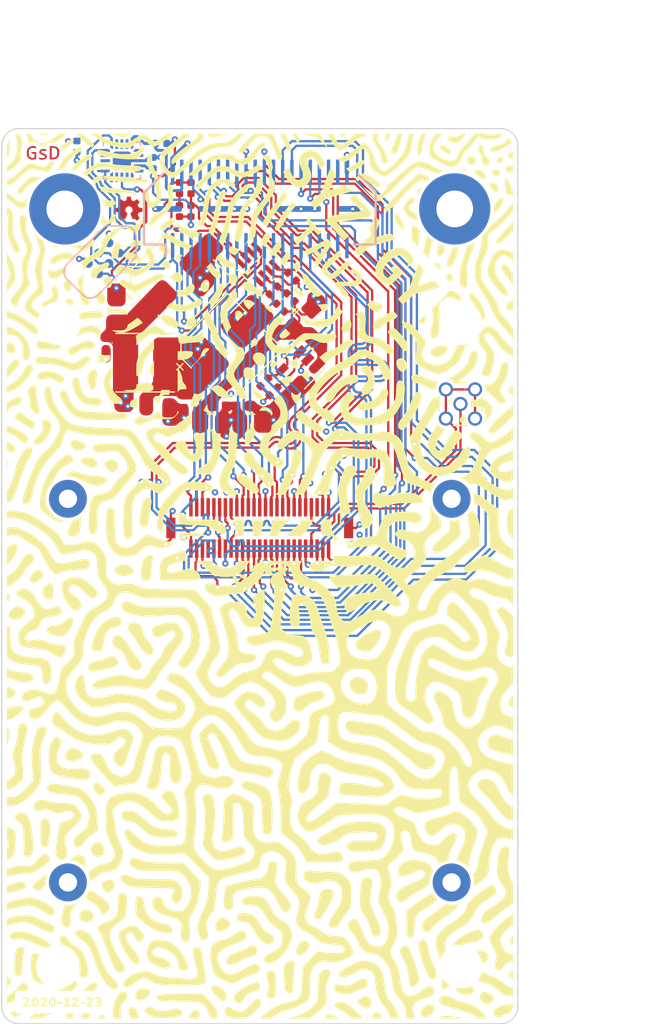
<source format=kicad_pcb>
(kicad_pcb (version 20221018) (generator pcbnew)
  (title_block (title "Tau2 Breakout") (date "2020-12-23") (rev "r1.0") (comment 1 "SYZYGY Pod"))
  (layers (0 "F.Cu" signal) (1 "In1.Cu" power) (2 "In2.Cu" signal) (31 "B.Cu" signal) (34 "B.Paste" user) (35 "F.Paste" user) (36 "B.SilkS" user "B.Silkscreen") (37 "F.SilkS" user "F.Silkscreen") (38 "B.Mask" user) (39 "F.Mask" user) (44 "Edge.Cuts" user))
  (net 0 "")
  (net 1 "GND")
  (net 2 "+3V3")
  (net 3 "/Peripheral MCU/MISO")
  (net 4 "/Peripheral MCU/~{RESET}")
  (net 5 "/SCL")
  (net 6 "/SDA")
  (net 7 "/RGA")
  (net 8 "Net-(C1-Pad2)")
  (net 9 "Net-(C1-Pad1)")
  (net 10 "Net-(C2-Pad1)")
  (net 11 "/MAIN_POWER")
  (net 12 "/RS232_RX")
  (net 13 "/LVDS_SYNC_P")
  (net 14 "/RS232_TX")
  (net 15 "+5V")
  (net 16 "/LVDS_SYNC_N")
  (net 17 "/XP_D17")
  (net 18 "/LVDS_DATA1_P")
  (net 19 "/XP_D16")
  (net 20 "/LVDS_DATA1_N")
  (net 21 "/XP_D15")
  (net 22 "/LVDS_DATA2_P")
  (net 23 "/XP_D13")
  (net 24 "/LVDS_DATA2_N")
  (net 25 "/XP_D11")
  (net 26 "/XP_D14")
  (net 27 "/XP_D9")
  (net 28 "/XP_D12")
  (net 29 "/XP_D7")
  (net 30 "/XP_D10")
  (net 31 "/XP_D5")
  (net 32 "/XP_D8")
  (net 33 "/XP_D3")
  (net 34 "/XP_D6")
  (net 35 "/XP_D1")
  (net 36 "/XP_D4")
  (net 37 "/TAU_PWR_OC")
  (net 38 "/XP_D2")
  (net 39 "/TAU_PWR_EN")
  (net 40 "/XP_D0")
  (net 41 "/LVDS_CLK_P")
  (net 42 "/XP_CLK1")
  (net 43 "/LVDS_CLK_N")
  (net 44 "/XP_CLK2")
  (net 45 "/3V3_OUT")
  (net 46 "/VIDEO_N")
  (net 47 "Net-(U2-Pad2)")
  (net 48 "Net-(U2-Pad3)")
  (net 49 "Net-(U2-Pad4)")
  (net 50 "Net-(U2-Pad11)")
  (net 51 "Net-(U2-Pad12)")
  (net 52 "Net-(U2-Pad14)")
  (net 53 "Net-(U2-Pad15)")
  (net 54 "Net-(J1-Pad37)")
  (net 55 "Net-(J1-Pad38)")
  (net 56 "/VCCIO")
  (net 57 "/VIDEO_P")
  (net 58 "Net-(J2-Pad8)")
  (net 59 "Net-(J2-Pad7)")
  (net 60 "/TAU_5V")
  (net 61 "Net-(R6-Pad1)")
  (net 62 "Net-(R7-Pad1)")
  (net 63 "no_connect_65")
  (net 64 "no_connect_66")
  (net 65 "no_connect_67")
  (net 66 "no_connect_68")
  (net 67 "no_connect_63")
  (net 68 "no_connect_64")
  (footprint "Capacitor_SMD:C_0402_1005Metric" (layer "F.Cu") (at 132.8 94.1 -45)
    (fp_text reference "C8" hide)
    (fp_text value "0.1uF" hide)
  )
  (footprint "Capacitor_SMD:CP_Elec_6.3x5.3" (layer "F.Cu") (at 122.8 94.3 45)
    (fp_text reference "C7" hide)
    (fp_text value "120uF" hide)
  )
  (footprint "Capacitor_SMD:C_0805_2012Metric" (layer "F.Cu") (at 125.7 106.8)
    (fp_text reference "C12" hide)
    (fp_text value "10uF" hide)
  )
  (footprint "Connector_Coaxial:MMCX_Molex_73415-1471_Vertical" (layer "F.Cu") (at 147.5 105.2)
    (fp_text reference "J4" hide)
    (fp_text value "Conn_Coaxial" hide)
  )
  (footprint "Resistor_SMD:R_0402_1005Metric" (layer "F.Cu") (at 132.7 95.9 -45)
    (fp_text reference "R5" hide)
    (fp_text value "10R" hide)
  )
  (footprint "Resistor_SMD:R_0402_1005Metric" (layer "F.Cu") (at 130.4 103.3 -135)
    (fp_text reference "R1" hide)
    (fp_text value "10k" hide)
  )
  (footprint "MountingHole:MountingHole_3.2mm_M3_DIN965" (layer "F.Cu") (at 147.5 98.2 90)
    (fp_text reference "H2" hide)
    (fp_text value "MountingHole" hide)
  )
  (footprint "MountingHole:MountingHole_3.2mm_M3_DIN965" (layer "F.Cu") (at 112.4 154.2 90)
    (fp_text reference "H3" hide)
    (fp_text value "MountingHole" hide)
  )
  (footprint "Capacitor_SMD:C_0805_2012Metric" (layer "F.Cu") (at 117.5 97.1 90)
    (fp_text reference "C6" hide)
    (fp_text value "10uF" hide)
  )
  (footprint "MountingHole:MountingHole_3.2mm_M3_DIN965" (layer "F.Cu") (at 112.5 98.2 90)
    (fp_text reference "H1" hide)
    (fp_text value "MountingHole" hide)
  )
  (footprint "MountingHole:MountingHole_2.1mm" (layer "F.Cu") (at 146.728 146.887)
    (fp_text reference "REF**" hide)
    (fp_text value "MountingHole_2.1mm" hide)
  )
  (footprint "Package_TO_SOT_SMD:SOT-23-8" (layer "F.Cu") (at 129.8 93 135)
    (fp_text reference "U3" hide)
    (fp_text value "INA219AxDCN" hide)
  )
  (footprint "Capacitor_SMD:C_0402_1005Metric" (layer "F.Cu") (at 123.4 105 -90)
    (fp_text reference "C2" hide)
    (fp_text value "0.1uF" hide)
  )
  (footprint "LOGO" (layer "F.Cu") (at 130 120.2)
    (fp_text reference "G***")
    (fp_text value "LOGO" hide)
  )
  (footprint "Resistor_SMD:R_0402_1005Metric" (layer "F.Cu") (at 124 86.385 -90)
    (fp_text reference "R9" hide)
    (fp_text value "0R" hide)
  )
  (footprint "Resistor_SMD:R_0402_1005Metric" (layer "F.Cu") (at 123 88.385 -90)
    (fp_text reference "R6" hide)
    (fp_text value "DNP" hide)
  )
  (footprint "gkl_logos:gsd_logo_small" (layer "F.Cu") (at 111.1 83.4)
    (fp_text reference "G***" hide)
    (fp_text value "LOGO" hide)
  )
  (footprint "Inductor_SMD:L_Taiyo-Yuden_NR-50xx" (layer "F.Cu") (at 120 101.6 180)
    (fp_text reference "L1" hide)
    (fp_text value "22uH" hide)
  )
  (footprint "Resistor_SMD:R_0402_1005Metric" (layer "F.Cu") (at 131.2 104.1 -135)
    (fp_text reference "R2" hide)
    (fp_text value "10k" hide)
  )
  (footprint "Resistor_SMD:R_0402_1005Metric" (layer "F.Cu") (at 124 88.385 -90)
    (fp_text reference "R7" hide)
    (fp_text value "DNP" hide)
  )
  (footprint "Capacitor_SMD:C_0402_1005Metric" (layer "F.Cu") (at 131.2 95.3 45)
    (fp_text reference "C1" hide)
    (fp_text value "0.1uF" hide)
  )
  (footprint "Connector_PinHeader_1.00mm:PinHeader_1x01_P1.00mm_Vertical" (layer "F.Cu") (at 146.56 142.81)
    (fp_text reference "" hide)
    (fp_text value "" hide)
  )
  (footprint "Capacitor_SMD:C_0402_1005Metric" (layer "F.Cu") (at 116.6 99.9 -90)
    (fp_text reference "C5" hide)
    (fp_text value "0.1uF" hide)
  )
  (footprint "Resistor_SMD:R_0805_2012Metric" (layer "F.Cu") (at 133.7 97.7 45)
    (fp_text reference "R4" hide)
    (fp_text value "100m" hide)
  )
  (footprint "Capacitor_SMD:C_0402_1005Metric" (layer "F.Cu") (at 128.5 105.3 180)
    (fp_text reference "C13" hide)
    (fp_text value "0.1uF" hide)
  )
  (footprint "Capacitor_SMD:C_0805_2012Metric" (layer "F.Cu") (at 129.3 106.8 180)
    (fp_text reference "C14" hide)
    (fp_text value "10uF" hide)
  )
  (footprint "MountingHole:MountingHole_3.2mm_M3_DIN965" (layer "F.Cu") (at 147.5 154.2 90)
    (fp_text reference "H4" hide)
    (fp_text value "MountingHole" hide)
  )
  (footprint "Resistor_SMD:R_0402_1005Metric" (layer "F.Cu") (at 131.8 96.8 -45)
    (fp_text reference "R3" hide)
    (fp_text value "10R" hide)
  )
  (footprint "MountingHole:MountingHole_2.1mm" (layer "F.Cu") (at 113.272 113.459)
    (fp_text reference "REF**" hide)
    (fp_text value "MountingHole_2.1mm" hide)
  )
  (footprint "MountingHole:MountingHole_2.1mm" (layer "F.Cu") (at 113.272 146.887)
    (fp_text reference "REF**" hide)
    (fp_text value "MountingHole_2.1mm" hide)
  )
  (footprint "gsd-footprints:DF12(5.0)-50DP" (layer "F.Cu") (at 130 116 180)
    (fp_text reference "J2" hide)
    (fp_text value "Conn_02x25_Odd_Even" hide)
  )
  (footprint "Package_TO_SOT_SMD:SOT-23-5" (layer "F.Cu") (at 133.4 102.1 -135)
    (fp_text reference "U1" hide)
    (fp_text value "TPS2061" hide)
  )
  (footprint "Resistor_SMD:R_0402_1005Metric" (layer "F.Cu") (at 123 86.385 -90)
    (fp_text reference "R8" hide)
    (fp_text value "0R" hide)
  )
  (footprint "MountingHole:MountingHole_2.1mm" (layer "F.Cu") (at 146.728 113.459)
    (fp_text reference "REF**" hide)
    (fp_text value "MountingHole_2.1mm" hide)
  )
  (footprint "Capacitor_SMD:CP_Elec_6.3x5.3" (layer "F.Cu") (at 127.2 100.4 45)
    (fp_text reference "C4" hide)
    (fp_text value "120uF" hide)
  )
  (footprint "Capacitor_SMD:C_0805_2012Metric" (layer "F.Cu") (at 121.1 105.4)
    (fp_text reference "C3" hide)
    (fp_text value "10uF" hide)
  )
  (footprint "Capacitor_SMD:C_0402_1005Metric" (layer "F.Cu") (at 126.5 105.3)
    (fp_text reference "C11" hide)
    (fp_text value "0.1uF" hide)
  )
  (footprint "gkl_logos:oshw_small" (layer "F.Cu") (at 118.6 88.2)
    (fp_text reference "G***" hide)
    (fp_text value "LOGO" hide)
  )
  (footprint "gsd-footprints:SYZYGY-STD-POD" (layer "B.Cu") (at 130 88.2 180)
    (fp_text reference "J1" hide)
    (fp_text value "SYZYGY-STD" hide)
  )
  (footprint "Package_DFN_QFN:QFN-20-1EP_3x3mm_P0.45mm_EP1.6x1.6mm" (layer "B.Cu") (at 117.979 84 -90)
    (fp_text reference "U2" hide)
    (fp_text value "ATtiny44A-MMH" hide)
  )
  (footprint "Resistor_SMD:R_0402_1005Metric" (layer "B.Cu") (at 121.4 82.5 180)
    (fp_text reference "R15" hide)
    (fp_text value "10K" hide)
  )
  (footprint "Capacitor_SMD:C_0402_1005Metric" (layer "B.Cu") (at 120.7 84.2 90)
    (fp_text reference "C9" hide)
    (fp_text value "0.1uF" hide)
  )
  (footprint "Capacitor_SMD:C_0402_1005Metric" (layer "B.Cu") (at 114.05 82.765 90)
    (fp_text reference "C10" hide)
    (fp_text value "1uF" hide)
  )
  (footprint "pkl_tag_connect:TC2030-NL_SMALL" (layer "B.Cu") (at 116.4 92.5 -135)
    (fp_text reference "J3" hide)
    (fp_text value "TagConnect" hide)
  )
  (gr_line (start 151 159.2) (end 109 159.2) (stroke (width 0.1)) (layer "Edge.Cuts"))
  (gr_line (start 109 81.2) (end 151 81.2) (stroke (width 0.1)) (layer "Edge.Cuts"))
  (gr_line (start 107.5 157.7) (end 107.5 82.7) (stroke (width 0.1)) (layer "Edge.Cuts"))
  (gr_arc (start 107.5 82.7) (mid 107.93934 81.63934) (end 109 81.2) (stroke (width 0.1)) (layer "Edge.Cuts"))
  (gr_arc (start 109 159.2) (mid 107.93934 158.76066) (end 107.5 157.7) (stroke (width 0.1)) (layer "Edge.Cuts"))
  (gr_line (start 152.5 82.7) (end 152.5 157.7) (stroke (width 0.1)) (layer "Edge.Cuts"))
  (gr_arc (start 151 81.2) (mid 152.06066 81.63934) (end 152.5 82.7) (stroke (width 0.1)) (layer "Edge.Cuts"))
  (gr_arc (start 152.5 157.7) (mid 152.06066 158.76066) (end 151 159.2) (stroke (width 0.1)) (layer "Edge.Cuts"))
  (segment (start 126.6375 106.8) (end 126.6375 106.1625) (width 0.2) (layer "F.Cu") (net 1))
  (segment (start 134.2 112.1) (end 134 112.3) (width 0.2) (layer "F.Cu") (net 1))
  (segment (start 135.5 117.9) (end 135.5 119) (width 0.2) (layer "F.Cu") (net 1))
  (segment (start 124.8 94.2) (end 124.779899 93.879899) (width 0.2) (layer "F.Cu") (net 1))
  (segment (start 125.4 93.6) (end 125.4 94.7) (width 0.2) (layer "F.Cu") (net 1))
  (segment (start 137.75 116) (end 138.4 116) (width 0.2) (layer "F.Cu") (net 1))
  (segment (start 117.5 96.1625) (end 117.5 95.1) (width 0.2) (layer "F.Cu") (net 1))
  (segment (start 128 97.7) (end 128.920101 98.420101) (width 0.2) (layer "F.Cu") (net 1))
  (segment (start 125 114.2) (end 125 112.9) (width 0.2) (layer "F.Cu") (net 1))
  (segment (start 128.920101 98.420101) (end 129.179899 98.420101) (width 0.2) (layer "F.Cu") (net 1))
  (segment (start 134.177817 101.322183) (end 133.6 101.9) (width 0.2) (layer "F.Cu") (net 1))
  (segment (start 133.4 94.7) (end 133.4 95.3) (width 0.2) (layer "F.Cu") (net 1))
  (segment (start 133.6 101.9) (end 133.6 102.3) (width 0.2) (layer "F.Cu") (net 1))
  (segment (start 136 118.6) (end 136 117.8) (width 0.2) (layer "F.Cu") (net 1))
  (segment (start 128 114.2) (end 128 112.8) (width 0.2) (layer "F.Cu") (net 1))
  (segment (start 123.4 105.485) (end 123.4 106.4) (width 0.2) (layer "F.Cu") (net 1))
  (segment (start 122 105.4375) (end 122 106.7) (width 0.2) (layer "F.Cu") (net 1))
  (segment (start 134 117.8) (end 134 119) (width 0.2) (layer "F.Cu") (net 1))
  (segment (start 127.7 106.8) (end 127.5 106.6) (width 0.2) (layer "F.Cu") (net 1))
  (segment (start 122.0375 105.4) (end 122 105.4375) (width 0.2) (layer "F.Cu") (net 1))
  (segment (start 125 112.9) (end 125.4 112.5) (width 0.2) (layer "F.Cu") (net 1))
  (segment (start 136.4 119) (end 136 118.6) (width 0.2) (layer "F.Cu") (net 1))
  (segment (start 122.25 116.95) (end 121.8 117.4) (width 0.2) (layer "F.Cu") (net 1))
  (segment (start 121.7 87.8) (end 121.7 88.2) (width 0.2) (layer "F.Cu") (net 1))
  (segment (start 130.5 114.2) (end 130.5 112.8) (width 0.2) (layer "F.Cu") (net 1))
  (segment (start 130.811163 93.544472) (end 131.366691 94.1) (width 0.2) (layer "F.Cu") (net 1))
  (segment (start 133 117.8) (end 133 119.1) (width 0.2) (layer "F.Cu") (net 1))
  (segment (start 124.779899 93.879899) (end 124.779899 92.320101) (width 0.2) (layer "F.Cu") (net 1))
  (segment (start 128.3625 106.1625) (end 128.015 105.815) (width 0.2) (layer "F.Cu") (net 1))
  (segment (start 129.179899 96.579899) (end 129.179899 98.420101) (width 0.2) (layer "F.Cu") (net 1))
  (segment (start 128.015 105.3) (end 126.985 105.3) (width 0.2) (layer "F.Cu") (net 1))
  (segment (start 128.3625 106.8) (end 128.3625 106.1625) (width 0.2) (layer "F.Cu") (net 1))
  (segment (start 135.5 119) (end 135.7 119.2) (width 0.2) (layer "F.Cu") (net 1))
  (segment (start 125.5 93.040202) (end 124.779899 92.320101) (width 0.2) (layer "F.Cu") (net 1))
  (segment (start 131.8 94.1) (end 132.5 94.8) (width 0.2) (layer "F.Cu") (net 1))
  (segment (start 134 119) (end 134.2 119.2) (width 0.2) (layer "F.Cu") (net 1))
  (segment (start 122.25 114.675) (end 122.4 114.525) (width 0.2) (layer "F.Cu") (net 1))
  (segment (start 116.6 100.385) (end 116.6 101.3) (width 0.2) (layer "F.Cu") (net 1))
  (segment (start 126.6375 106.1625) (end 126.985 105.815) (width 0.2) (layer "F.Cu") (net 1))
  (segment (start 134.4 112.1) (end 134.2 112.1) (width 0.2) (layer "F.Cu") (net 1))
  (segment (start 124.8 94.2) (end 124.8 95.2) (width 0.2) (layer "F.Cu") (net 1))
  (segment (start 125 119.2) (end 125.1 119.3) (width 0.2) (layer "F.Cu") (net 1))
  (segment (start 131.366691 94.1) (end 131.8 94.1) (width 0.2) (layer "F.Cu") (net 1))
  (segment (start 129 96.5) (end 129.179899 96.579899) (width 0.2) (layer "F.Cu") (net 1))
  (segment (start 122.2 86.1) (end 122.2 87.3) (width 0.2) (layer "F.Cu") (net 1))
  (segment (start 123 85.9) (end 122.4 85.9) (width 0.2) (layer "F.Cu") (net 1))
  (segment (start 122.25 116) (end 122.25 116.95) (width 0.2) (layer "F.Cu") (net 1))
  (segment (start 135 117.8) (end 135 119.1) (width 0.2) (layer "F.Cu") (net 1))
  (segment (start 128.7 97.3) (end 129.179899 97.479899) (width 0.2) (layer "F.Cu") (net 1))
  (segment (start 132.5 94.8) (end 132.785894 94.8) (width 0.2) (layer "F.Cu") (net 1))
  (segment (start 125.4 93.6) (end 125.5 93.040202) (width 0.2) (layer "F.Cu") (net 1))
  (segment (start 138.4 116) (end 138.7 115.7) (width 0.2) (layer "F.Cu") (net 1))
  (segment (start 128.015 105.815) (end 128.015 105.3) (width 0.2) (layer "F.Cu") (net 1))
  (segment (start 132.785894 94.8) (end 133.142947 94.442947) (width 0.2) (layer "F.Cu") (net 1))
  (segment (start 126.985 105.815) (end 126.985 105.3) (width 0.2) (layer "F.Cu") (net 1))
  (segment (start 125 117.8) (end 125 119.2) (width 0.2) (layer "F.Cu") (net 1))
  (segment (start 133 114.2) (end 133 112.8) (width 0.2) (layer "F.Cu") (net 1))
  (segment (start 129.179899 97.479899) (end 129.179899 98.420101) (width 0.2) (layer "F.Cu") (net 1))
  (segment (start 122.4 85.9) (end 122.2 86.1) (width 0.2) (layer "F.Cu") (net 1))
  (segment (start 128 117.8) (end 128 119.1) (width 0.2) (layer "F.Cu") (net 1))
  (segment (start 130.5 117.7) (end 130.5 119) (width 0.2) (layer "F.Cu") (net 1))
  (segment (start 124 85.9) (end 123 85.9) (width 0.2) (layer "F.Cu") (net 1))
  (segment (start 122.25 116) (end 122.25 114.675) (width 0.2) (layer "F.Cu") (net 1))
  (segment (start 133.142947 94.442947) (end 133.4 94.7) (width 0.2) (layer "F.Cu") (net 1))
  (segment (start 134 112.3) (end 134 114.2) (width 0.2) (layer "F.Cu") (net 1))
  (segment (start 128.3625 106.8) (end 127.7 106.8) (width 0.2) (layer "F.Cu") (net 1))
  (segment (start 122.2 87.3) (end 121.7 87.8) (width 0.2) (layer "F.Cu") (net 1))
  (via (at 130.5 119) (size 0.55) (drill 0.25) (layers "F.Cu" "B.Cu") (net 1))
  (via (at 133.6 88.2) (size 0.55) (drill 0.25) (layers "F.Cu" "B.Cu") (net 1))
  (via (at 129 96.5) (size 0.55) (drill 0.25) (layers "F.Cu" "B.Cu") (net 1))
  (via (at 128 97.7) (size 0.55) (drill 0.25) (layers "F.Cu" "B.Cu") (net 1))
  (via (at 116.6 101.3) (size 0.55) (drill 0.25) (layers "F.Cu" "B.Cu") (net 1))
  (via (at 134.2 119.2) (size 0.55) (drill 0.25) (layers "F.Cu" "B.Cu") (net 1))
  (via (at 119.7 112) (size 0.55) (drill 0.25) (layers "F.Cu" "B.Cu") (net 1))
  (via (at 121.9 112) (size 0.55) (drill 0.25) (layers "F.Cu" "B.Cu") (net 1))
  (via (at 133.6 102.3) (size 0.55) (drill 0.25) (layers "F.Cu" "B.Cu") (net 1))
  (via (at 136.4 119) (size 0.55) (drill 0.25) (layers "F.Cu" "B.Cu") (net 1))
  (via (at 123.4 106.4) (size 0.55) (drill 0.25) (layers "F.Cu" "B.Cu") (net 1))
  (via (at 122.8 118.6) (size 0.55) (drill 0.25) (layers "F.Cu" "B.Cu") (net 1))
  (via (at 127.1 112.9) (size 0.55) (drill 0.25) (layers "F.Cu" "B.Cu") (net 1))
  (via (at 138.9 88.2) (size 0.55) (drill 0.25) (layers "F.Cu" "B.Cu") (net 1))
  (via (at 120.9 88.2) (size 0.55) (drill 0.25) (layers "F.Cu" "B.Cu") (net 1))
  (via (at 127.5 104.3) (size 0.55) (drill 0.25) (layers "F.Cu" "B.Cu") (net 1))
  (via (at 128.7 97.3) (size 0.55) (drill 0.25) (layers "F.Cu" "B.Cu") (net 1))
  (via (at 135 119.1) (size 0.55) (drill 0.25) (layers "F.Cu" "B.Cu") (net 1))
  (via (at 127.8 88.2) (size 0.55) (drill 0.25) (layers "F.Cu" "B.Cu") (net 1))
  (via (at 113.3 82.315) (size 0.55) (drill 0.25) (layers "F.Cu" "B.Cu") (net 1))
  (via (at 135.7 111.3) (size 0.55) (drill 0.25) (layers "F.Cu" "B.Cu") (net 1))
  (via (at 127.5 107.4) (size 0.55) (drill 0.25) (layers "F.Cu" "B.Cu") (net 1))
  (via (at 125.4 93.6) (size 0.55) (drill 0.25) (layers "F.Cu" "B.Cu") (net 1))
  (via (at 117.5 95.1) (size 0.55) (drill 0.25) (layers "F.Cu" "B.Cu") (net 1))
  (via (at 126.5 88.2) (size 0.55) (drill 0.25) (layers "F.Cu" "B.Cu") (net 1))
  (via (at 137.3 109.7) (size 0.55) (drill 0.25) (layers "F.Cu" "B.Cu") (net 1))
  (via (at 128 112.8) (size 0.55) (drill 0.25) (layers "F.Cu" "B.Cu") (net 1))
  (via (at 125.4 94.7) (size 0.55) (drill 0.25) (layers "F.Cu" "B.Cu") (net 1))
  (via (at 138.7 115.7) (size 0.55) (drill 0.25) (layers "F.Cu" "B.Cu") (net 1))
  (via (at 135.7 119.2) (size 0.55) (drill 0.25) (layers "F.Cu" "B.Cu") (net 1))
  (via (at 128 119.1) (size 0.55) (drill 0.25) (layers "F.Cu" "B.Cu") (net 1))
  (via (at 121.8 117.4) (size 0.55) (drill 0.25) (layers "F.Cu" "B.Cu") (net 1))
  (via (at 133 119.1) (size 0.55) (drill 0.25) (layers "F.Cu" "B.Cu") (net 1))
  (via (at 123.4 116.8) (size 0.55) (drill 0.25) (layers "F.Cu" "B.Cu") (net 1))
  (via (at 130.5 112.8) (size 0.55) (drill 0.25) (layers "F.Cu" "B.Cu") (net 1))
  (via (at 134.4 112.1) (size 0.55) (drill 0.25) (layers "F.Cu" "B.Cu") (net 1))
  (via (at 133 112.8) (size 0.55) (drill 0.25) (layers "F.Cu" "B.Cu") (net 1))
  (via (at 134.8 88.2) (size 0.55) (drill 0.25) (layers "F.Cu" "B.Cu") (net 1))
  (via (at 124.8 94.2) (size 0.55) (drill 0.25) (layers "F.Cu" "B.Cu") (net 1))
  (via (at 122 106.7) (size 0.55) (drill 0.25) (layers "F.Cu" "B.Cu") (net 1))
  (via (at 135.8 107.6) (size 0.55) (drill 0.25) (layers "F.Cu" "B.Cu") (net 1))
  (via (at 121.35 83.7) (size 0.55) (drill 0.25) (layers "F.Cu" "B.Cu") (net 1))
  (via (at 125.4 112.5) (size 0.55) (drill 0.25) (layers "F.Cu" "B.Cu") (net 1))
  (via (at 127.1 108) (size 0.55) (drill 0.25) (layers "F.Cu" "B.Cu") (net 1))
  (via (at 133.4 95.3) (size 0.55) (drill 0.25) (layers "F.Cu" "B.Cu") (net 1))
  (via (at 114.25 92.55) (size 0.55) (drill 0.25) (layers "F.Cu" "B.Cu") (net 1))
  (via (at 138.7 116.6) (size 0.55) (drill 0.25) (layers "F.Cu" "B.Cu") (net 1))
  (via (at 121.7 88.2) (size 0.55) (drill 0.25) (layers "F.Cu" "B.Cu") (net 1))
  (via (at 137.1 107.9) (size 0.55) (drill 0.25) (layers "F.Cu" "B.Cu") (net 1))
  (via (at 138.1 88.2) (size 0.55) (drill 0.25) (layers "F.Cu" "B.Cu") (net 1))
  (via (at 127.5 106.6) (size 0.55) (drill 0.25) (layers "F.Cu" "B.Cu") (net 1))
  (via (at 138 117.4) (size 0.55) (drill 0.25) (layers "F.Cu" "B.Cu") (net 1))
  (via (at 128.9 88.2) (size 0.55) (drill 0.25) (layers "F.Cu" "B.Cu") (net 1))
  (via (at 132.5 88.2) (size 0.55) (drill 0.25) (layers "F.Cu" "B.Cu") (net 1))
  (via (at 124.8 95.2) (size 0.55) (drill 0.25) (layers "F.Cu" "B.Cu") (net 1))
  (via (at 122.4 114.525) (size 0.55) (drill 0.25) (layers "F.Cu" "B.Cu") (net 1))
  (via (at 125.1 119.3) (size 0.55) (drill 0.25) (layers "F.Cu" "B.Cu") (net 1))
  (via (at 126.1 112.9) (size 0.55) (drill 0.25) (layers "F.Cu" "B.Cu") (net 1))
  (segment (start 113.335 82.28) (end 113.3 82.315) (width 0.25) (layer "B.Cu") (net 1))
  (segment (start 119.429 84) (end 120.05 84) (width 0.25) (layer "B.Cu") (net 1))
  (segment (start 115.052962 92.949013) (end 114.653949 92.55) (width 0.25) (layer "B.Cu") (net 1))
  (segment (start 121.335 83.715) (end 121.35 83.7) (width 0.25) (layer "B.Cu") (net 1))
  (segment (start 120.7 83.715) (end 121.335 83.715) (width 0.25) (layer "B.Cu") (net 1))
  (segment (start 119.429 84) (end 117.979 84) (width 0.25) (layer "B.Cu") (net 1))
  (segment (start 114.653949 92.55) (end 114.25 92.55) (width 0.25) (layer "B.Cu") (net 1))
  (segment (start 120.05 84) (end 120.335 83.715) (width 0.25) (layer "B.Cu") (net 1))
  (segment (start 120.335 83.715) (end 120.7 83.715) (width 0.25) (layer "B.Cu") (net 1))
  (segment (start 114.05 82.28) (end 113.335 82.28) (width 0.25) (layer "B.Cu") (net 1))
  (segment (start 131.685929 93.5) (end 131.270782 93.084853) (width 0.2) (layer "F.Cu") (net 2))
  (segment (start 122.6 84.3) (end 122.6 82.15) (width 0.2) (layer "F.Cu") (net 2))
  (segment (start 124 88.87) (end 123 88.87) (width 0.2) (layer "F.Cu") (net 2))
  (segment (start 133.1 93.5) (end 134.1 94.5) (width 0.2) (layer "F.Cu") (net 2))
  (segment (start 132.714106 93.5) (end 133.1 93.5) (width 0.2) (layer "F.Cu") (net 2))
  (segment (start 130.857053 104.442947) (end 130.3 105) (width 0.2) (layer "F.Cu") (net 2))
  (segment (start 132.457053 93.757053) (end 132.714106 93.5) (width 0.2) (layer "F.Cu") (net 2))
  (segment (start 130.857053 104.442947) (end 130.057053 103.642947) (width 0.2) (layer "F.Cu") (net 2))
  (segment (start 132.457053 93.757053) (end 132.2 93.5) (width 0.2) (layer "F.Cu") (net 2))
  (segment (start 132.2 93.5) (end 131.685929 93.5) (width 0.2) (layer "F.Cu") (net 2))
  (segment (start 121.55 85.35) (end 122.6 84.3) (width 0.2) (layer "F.Cu") (net 2))
  (segment (start 124 88.87) (end 124 89.6) (width 0.2) (layer "F.Cu") (net 2))
  (segment (start 134.1 94.5) (end 134.1 95) (width 0.2) (layer "F.Cu") (net 2))
  (segment (start 120.7 85.35) (end 121.55 85.35) (width 0.2) (layer "F.Cu") (net 2))
  (via (at 116.85 90.35) (size 0.55) (drill 0.25) (layers "F.Cu" "B.Cu") (net 2))
  (via (at 137.6 83.5) (size 0.55) (drill 0.25) (layers "F.Cu" "B.Cu") (net 2))
  (via (at 130.3 105) (size 0.55) (drill 0.25) (layers "F.Cu" "B.Cu") (net 2))
  (via (at 134.1 95) (size 0.55) (drill 0.25) (layers "F.Cu" "B.Cu") (net 2))
  (via (at 114.05 83.965) (size 0.55) (drill 0.25) (layers "F.Cu" "B.Cu") (net 2))
  (via (at 124 89.6) (size 0.55) (drill 0.25) (layers "F.Cu" "B.Cu") (net 2))
  (via (at 120.7 85.35) (size 0.55) (drill 0.25) (layers "F.Cu" "B.Cu") (net 2))
  (via (at 122.6 82.15) (size 0.55) (drill 0.25) (layers "F.Cu" "B.Cu") (net 2))
  (segment (start 137.6 85) (end 137.6 83.5) (width 0.4) (layer "B.Cu") (net 2))
  (segment (start 124 87.9) (end 123.5 87.4) (width 0.2) (layer "B.Cu") (net 2))
  (segment (start 120.665 84.65) (end 120.7 84.685) (width 0.25) (layer "B.Cu") (net 2))
  (segment (start 116.849013 91.152962) (end 116.849013 90.350987) (width 0.2) (layer "B.Cu") (net 2))
  (segment (start 123.5 87.4) (end 121.3 87.4) (width 0.2) (layer "B.Cu") (net 2))
  (segment (start 121.885 82.5) (end 122.25 82.5) (width 0.25) (layer "B.Cu") (net 2))
  (segment (start 119.429 84.45) (end 120 84.45) (width 0.25) (layer "B.Cu") (net 2))
  (segment (start 116.849013 90.350987) (end 116.85 90.35) (width 0.2) (layer "B.Cu") (net 2))
  (segment (start 120.7 84.685) (end 120.7 85.35) (width 0.25) (layer "B.Cu") (net 2))
  (segment (start 121.3 87.4) (end 120.7 86.8) (width 0.2) (layer "B.Cu") (net 2))
  (segment (start 120.7 86.8) (end 120.7 85.35) (width 0.2) (layer "B.Cu") (net 2))
  (segment (start 122.25 82.5) (end 122.6 82.15) (width 0.25) (layer "B.Cu") (net 2))
  (segment (start 120.2 84.65) (end 120.665 84.65) (width 0.25) (layer "B.Cu") (net 2))
  (segment (start 120 84.45) (end 120.2 84.65) (width 0.25) (layer "B.Cu") (net 2))
  (segment (start 124 89.6) (end 124 87.9) (width 0.2) (layer "B.Cu") (net 2))
  (segment (start 114.05 83.25) (end 114.05 83.965) (width 0.25) (layer "B.Cu") (net 2))
  (segment (start 118.15 89.85) (end 118.8 89.85) (width 0.2) (layer "B.Cu") (net 3))
  (segment (start 118.099013 92.050987) (end 117.747038 92.050987) (width 0.2) (layer "B.Cu") (net 3))
  (segment (start 116.1875 86.1125) (end 117.35 87.275) (width 0.2) (layer "B.Cu") (net 3))
  (segment (start 116.529 83.1) (end 115.65 83.1) (width 0.2) (layer "B.Cu") (net 3))
  (segment (start 117.35 87.275) (end 117.35 89.05) (width 0.2) (layer "B.Cu") (net 3))
  (segment (start 117.35 89.05) (end 118.15 89.85) (width 0.2) (layer "B.Cu") (net 3))
  (segment (start 116 85.65) (end 116.1875 86.1125) (width 0.2) (layer "B.Cu") (net 3))
  (segment (start 115.4 83.35) (end 115.4 85.05) (width 0.2) (layer "B.Cu") (net 3))
  (segment (start 115.65 83.1) (end 115.4 83.35) (width 0.2) (layer "B.Cu") (net 3))
  (segment (start 119.1 90.15) (end 119.1 91.05) (width 0.2) (layer "B.Cu") (net 3))
  (segment (start 119.1 91.05) (end 118.099013 92.050987) (width 0.2) (layer "B.Cu") (net 3))
  (segment (start 115.4 85.05) (end 116 85.65) (width 0.2) (layer "B.Cu") (net 3))
  (segment (start 118.8 89.85) (end 119.1 90.15) (width 0.2) (layer "B.Cu") (net 3))
  (segment (start 120.1 89.3) (end 120.1 87) (width 0.2) (layer "F.Cu") (net 4))
  (segment (start 117.1 93.6) (end 119.5 91.2) (width 0.2) (layer "F.Cu") (net 4))
  (segment (start 117.1 94.2) (end 117.1 93.6) (width 0.2) (layer "F.Cu") (net 4))
  (segment (start 120.1 87) (end 119.6 86.5) (width 0.2) (layer "F.Cu") (net 4))
  (segment (start 119.5 89.9) (end 120.1 89.3) (width 0.2) (layer "F.Cu") (net 4))
  (segment (start 119.6 86.5) (end 119.3 86.5) (width 0.2) (layer "F.Cu") (net 4))
  (segment (start 119.5 91.2) (end 119.5 89.9) (width 0.2) (layer "F.Cu") (net 4))
  (via (at 119.3 86.5) (size 0.55) (drill 0.25) (layers "F.Cu" "B.Cu") (net 4))
  (via (at 117.1 94.2) (size 0.55) (drill 0.25) (layers "F.Cu" "B.Cu") (net 4))
  (segment (start 119.3 86.5) (end 118.2 86.5) (width 0.2) (layer "B.Cu") (net 4))
  (segment (start 116.747038 93.847038) (end 117.1 94.2) (width 0.2) (layer "B.Cu") (net 4))
  (segment (start 117.979 86.279) (end 117.979 86.179) (width 0.2) (layer "B.Cu") (net 4))
  (segment (start 115.950987 93.847038) (end 116.747038 93.847038) (width 0.2) (layer "B.Cu") (net 4))
  (segment (start 117.979 85.45) (end 117.979 86.179) (width 0.2) (layer "B.Cu") (net 4))
  (segment (start 118.2 86.5) (end 117.979 86.279) (width 0.2) (layer "B.Cu") (net 4))
  (segment (start 129.715147 91.529218) (end 130.1 91.914071) (width 0.2) (layer "F.Cu") (net 5))
  (segment (start 129 94.1) (end 128.1 95) (width 0.2) (layer "F.Cu") (net 5))
  (segment (start 124 98.8) (end 123.2 98.8) (width 0.2) (layer "F.Cu") (net 5))
  (segment (start 130.1 91.914071) (end 130.1 93) (width 0.2) (layer "F.Cu") (net 5))
  (segment (start 130.1 93) (end 129 94.1) (width 0.2) (layer "F.Cu") (net 5))
  (segment (start 128.1 95) (end 127.8 95) (width 0.2) (layer "F.Cu") (net 5))
  (segment (start 127.8 95) (end 124 98.8) (width 0.2) (layer "F.Cu") (net 5))
  (via (at 123.2 98.8) (size 0.55) (drill 0.25) (layers "F.Cu" "B.Cu") (net 5))
  (segment (start 121.6 93.4) (end 117.3 93.4) (width 0.2) (layer "B.Cu") (net 5))
  (segment (start 115.949013 92.949013) (end 115.3 92.3) (width 0.2) (layer "B.Cu") (net 5))
  (segment (start 122.8 95.9) (end 122.8 93) (width 0.2) (layer "B.Cu") (net 5))
  (segment (start 116.85 81.8) (end 117.079 82.029) (width 0.2) (layer "B.Cu") (net 5))
  (segment (start 122.8 95.9) (end 122.8 98.4) (width 0.2) (layer "B.Cu") (net 5))
  (segment (start 117.3 93.4) (end 116.849013 92.949013) (width 0.2) (layer "B.Cu") (net 5))
  (segment (start 116.35 81.8) (end 116.85 81.8) (width 0.2) (layer "B.Cu") (net 5))
  (segment (start 117.079 82.029) (end 117.079 82.55) (width 0.2) (layer "B.Cu") (net 5))
  (segment (start 115 85.15) (end 115 83.15) (width 0.2) (layer "B.Cu") (net 5))
  (segment (start 115.3 91.1) (end 116.95 89.45) (width 0.2) (layer "B.Cu") (net 5))
  (segment (start 123.2 98.8) (end 122.8 98.4) (width 0.2) (layer "B.Cu") (net 5))
  (segment (start 122.8 93) (end 122.4 92.6) (width 0.2) (layer "B.Cu") (net 5))
  (segment (start 115 83.15) (end 116.35 81.8) (width 0.2) (layer "B.Cu") (net 5))
  (segment (start 122.4 91.4) (end 122.4 92.6) (width 0.2) (layer "B.Cu") (net 5))
  (segment (start 116.849013 92.949013) (end 115.949013 92.949013) (width 0.2) (layer "B.Cu") (net 5))
  (segment (start 116.95 87.45) (end 115.9 86.4) (width 0.2) (layer "B.Cu") (net 5))
  (segment (start 115.9 86.4) (end 115.7 85.85) (width 0.2) (layer "B.Cu") (net 5))
  (segment (start 115.7 85.85) (end 115 85.15) (width 0.2) (layer "B.Cu") (net 5))
  (segment (start 115.3 92.3) (end 115.3 91.1) (width 0.2) (layer "B.Cu") (net 5))
  (segment (start 122.4 92.6) (end 121.6 93.4) (width 0.2) (layer "B.Cu") (net 5))
  (segment (start 116.95 89.45) (end 116.95 87.45) (width 0.2) (layer "B.Cu") (net 5))
  (segment (start 127.7 94.5) (end 128.1 94.5) (width 0.2) (layer "F.Cu") (net 6))
  (segment (start 124.2 98) (end 123.4 98) (width 0.2) (layer "F.Cu") (net 6))
  (segment (start 127.2 95) (end 124.2 98) (width 0.2) (layer "F.Cu") (net 6))
  (segment (start 129.255528 91.988837) (end 129.7 92.433309) (width 0.2) (layer "F.Cu") (net 6))
  (segment (start 128.1 94.5) (end 128.8 93.8) (width 0.2) (layer "F.Cu") (net 6))
  (segment (start 129.7 92.433309) (end 129.7 92.9) (width 0.2) (layer "F.Cu") (net 6))
  (segment (start 129.7 92.9) (end 128.8 93.8) (width 0.2) (layer "F.Cu") (net 6))
  (segment (start 127.2 95) (end 127.7 94.5) (width 0.2) (layer "F.Cu") (net 6))
  (via (at 123.4 98) (size 0.55) (drill 0.25) (layers "F.Cu" "B.Cu") (net 6))
  (segment (start 123.2 90.1) (end 123 89.9) (width 0.2) (layer "B.Cu") (net 6))
  (segment (start 122 89.9) (end 122.3 89.9) (width 0.2) (layer "B.Cu") (net 6))
  (segment (start 116.529 85.879) (end 117.75 87.1) (width 0.2) (layer "B.Cu") (net 6))
  (segment (start 119.5 91.65) (end 118.4 92.75) (width 0.2) (layer "B.Cu") (net 6))
  (segment (start 118.4 93.05) (end 121.15 93.05) (width 0.2) (layer "B.Cu") (net 6))
  (segment (start 123.2 96) (end 123.2 97) (width 0.2) (layer "B.Cu") (net 6))
  (segment (start 121.75 90.75) (end 121.75 90.15) (width 0.2) (layer "B.Cu") (net 6))
  (segment (start 123.4 98) (end 123.4 97.2) (width 0.2) (layer "B.Cu") (net 6))
  (segment (start 121.75 90.15) (end 122 89.9) (width 0.2) (layer "B.Cu") (net 6))
  (segment (start 117.85 93.05) (end 118.4 93.05) (width 0.2) (layer "B.Cu") (net 6))
  (segment (start 123.2 91.4) (end 123.2 90.1) (width 0.2) (layer "B.Cu") (net 6))
  (segment (start 116.529 84.9) (end 116.529 85.879) (width 0.2) (layer "B.Cu") (net 6))
  (segment (start 123.2 96) (end 123.2 91.4) (width 0.2) (layer "B.Cu") (net 6))
  (segment (start 121.75 92.45) (end 121.75 90.75) (width 0.2) (layer "B.Cu") (net 6))
  (segment (start 123.2 97) (end 123.4 97.2) (width 0.2) (layer "B.Cu") (net 6))
  (segment (start 117.75 88.85) (end 118.35 89.45) (width 0.2) (layer "B.Cu") (net 6))
  (segment (start 123 89.9) (end 122.85 89.9) (width 0.2) (layer "B.Cu") (net 6))
  (segment (start 122.3 89.9) (end 122.85 89.9) (width 0.2) (layer "B.Cu") (net 6))
  (segment (start 121.15 93.05) (end 121.75 92.45) (width 0.2) (layer "B.Cu") (net 6))
  (segment (start 116.850987 92.050987) (end 117.85 93.05) (width 0.2) (layer "B.Cu") (net 6))
  (segment (start 119 89.45) (end 119.5 89.95) (width 0.2) (layer "B.Cu") (net 6))
  (segment (start 118.4 92.75) (end 118.4 93.05) (width 0.2) (layer "B.Cu") (net 6))
  (segment (start 115.950987 92.050987) (end 116.850987 92.050987) (width 0.2) (layer "B.Cu") (net 6))
  (segment (start 118.35 89.45) (end 119 89.45) (width 0.2) (layer "B.Cu") (net 6))
  (segment (start 116.529 84.9) (end 115.9 84.9) (width 0.2) (layer "B.Cu") (net 6))
  (segment (start 117.75 87.1) (end 117.75 88.85) (width 0.2) (layer "B.Cu") (net 6))
  (segment (start 119.5 89.95) (end 119.5 91.65) (width 0.2) (layer "B.Cu") (net 6))
  (segment (start 118.879 82.071) (end 119.05 81.9) (width 0.25) (layer "B.Cu") (net 7))
  (segment (start 118.879 82.55) (end 118.879 82.071) (width 0.25) (layer "B.Cu") (net 7))
  (segment (start 123.05 86.6) (end 123.2 86.45) (width 0.2) (layer "B.Cu") (net 7))
  (segment (start 121.85 86.35) (end 121.85 83.3) (width 0.25) (layer "B.Cu") (net 7))
  (segment (start 121.1 83.1) (end 120.915 82.915) (width 0.25) (layer "B.Cu") (net 7))
  (segment (start 123.05 86.6) (end 122.1 86.6) (width 0.25) (layer "B.Cu") (net 7))
  (segment (start 119.95 82.5) (end 120.915 82.5) (width 0.25) (layer "B.Cu") (net 7))
  (segment (start 121.65 83.1) (end 121.1 83.1) (width 0.25) (layer "B.Cu") (net 7))
  (segment (start 123.2 85) (end 123.2 86.45) (width 0.25) (layer "B.Cu") (net 7))
  (segment (start 119.35 81.9) (end 119.95 82.5) (width 0.25) (layer "B.Cu") (net 7))
  (segment (start 122.1 86.6) (end 121.85 86.35) (width 0.25) (layer "B.Cu") (net 7))
  (segment (start 120.915 82.915) (end 120.915 82.5) (width 0.25) (layer "B.Cu") (net 7))
  (segment (start 119.05 81.9) (end 119.35 81.9) (width 0.25) (layer "B.Cu") (net 7))
  (segment (start 121.85 83.3) (end 121.65 83.1) (width 0.25) (layer "B.Cu") (net 7))
  (segment (start 131.885894 95.3) (end 132.1 95.3) (width 0.2) (layer "F.Cu") (net 8))
  (segment (start 132.357053 95.557053) (end 132.1 95.3) (width 0.2) (layer "F.Cu") (net 8))
  (segment (start 130.933309 94.6) (end 131.185894 94.6) (width 0.2) (layer "F.Cu") (net 8))
  (segment (start 130.344472 94.011163) (end 130.933309 94.6) (width 0.2) (layer "F.Cu") (net 8))
  (segment (start 131.542947 94.957053) (end 131.885894 95.3) (width 0.2) (layer "F.Cu") (net 8))
  (segment (start 131.185894 94.6) (end 131.542947 94.957053) (width 0.2) (layer "F.Cu") (net 8))
  (segment (start 130.5 95.285894) (end 130.857053 95.642947) (width 0.2) (layer "F.Cu") (net 9))
  (segment (start 130.857053 95.642947) (end 131.1 95.885894) (width 0.2) (layer "F.Cu") (net 9))
  (segment (start 130.5 95.085929) (end 130.5 95.285894) (width 0.2) (layer "F.Cu") (net 9))
  (segment (start 131.1 95.885894) (end 131.1 96.1) (width 0.2) (layer "F.Cu") (net 9))
  (segment (start 131.1 96.1) (end 131.457053 96.457053) (width 0.2) (layer "F.Cu") (net 9))
  (segment (start 129.884853 94.470782) (end 130.5 95.085929) (width 0.2) (layer "F.Cu") (net 9))
  (segment (start 134 97.4) (end 133.65 97.4) (width 0.2) (layer "F.Cu") (net 10))
  (segment (start 134.362913 97.037087) (end 134 97.4) (width 0.2) (layer "F.Cu") (net 10))
  (segment (start 121.8 101.6) (end 124.440202 101.6) (width 0.2) (layer "F.Cu") (net 10))
  (segment (start 123.4 104.2) (end 125.220101 102.379899) (width 0.2) (layer "F.Cu") (net 10))
  (segment (start 133.042947 96.792947) (end 133.042947 96.242947) (width 0.2) (layer "F.Cu") (net 10))
  (segment (start 121.8 102.915) (end 123.4 104.515) (width 0.2) (layer "F.Cu") (net 10))
  (segment (start 121.8 101.6) (end 121.8 102.915) (width 0.2) (layer "F.Cu") (net 10))
  (segment (start 124.440202 101.6) (end 125.220101 102.379899) (width 0.2) (layer "F.Cu") (net 10))
  (segment (start 124.9 101.2) (end 124.9 102.059798) (width 0.2) (layer "F.Cu") (net 10))
  (segment (start 124.9 102.059798) (end 125.220101 102.379899) (width 0.2) (layer "F.Cu") (net 10))
  (segment (start 120.1625 105.0375) (end 121.5 103.7) (width 0.2) (layer "F.Cu") (net 10))
  (segment (start 123.4 104.515) (end 123.4 104.2) (width 0.2) (layer "F.Cu") (net 10))
  (segment (start 134.362913 97.037087) (end 135.2 96.2) (width 0.2) (layer "F.Cu") (net 10))
  (segment (start 120.1625 105.4) (end 120.1625 105.0375) (width 0.2) (layer "F.Cu") (net 10))
  (segment (start 133.65 97.4) (end 133.042947 96.792947) (width 0.2) (layer "F.Cu") (net 10))
  (segment (start 121.5 103.7) (end 121.5 101.9) (width 0.2) (layer "F.Cu") (net 10))
  (segment (start 124.9 100.6) (end 124.9 101.2) (width 0.2) (layer "F.Cu") (net 10))
  (segment (start 121.5 101.9) (end 121.8 101.6) (width 0.2) (layer "F.Cu") (net 10))
  (segment (start 124.9 99.8) (end 124.9 100.6) (width 0.2) (layer "F.Cu") (net 10))
  (via (at 134.7 95.8) (size 0.55) (drill 0.25) (layers "F.Cu" "B.Cu") (net 10))
  (via (at 135.1 96.3) (size 0.55) (drill 0.25) (layers "F.Cu" "B.Cu") (net 10))
  (via (at 125.1 100.9) (size 0.55) (drill 0.25) (layers "F.Cu" "B.Cu") (net 10))
  (via (at 124.6 100.4) (size 0.55) (drill 0.25) (layers "F.Cu" "B.Cu") (net 10))
  (via (at 124.9 99.8) (size 0.55) (drill 0.25) (layers "F.Cu" "B.Cu") (net 10))
  (segment (start 117.9 98.4375) (end 117.815 98.5225) (width 0.2) (layer "F.Cu") (net 11))
  (segment (start 118.3 101.7) (end 118.2 101.6) (width 0.2) (layer "F.Cu") (net 11))
  (segment (start 136 114.2) (end 136 112.9) (width 0.2) (layer "F.Cu") (net 11))
  (segment (start 117.815 98.5225) (end 117.815 99.415) (width 0.2) (layer "F.Cu") (net 11))
  (segment (start 118.3 104.5) (end 118.3 101.7) (width 0.2) (layer "F.Cu") (net 11))
  (segment (start 119.1 98) (end 117.5375 98) (width 0.2) (layer "F.Cu") (net 11))
  (segment (start 120.820101 96.279899) (end 119.1 98) (width 0.2) (layer "F.Cu") (net 11))
  (segment (start 118.2 99.8) (end 117.815 99.415) (width 0.2) (layer "F.Cu") (net 11))
  (segment (start 118.2 101.6) (end 118.2 99.8) (width 0.2) (layer "F.Cu") (net 11))
  (segment (start 135.5 113.2) (end 135.2 112.9) (width 0.2) (layer "F.Cu") (net 11))
  (segment (start 117.5 98.0375) (end 117.9 98.4375) (width 0.2) (layer "F.Cu") (net 11))
  (segment (start 135.5 114.2) (end 135.5 113.2) (width 0.2) (layer "F.Cu") (net 11))
  (segment (start 117.815 99.415) (end 116.6 99.415) (width 0.2) (layer "F.Cu") (net 11))
  (segment (start 117.5375 98) (end 117.5 98.0375) (width 0.2) (layer "F.Cu") (net 11))
  (via (at 118.5 105.4) (size 0.55) (drill 0.25) (layers "F.Cu" "B.Cu") (net 11))
  (via (at 118.3 104.5) (size 0.55) (drill 0.25) (layers "F.Cu" "B.Cu") (net 11))
  (via (at 135.2 112.9) (size 0.55) (drill 0.25) (layers "F.Cu" "B.Cu") (net 11))
  (via (at 117.9 105.1) (size 0.55) (drill 0.25) (layers "F.Cu" "B.Cu") (net 11))
  (via (at 136 112.9) (size 0.55) (drill 0.25) (layers "F.Cu" "B.Cu") (net 11))
  (segment (start 124 114.2) (end 124 113.2) (width 0.2) (layer "F.Cu") (net 12))
  (segment (start 124 113.2) (end 123.7 112.9) (width 0.2) (layer "F.Cu") (net 12))
  (segment (start 123.7 112.9) (end 123.7 112.6) (width 0.2) (layer "F.Cu") (net 12))
  (via (at 123.7 112.6) (size 0.55) (drill 0.25) (layers "F.Cu" "B.Cu") (net 12))
  (segment (start 124.3 103.5) (end 124.3 111.5) (width 0.2) (layer "B.Cu") (net 12))
  (segment (start 124.4 96.4) (end 124.4 98.6) (width 0.2) (layer "B.Cu") (net 12))
  (segment (start 123.7 112.1) (end 124.3 111.5) (width 0.2) (layer "B.Cu") (net 12))
  (segment (start 123.7 93.6) (end 123.7 95.7) (width 0.2) (layer "B.Cu") (net 12))
  (segment (start 123.5 99.5) (end 123.5 101.2) (width 0.2) (layer "B.Cu") (net 12))
  (segment (start 123.7 93.6) (end 124 93.3) (width 0.2) (layer "B.Cu") (net 12))
  (segment (start 124.3 102) (end 123.5 101.2) (width 0.2) (layer "B.Cu") (net 12))
  (segment (start 124.3 103.5) (end 124.3 102) (width 0.2) (layer "B.Cu") (net 12))
  (segment (start 123.7 95.7) (end 124.4 96.4) (width 0.2) (layer "B.Cu") (net 12))
  (segment (start 124 91.4) (end 124 93.3) (width 0.2) (layer "B.Cu") (net 12))
  (segment (start 123.7 112.6) (end 123.7 112.1) (width 0.2) (layer "B.Cu") (net 12))
  (segment (start 124.4 98.6) (end 123.5 99.5) (width 0.2) (layer "B.Cu") (net 12))
  (segment (start 132.806782 108.633687) (end 132.907659 108.585107) (width 0.2) (layer "F.Cu") (net 13))
  (segment (start 132.8017 106.41545) (end 132.838473 106.378677) (width 0.2) (layer "F.Cu") (net 13))
  (segment (start 132.217156 92.7) (end 128.817156 89.3) (width 0.2) (layer "F.Cu") (net 13))
  (segment (start 132.55866 106.920128) (end 132.600915 106.734998) (width 0.2) (layer "F.Cu") (net 13))
  (segment (start 132.8017 107.614696) (end 132.683305 107.466234) (width 0.2) (layer "F.Cu") (net 13))
  (segment (start 131.589918 108.078765) (end 131.775048 108.12102) (width 0.2) (layer "F.Cu") (net 13))
  (segment (start 132.683305 107.466234) (end 132.600915 107.295148) (width 0.2) (layer "F.Cu") (net 13))
  (segment (start 131.775048 108.12102) (end 131.946134 108.20341) (width 0.2) (layer "F.Cu") (net 13))
  (segment (start 125.2 88.582844) (end 125.2 87.482843) (width 0.2) (layer "F.Cu") (net 13))
  (segment (start 132.476503 108.633687) (end 132.585661 108.658601) (width 0.2) (layer "F.Cu") (net 13))
  (segment (start 130.617156 108.6) (end 130.89535 108.321805) (width 0.2) (layer "F.Cu") (net 13))
  (segment (start 120.425 112) (end 120.6 111.825) (width 0.2) (layer "F.Cu") (net 13))
  (segment (start 132.697625 108.658601) (end 132.806782 108.633687) (width 0.2) (layer "F.Cu") (net 13))
  (segment (start 130.89535 108.321805) (end 131.043813 108.20341) (width 0.2) (layer "F.Cu") (net 13))
  (segment (start 136.7 102.517156) (end 136.7 96.482844) (width 0.2) (layer "F.Cu") (net 13))
  (segment (start 132.094596 108.321805) (end 132.28809 108.515298) (width 0.2) (layer "F.Cu") (net 13))
  (segment (start 133.113584 108.326884) (end 133.138498 108.217726) (width 0.2) (layer "F.Cu") (net 13))
  (segment (start 125.2 87.482843) (end 125.082323 87.365166) (width 0.2) (layer "F.Cu") (net 13))
  (segment (start 120.6 111.825) (end 120.6 110.417156) (width 0.2) (layer "F.Cu") (net 13))
  (segment (start 126.375 116.675) (end 126.375 116.375) (width 0.2) (layer "F.Cu") (net 13))
  (segment (start 132.838473 106.378677) (end 132.838476 106.378679) (width 0.2) (layer "F.Cu") (net 13))
  (segment (start 128.817156 89.3) (end 125.917156 89.3) (width 0.2) (layer "F.Cu") (net 13))
  (segment (start 133.138498 108.217726) (end 133.138498 108.105762) (width 0.2) (layer "F.Cu") (net 13))
  (segment (start 120.6 110.417156) (end 122.417156 108.6) (width 0.2) (layer "F.Cu") (net 13))
  (segment (start 132.600915 106.734998) (end 132.683305 106.563913) (width 0.2) (layer "F.Cu") (net 13))
  (segment (start 133.138498 108.105762) (end 133.113584 107.996605) (width 0.2) (layer "F.Cu") (net 13))
  (segment (start 126.5 116.8) (end 126.375 116.675) (width 0.2) (layer "F.Cu") (net 13))
  (segment (start 133.065004 107.895728) (end 132.995195 107.808191) (width 0.2) (layer "F.Cu") (net 13))
  (segment (start 133.113584 107.996605) (end 133.065004 107.895728) (width 0.2) (layer "F.Cu") (net 13))
  (segment (start 136.7 96.482844) (end 132.917156 92.7) (width 0.2) (layer "F.Cu") (net 13))
  (segment (start 132.995195 107.808191) (end 132.8017 107.614696) (width 0.2) (layer "F.Cu") (net 13))
  (segment (start 122.417156 108.6) (end 130.617156 108.6) (width 0.2) (layer "F.Cu") (net 13))
  (segment (start 131.214898 108.12102) (end 131.400028 108.078765) (width 0.2) (layer "F.Cu") (net 13))
  (segment (start 132.55866 107.110019) (end 132.55866 106.920128) (width 0.2) (layer "F.Cu") (net 13))
  (segment (start 132.600915 107.295148) (end 132.55866 107.110019) (width 0.2) (layer "F.Cu") (net 13))
  (segment (start 132.838476 106.378679) (end 134.817383 104.399773) (width 0.2) (layer "F.Cu") (net 13))
  (segment (start 132.995196 108.515298) (end 133.065004 108.42776) (width 0.2) (layer "F.Cu") (net 13))
  (segment (start 126.5 117.8) (end 126.5 116.8) (width 0.2) (layer "F.Cu") (net 13))
  (segment (start 133.065004 108.42776) (end 133.113584 108.326884) (width 0.2) (layer "F.Cu") (net 13))
  (segment (start 131.946134 108.20341) (end 132.094596 108.321805) (width 0.2) (layer "F.Cu") (net 13))
  (segment (start 125.917156 89.3) (end 125.2 88.582844) (width 0.2) (layer "F.Cu") (net 13))
  (segment (start 132.683305 106.563913) (end 132.8017 106.41545) (width 0.2) (layer "F.Cu") (net 13))
  (segment (start 125.082323 87.365166) (end 124.834834 87.365166) (width 0.2) (layer "F.Cu") (net 13))
  (segment (start 132.28809 108.515298) (end 132.375627 108.585107) (width 0.2) (layer "F.Cu") (net 13))
  (segment (start 132.375627 108.585107) (end 132.476503 108.633687) (width 0.2) (layer "F.Cu") (net 13))
  (segment (start 131.043813 108.20341) (end 131.214898 108.12102) (width 0.2) (layer "F.Cu") (net 13))
  (segment (start 134.817383 104.399773) (end 136.7 102.517156) (width 0.2) (layer "F.Cu") (net 13))
  (segment (start 131.400028 108.078765) (end 131.589918 108.078765) (width 0.2) (layer "F.Cu") (net 13))
  (segment (start 132.907659 108.585107) (end 132.995196 108.515298) (width 0.2) (layer "F.Cu") (net 13))
  (segment (start 132.585661 108.658601) (end 132.697625 108.658601) (width 0.2) (layer "F.Cu") (net 13))
  (segment (start 132.917156 92.7) (end 132.217156 92.7) (width 0.2) (layer "F.Cu") (net 13))
  (via (at 120.425 112) (size 0.55) (drill 0.25) (layers "F.Cu" "B.Cu") (net 13))
  (via (at 126.375 116.375) (size 0.55) (drill 0.25) (layers "F.Cu" "B.Cu") (net 13))
  (via (at 124.834834 87.365166) (size 0.55) (drill 0.25) (layers "F.Cu" "B.Cu") (net 13))
  (segment (start 125.4 115.8) (end 124.6 115.8) (width 0.2) (layer "B.Cu") (net 13))
  (segment (start 126.375 116.375) (end 125.8 115.8) (width 0.2) (layer "B.Cu") (net 13))
  (segment (start 124.2 86.482843) (end 124.834834 87.117677) (width 0.2) (layer "B.Cu") (net 13))
  (segment (start 125.8 115.8) (end 125.4 115.8) (width 0.2) (layer "B.Cu") (net 13))
  (segment (start 120.6 112.175) (end 120.6 114.382844) (width 0.2) (layer "B.Cu") (net 13))
  (segment (start 124.2 86.2) (end 124.2 86.482843) (width 0.2) (layer "B.Cu") (net 13))
  (segment (start 120.6 114.382844) (end 122.417156 116.2) (width 0.2) (layer "B.Cu") (net 13))
  (segment (start 124.834834 87.117677) (end 124.834834 87.365166) (width 0.2) (layer "B.Cu") (net 13))
  (segment (start 124.2 116.2) (end 122.417156 116.2) (width 0.2) (layer "B.Cu") (net 13))
  (segment (start 124 86) (end 124.2 86.2) (width 0.2) (layer "B.Cu") (net 13))
  (segment (start 124 85) (end 124 86) (width 0.2) (layer "B.Cu") (net 13))
  (segment (start 124.6 115.8) (end 124.2 116.2) (width 0.2) (layer "B.Cu") (net 13))
  (segment (start 120.425 112) (end 120.6 112.175) (width 0.2) (layer "B.Cu") (net 13))
  (segment (start 124 116.6) (end 124 117.8) (width 0.2) (layer "F.Cu") (net 14))
  (segment (start 123.3 114.8) (end 123.3 115.9) (width 0.2) (layer "F.Cu") (net 14))
  (segment (start 123.3 115.9) (end 124 116.6) (width 0.2) (layer "F.Cu") (net 14))
  (via (at 123.3 114.8) (size 0.55) (drill 0.25) (layers "F.Cu" "B.Cu") (net 14))
  (segment (start 124.8 91.4) (end 124.8 92.5) (width 0.2) (layer "B.Cu") (net 14))
  (segment (start 124.9 98.6) (end 124.9 96.1) (width 0.2) (layer "B.Cu") (net 14))
  (segment (start 124.8 105.5) (end 124.8 111.6) (width 0.2) (layer "B.Cu") (net 14))
  (segment (start 124.8 93.1) (end 124.2 93.7) (width 0.2) (layer "B.Cu") (net 14))
  (segment (start 124.45 113.35) (end 123.3 114.5) (width 0.2) (layer "B.Cu") (net 14))
  (segment (start 124 99.5) (end 124 100.6) (width 0.2) (layer "B.Cu") (net 14))
  (segment (start 124 99.5) (end 124.9 98.6) (width 0.2) (layer "B.Cu") (net 14))
  (segment (start 124.2 95.4) (end 124.2 93.7) (width 0.2) (layer "B.Cu") (net 14))
  (segment (start 124.8 103.5) (end 124.8 101.8) (width 0.2) (layer "B.Cu") (net 14))
  (segment (start 124 100.6) (end 124 101) (width 0.2) (layer "B.Cu") (net 14))
  (segment (start 123.3 114.5) (end 123.3 114.8) (width 0.2) (layer "B.Cu") (net 14))
  (segment (start 124.8 101.8) (end 124 101) (width 0.2) (layer "B.Cu") (net 14))
  (segment (start 124.9 96.1) (end 124.2 95.4) (width 0.2) (layer "B.Cu") (net 14))
  (segment (start 124.45 111.95) (end 124.8 111.6) (width 0.2) (layer "B.Cu") (net 14))
  (segment (start 124.45 113.35) (end 124.45 111.95) (width 0.2) (layer "B.Cu") (net 14))
  (segment (start 124.8 92.5) (end 124.8 93.1) (width 0.2) (layer "B.Cu") (net 14))
  (segment (start 124.8 105.5) (end 124.8 103.5) (width 0.2) (layer "B.Cu") (net 14))
  (segment (start 129.5 105.3) (end 130.2375 106.0375) (width 0.2) (layer "F.Cu") (net 15))
  (segment (start 131.2 106.6) (end 131.2 106.8) (width 0.2) (layer "F.Cu") (net 15))
  (segment (start 131 106.8) (end 131.2 106.6) (width 0.2) (layer "F.Cu") (net 15))
  (segment (start 128.985 105.3) (end 129.5 105.3) (width 0.2) (layer "F.Cu") (net 15))
  (segment (start 130.2375 106.8) (end 131 106.8) (width 0.2) (layer "F.Cu") (net 15))
  (segment (start 133.743503 103.1) (end 134.2 103.1) (width 0.2) (layer "F.Cu") (net 15))
  (segment (start 130.2375 106.0375) (end 130.2375 106.8) (width 0.2) (layer "F.Cu") (net 15))
  (segment (start 132 106) (end 132 104.843503) (width 0.2) (layer "F.Cu") (net 15))
  (segment (start 133.293934 103.549569) (end 133.743503 103.1) (width 0.2) (layer "F.Cu") (net 15))
  (segment (start 132 104.843503) (end 133.293934 103.549569) (width 0.2) (layer "F.Cu") (net 15))
  (segment (start 131.2 106.8) (end 132 106) (width 0.2) (layer "F.Cu") (net 15))
  (via (at 123.7 82.5) (size 0.55) (drill 0.25) (layers "F.Cu" "B.Cu") (net 15))
  (via (at 130.825001 105.774999) (size 0.55) (drill 0.25) (layers "F.Cu" "B.Cu") (net 15))
  (via (at 134.2 103.1) (size 0.55) (drill 0.25) (layers "F.Cu" "B.Cu") (net 15))
  (via (at 131.2 106.6) (size 0.55) (drill 0.25) (layers "F.Cu" "B.Cu") (net 15))
  (segment (start 123.7 82.5) (end 122.4 83.8) (width 0.4) (layer "B.Cu") (net 15))
  (segment (start 122.4 83.8) (end 122.4 85) (width 0.4) (layer "B.Cu") (net 15))
  (segment (start 125.6 88.417156) (end 125.6 87.317157) (width 0.2) (layer "F.Cu") (net 16))
  (segment (start 125.365166 87.082323) (end 125.365166 86.834834) (width 0.2) (layer "F.Cu") (net 16))
  (segment (start 133.515598 108.441819) (end 133.557852 108.25669) (width 0.2) (layer "F.Cu") (net 16))
  (segment (start 121.175 112) (end 121 111.825) (width 0.2) (layer "F.Cu") (net 16))
  (segment (start 121 110.582844) (end 122.582844 109) (width 0.2) (layer "F.Cu") (net 16))
  (segment (start 126.5 115.6) (end 126.5 114.2) (width 0.2) (layer "F.Cu") (net 16))
  (segment (start 131.660113 108.523032) (end 131.760989 108.571612) (width 0.2) (layer "F.Cu") (net 16))
  (segment (start 133.433207 108.612905) (end 133.515598 108.441819) (width 0.2) (layer "F.Cu") (net 16))
  (segment (start 137.1 102.682844) (end 137.1 96.317156) (width 0.2) (layer "F.Cu") (net 16))
  (segment (start 132.361569 109.0357) (end 132.546698 109.077954) (width 0.2) (layer "F.Cu") (net 16))
  (segment (start 133.092804 108.953309) (end 133.241267 108.834914) (width 0.2) (layer "F.Cu") (net 16))
  (segment (start 133.121319 106.661522) (end 137.1 102.682844) (width 0.2) (layer "F.Cu") (net 16))
  (segment (start 133.314813 108.761367) (end 133.433207 108.612905) (width 0.2) (layer "F.Cu") (net 16))
  (segment (start 131.760989 108.571612) (end 131.848527 108.641421) (width 0.2) (layer "F.Cu") (net 16))
  (segment (start 132.978015 107.071055) (end 132.978015 106.959091) (width 0.2) (layer "F.Cu") (net 16))
  (segment (start 132.190483 108.953309) (end 132.361569 109.0357) (width 0.2) (layer "F.Cu") (net 16))
  (segment (start 128.982844 88.9) (end 126.082844 88.9) (width 0.2) (layer "F.Cu") (net 16))
  (segment (start 133.121317 106.66152) (end 133.121319 106.661522) (width 0.2) (layer "F.Cu") (net 16))
  (segment (start 133.121317 107.368627) (end 133.051509 107.281089) (width 0.2) (layer "F.Cu") (net 16))
  (segment (start 133.082844 92.3) (end 132.382844 92.3) (width 0.2) (layer "F.Cu") (net 16))
  (segment (start 132.382844 92.3) (end 128.982844 88.9) (width 0.2) (layer "F.Cu") (net 16))
  (segment (start 131.329834 108.523033) (end 131.438991 108.498118) (width 0.2) (layer "F.Cu") (net 16))
  (segment (start 131.438991 108.498118) (end 131.550955 108.498118) (width 0.2) (layer "F.Cu") (net 16))
  (segment (start 133.557852 108.066799) (end 133.515598 107.881669) (width 0.2) (layer "F.Cu") (net 16))
  (segment (start 133.314812 107.562121) (end 133.121317 107.368627) (width 0.2) (layer "F.Cu") (net 16))
  (segment (start 122.582844 109) (end 130.782844 109) (width 0.2) (layer "F.Cu") (net 16))
  (segment (start 131.228957 108.571612) (end 131.329834 108.523033) (width 0.2) (layer "F.Cu") (net 16))
  (segment (start 133.051509 107.281089) (end 133.002929 107.180213) (width 0.2) (layer "F.Cu") (net 16))
  (segment (start 132.042021 108.834915) (end 132.190483 108.953309) (width 0.2) (layer "F.Cu") (net 16))
  (segment (start 133.433207 107.710584) (end 133.314812 107.562121) (width 0.2) (layer "F.Cu") (net 16))
  (segment (start 133.241267 108.834914) (end 133.314813 108.761367) (width 0.2) (layer "F.Cu") (net 16))
  (segment (start 132.546698 109.077954) (end 132.736589 109.077954) (width 0.2) (layer "F.Cu") (net 16))
  (segment (start 132.736589 109.077954) (end 132.921719 109.0357) (width 0.2) (layer "F.Cu") (net 16))
  (segment (start 126.082844 88.9) (end 125.6 88.417156) (width 0.2) (layer "F.Cu") (net 16))
  (segment (start 137.1 96.317156) (end 133.082844 92.3) (width 0.2) (layer "F.Cu") (net 16))
  (segment (start 133.557852 108.25669) (end 133.557852 108.066799) (width 0.2) (layer "F.Cu") (net 16))
  (segment (start 131.848527 108.641421) (end 132.042021 108.834915) (width 0.2) (layer "F.Cu") (net 16))
  (segment (start 121 111.825) (end 121 110.582844) (width 0.2) (layer "F.Cu") (net 16))
  (segment (start 132.978015 106.959091) (end 133.002929 106.849934) (width 0.2) (layer "F.Cu") (net 16))
  (segment (start 131.550955 108.498118) (end 131.660113 108.523032) (width 0.2) (layer "F.Cu") (net 16))
  (segment (start 125.6 87.317157) (end 125.365166 87.082323) (width 0.2) (layer "F.Cu") (net 16))
  (segment (start 130.782844 109) (end 131.14142 108.641421) (width 0.2) (layer "F.Cu") (net 16))
  (segment (start 133.515598 107.881669) (end 133.433207 107.710584) (width 0.2) (layer "F.Cu") (net 16))
  (segment (start 133.051509 106.749057) (end 133.121317 106.66152) (width 0.2) (layer "F.Cu") (net 16))
  (segment (start 132.921719 109.0357) (end 133.092804 108.953309) (width 0.2) (layer "F.Cu") (net 16))
  (segment (start 131.14142 108.641421) (end 131.228957 108.571612) (width 0.2) (layer "F.Cu") (net 16))
  (segment (start 133.002929 107.180213) (end 132.978015 107.071055) (width 0.2) (layer "F.Cu") (net 16))
  (segment (start 133.002929 106.849934) (end 133.051509 106.749057) (width 0.2) (layer "F.Cu") (net 16))
  (via (at 121.175 112) (size 0.55) (drill 0.25) (layers "F.Cu" "B.Cu") (net 16))
  (via (at 125.365166 86.834834) (size 0.55) (drill 0.25) (layers "F.Cu" "B.Cu") (net 16))
  (via (at 126.5 115.6) (size 0.55) (drill 0.25) (layers "F.Cu" "B.Cu") (net 16))
  (segment (start 124.6 86.317157) (end 125.117677 86.834834) (width 0.2) (layer "B.Cu") (net 16))
  (segment (start 121 112.175) (end 121 114.217156) (width 0.2) (layer "B.Cu") (net 16))
  (segment (start 124.4 115.4) (end 124.9 115.4) (width 0.2) (layer "B.Cu") (net 16))
  (segment (start 125.117677 86.834834) (end 125.365166 86.834834) (width 0.2) (layer "B.Cu") (net 16))
  (segment (start 125.024697 115.356367) (end 125.056366 115.324698) (width 0.2) (layer "B.Cu") (net 16))
  (segment (start 125.3 114.842069) (end 125.344504 114.847084) (width 0.2) (layer "B.Cu") (net 16))
  (segment (start 121.175 112) (end 121 112.175) (width 0.2) (layer "B.Cu") (net 16))
  (segment (start 126.3 115.4) (end 126.5 115.6) (width 0.2) (layer "B.Cu") (net 16))
  (segment (start 124.944504 115.394986) (end 124.986776 115.380194) (width 0.2) (layer "B.Cu") (net 16))
  (segment (start 125.543633 115.324698) (end 125.575302 115.356367) (width 0.2) (layer "B.Cu") (net 16))
  (segment (start 125.5 115.042069) (end 125.5 115.2) (width 0.2) (layer "B.Cu") (net 16))
  (segment (start 122.582844 115.8) (end 124 115.8) (width 0.2) (layer "B.Cu") (net 16))
  (segment (start 125.519806 115.286777) (end 125.543633 115.324698) (width 0.2) (layer "B.Cu") (net 16))
  (segment (start 125.344504 114.847084) (end 125.386776 114.861876) (width 0.2) (layer "B.Cu") (net 16))
  (segment (start 125.480193 114.955293) (end 125.494985 114.997565) (width 0.2) (layer "B.Cu") (net 16))
  (segment (start 125.575302 115.356367) (end 125.613223 115.380194) (width 0.2) (layer "B.Cu") (net 16))
  (segment (start 125.505014 115.244505) (end 125.519806 115.286777) (width 0.2) (layer "B.Cu") (net 16))
  (segment (start 125.213223 114.861876) (end 125.255495 114.847084) (width 0.2) (layer "B.Cu") (net 16))
  (segment (start 125.5 115.2) (end 125.505014 115.244505) (width 0.2) (layer "B.Cu") (net 16))
  (segment (start 125.655495 115.394986) (end 125.7 115.4) (width 0.2) (layer "B.Cu") (net 16))
  (segment (start 121 114.217156) (end 122.582844 115.8) (width 0.2) (layer "B.Cu") (net 16))
  (segment (start 125.386776 114.861876) (end 125.424697 114.885703) (width 0.2) (layer "B.Cu") (net 16))
  (segment (start 125.143633 114.917372) (end 125.175302 114.885703) (width 0.2) (layer "B.Cu") (net 16))
  (segment (start 124.9 115.4) (end 124.944504 115.394986) (width 0.2) (layer "B.Cu") (net 16))
  (segment (start 125.1 115.2) (end 125.1 115.042069) (width 0.2) (layer "B.Cu") (net 16))
  (segment (start 125.494985 114.997565) (end 125.5 115.042069) (width 0.2) (layer "B.Cu") (net 16))
  (segment (start 124.6 86.2) (end 124.6 86.317157) (width 0.2) (layer "B.Cu") (net 16))
  (segment (start 125.094985 115.244505) (end 125.1 115.2) (width 0.2) (layer "B.Cu") (net 16))
  (segment (start 125.175302 114.885703) (end 125.213223 114.861876) (width 0.2) (layer "B.Cu") (net 16))
  (segment (start 125.613223 115.380194) (end 125.655495 115.394986) (width 0.2) (layer "B.Cu") (net 16))
  (segment (start 125.056366 115.324698) (end 125.080193 115.286777) (width 0.2) (layer "B.Cu") (net 16))
  (segment (start 125.080193 115.286777) (end 125.094985 115.244505) (width 0.2) (layer "B.Cu") (net 16))
  (segment (start 125.119806 114.955293) (end 125.143633 114.917372) (width 0.2) (layer "B.Cu") (net 16))
  (segment (start 125.7 115.4) (end 126.3 115.4) (width 0.2) (layer "B.Cu") (net 16))
  (segment (start 125.255495 114.847084) (end 125.3 114.842069) (width 0.2) (layer "B.Cu") (net 16))
  (segment (start 125.456366 114.917372) (end 125.480193 114.955293) (width 0.2) (layer "B.Cu") (net 16))
  (segment (start 124.8 86) (end 124.6 86.2) (width 0.2) (layer "B.Cu") (net 16))
  (segment (start 125.1 115.042069) (end 125.105014 114.997565) (width 0.2) (layer "B.Cu") (net 16))
  (segment (start 124 115.8) (end 124.4 115.4) (width 0.2) (layer "B.Cu") (net 16))
  (segment (start 124.8 85) (end 124.8 86) (width 0.2) (layer "B.Cu") (net 16))
  (segment (start 125.424697 114.885703) (end 125.456366 114.917372) (width 0.2) (layer "B.Cu") (net 16))
  (segment (start 125.105014 114.997565) (end 125.119806 114.955293) (width 0.2) (layer "B.Cu") (net 16))
  (segment (start 124.986776 115.380194) (end 125.024697 115.356367) (width 0.2) (layer "B.Cu") (net 16))
  (segment (start 125.9 120.2) (end 126.3 120.6) (width 0.2) (layer "F.Cu") (net 17))
  (segment (start 124.5 118.9) (end 124.4 119) (width 0.2) (layer "F.Cu") (net 17))
  (segment (start 124.5 117.8) (end 124.5 118.9) (width 0.2) (layer "F.Cu") (net 17))
  (segment (start 124.8 120.2) (end 125.9 120.2) (width 0.2) (layer "F.Cu") (net 17))
  (segment (start 124.4 119) (end 124.4 119.8) (width 0.2) (layer "F.Cu") (net 17))
  (segment (start 124.4 119.8) (end 124.8 120.2) (width 0.2) (layer "F.Cu") (net 17))
  (segment (start 126.3 120.6) (end 126.3 121.2) (width 0.2) (layer "F.Cu") (net 17))
  (via (at 126.3 121.2) (size 0.55) (drill 0.25) (layers "F.Cu" "B.Cu") (net 17))
  (segment (start 150.7 117.8) (end 150.7 111.2) (width 0.2) (layer "B.Cu") (net 17))
  (segment (start 126.8 121.2) (end 131 125.4) (width 0.2) (layer "B.Cu") (net 17))
  (segment (start 143.7 106.6) (end 143.7 93.9) (width 0.2) (layer "B.Cu") (net 17))
  (segment (start 139 85.5) (end 139 83) (width 0.2) (layer "B.Cu") (net 17))
  (segment (start 138.5 125.4) (end 143.4 120.5) (width 0.2) (layer "B.Cu") (net 17))
  (segment (start 143.4 120.5) (end 148 120.5) (width 0.2) (layer "B.Cu") (net 17))
  (segment (start 141.5 91.7) (end 141.5 88) (width 0.2) (layer "B.Cu") (net 17))
  (segment (start 126.3 121.2) (end 126.8 121.2) (width 0.2) (layer "B.Cu") (net 17))
  (segment (start 148.7 109.2) (end 146.3 109.2) (width 0.2) (layer "B.Cu") (net 17))
  (segment (start 150.7 111.2) (end 148.7 109.2) (width 0.2) (layer "B.Cu") (net 17))
  (segment (start 139 83) (end 138.3 82.3) (width 0.2) (layer "B.Cu") (net 17))
  (segment (start 132 83.1) (end 132 83.4) (width 0.2) (layer "B.Cu") (net 17))
  (segment (start 131 125.4) (end 138.5 125.4) (width 0.2) (layer "B.Cu") (net 17))
  (segment (start 146.3 109.2) (end 143.7 106.6) (width 0.2) (layer "B.Cu") (net 17))
  (segment (start 148 120.5) (end 150.7 117.8) (width 0.2) (layer "B.Cu") (net 17))
  (segment (start 132 83.4) (end 132 85) (width 0.2) (layer "B.Cu") (net 17))
  (segment (start 132.8 82.3) (end 132 83.1) (width 0.2) (layer "B.Cu") (net 17))
  (segment (start 138.3 82.3) (end 132.8 82.3) (width 0.2) (layer "B.Cu") (net 17))
  (segment (start 143.7 93.9) (end 141.5 91.7) (width 0.2) (layer "B.Cu") (net 17))
  (segment (start 141.5 88) (end 139 85.5) (width 0.2) (layer "B.Cu") (net 17))
  (segment (start 128.5 86.782844) (end 128.5 86.182844) (width 0.2) (layer "F.Cu") (net 18))
  (segment (start 131 87.182844) (end 131 88.282844) (width 0.2) (layer "F.Cu") (net 18))
  (segment (start 134.417156 90.5) (end 139.4 95.482844) (width 0.2) (layer "F.Cu") (net 18))
  (segment (start 131 88.282844) (end 133.217156 90.5) (width 0.2) (layer "F.Cu") (net 18))
  (segment (start 133.217156 90.5) (end 134.417156 90.5) (width 0.2) (layer "F.Cu") (net 18))
  (segment (start 128.5 86.182844) (end 128.782844 85.9) (width 0.2) (layer "F.Cu") (net 18))
  (segment (start 128.782844 85.9) (end 129.717156 85.9) (width 0.2) (layer "F.Cu") (net 18))
  (segment (start 126.917157 87.5) (end 127.782844 87.5) (width 0.2) (layer "F.Cu") (net 18))
  (segment (start 136.282323 106.834834) (end 136.034834 106.834834) (width 0.2) (layer "F.Cu") (net 18))
  (segment (start 126.334834 87.165166) (end 126.582323 87.165166) (width 0.2) (layer "F.Cu") (net 18))
  (segment (start 126.582323 87.165166) (end 126.917157 87.5) (width 0.2) (layer "F.Cu") (net 18))
  (segment (start 139.4 103.717157) (end 136.282323 106.834834) (width 0.2) (layer "F.Cu") (net 18))
  (segment (start 129.717156 85.9) (end 131 87.182844) (width 0.2) (layer "F.Cu") (net 18))
  (segment (start 139.4 95.482844) (end 139.4 103.717157) (width 0.2) (layer "F.Cu") (net 18))
  (segment (start 127 119.1) (end 127 117.8) (width 0.2) (layer "F.Cu") (net 18))
  (segment (start 127.782844 87.5) (end 128.5 86.782844) (width 0.2) (layer "F.Cu") (net 18))
  (via (at 136.034834 106.834834) (size 0.55) (drill 0.25) (layers "F.Cu" "B.Cu") (net 18))
  (via (at 127 119.1) (size 0.55) (drill 0.25) (layers "F.Cu" "B.Cu") (net 18))
  (via (at 126.334834 87.165166) (size 0.55) (drill 0.25) (layers "F.Cu" "B.Cu") (net 18))
  (segment (start 135.082844 118) (end 128 118) (width 0.2) (layer "B.Cu") (net 18))
  (segment (start 127 118.3) (end 127 119.1) (width 0.2) (layer "B.Cu") (net 18))
  (segment (start 127.3 118) (end 127 118.3) (width 0.2) (layer "B.Cu") (net 18))
  (segment (start 138.6 114.482844) (end 135.082844 118) (width 0.2) (layer "B.Cu") (net 18))
  (segment (start 138.6 107.917156) (end 138.6 114.482844) (width 0.2) (layer "B.Cu") (net 18))
  (segment (start 125.6 86) (end 125.8 86.2) (width 0.2) (layer "B.Cu") (net 18))
  (segment (start 137.517678 106.834834) (end 138.6 107.917156) (width 0.2) (layer "B.Cu") (net 18))
  (segment (start 125.6 85) (end 125.6 86) (width 0.2) (layer "B.Cu") (net 18))
  (segment (start 136.034834 106.834834) (end 137.517678 106.834834) (width 0.2) (layer "B.Cu") (net 18))
  (segment (start 126.334834 86.917677) (end 126.334834 87.165166) (width 0.2) (layer "B.Cu") (net 18))
  (segment (start 128 118) (end 127.3 118) (width 0.2) (layer "B.Cu") (net 18))
  (segment (start 125.8 86.382843) (end 126.334834 86.917677) (width 0.2) (layer "B.Cu") (net 18))
  (segment (start 125.8 86.2) (end 125.8 86.382843) (width 0.2) (layer "B.Cu") (net 18))
  (segment (start 125.4 111.6) (end 125.5 111.6) (width 0.2) (layer "F.Cu") (net 19))
  (segment (start 124.5 114.2) (end 124.5 112.5) (width 0.2) (layer "F.Cu") (net 19))
  (segment (start 124.5 112.5) (end 125.4 111.6) (width 0.2) (layer "F.Cu") (net 19))
  (via (at 125.5 111.6) (size 0.55) (drill 0.25) (layers "F.Cu" "B.Cu") (net 19))
  (segment (start 126 100.2) (end 126 103.1) (width 0.2) (layer "B.Cu") (net 19))
  (segment (start 125.3 110.8) (end 125.3 104.2) (width 0.2) (layer "B.Cu") (net 19))
  (segment (start 125.5 111) (end 125.3 110.8) (width 0.2) (layer "B.Cu") (net 19))
  (segment (start 126 103.1) (end 125.6 103.5) (width 0.2) (layer "B.Cu") (net 19))
  (segment (start 125.3 103.8) (end 125.6 103.5) (width 0.2) (layer "B.Cu") (net 19))
  (segment (start 125.6 98.8) (end 125.6 96) (width 0.2) (layer "B.Cu") (net 19))
  (segment (start 125.6 98.8) (end 125.6 99.8) (width 0.2) (layer "B.Cu") (net 19))
  (segment (start 125.6 96) (end 126.1 95.5) (width 0.2) (layer "B.Cu") (net 19))
  (segment (start 125.6 92.822998) (end 125.6 91.4) (width 0.2) (layer "B.Cu") (net 19))
  (segment (start 126.1 95.5) (end 126.1 93.322998) (width 0.2) (layer "B.Cu") (net 19))
  (segment (start 125.5 111.6) (end 125.5 111) (width 0.2) (layer "B.Cu") (net 19))
  (segment (start 126.1 93.322998) (end 125.677002 92.9) (width 0.2) (layer "B.Cu") (net 19))
  (segment (start 125.677002 92.9) (end 125.6 92.822998) (width 0.2) (layer "B.Cu") (net 19))
  (segment (start 125.3 104.2) (end 125.3 103.8) (width 0.2) (layer "B.Cu") (net 19))
  (segment (start 125.6 99.8) (end 126 100.2) (width 0.2) (layer "B.Cu") (net 19))
  (segment (start 126.865166 86.882323) (end 127.082843 87.1) (width 0.2) (layer "F.Cu") (net 20))
  (segment (start 128.1 86.017156) (end 128.617156 85.5) (width 0.2) (layer "F.Cu") (net 20))
  (segment (start 127.617156 87.1) (end 128.1 86.617156) (width 0.2) (layer "F.Cu") (net 20))
  (segment (start 128.617156 85.5) (end 129.882844 85.5) (width 0.2) (layer "F.Cu") (net 20))
  (segment (start 139.8 103.882843) (end 136.565166 107.117677) (width 0.2) (layer "F.Cu") (net 20))
  (segment (start 136.565166 107.117677) (end 136.565166 107.365166) (width 0.2) (layer "F.Cu") (net 20))
  (segment (start 127.2 115.6) (end 127 115.4) (width 0.2) (layer "F.Cu") (net 20))
  (segment (start 134.582844 90.1) (end 139.8 95.317156) (width 0.2) (layer "F.Cu") (net 20))
  (segment (start 129.882844 85.5) (end 131.4 87.017156) (width 0.2) (layer "F.Cu") (net 20))
  (segment (start 131.4 88.117156) (end 133.382844 90.1) (width 0.2) (layer "F.Cu") (net 20))
  (segment (start 128.1 86.617156) (end 128.1 86.017156) (width 0.2) (layer "F.Cu") (net 20))
  (segment (start 127 115.4) (end 127 114.2) (width 0.2) (layer "F.Cu") (net 20))
  (segment (start 126.865166 86.634834) (end 126.865166 86.882323) (width 0.2) (layer "F.Cu") (net 20))
  (segment (start 133.382844 90.1) (end 134.582844 90.1) (width 0.2) (layer "F.Cu") (net 20))
  (segment (start 127.082843 87.1) (end 127.617156 87.1) (width 0.2) (layer "F.Cu") (net 20))
  (segment (start 131.4 87.017156) (end 131.4 88.117156) (width 0.2) (layer "F.Cu") (net 20))
  (segment (start 127.2 116) (end 127.2 115.6) (width 0.2) (layer "F.Cu") (net 20))
  (segment (start 139.8 95.317156) (end 139.8 103.882843) (width 0.2) (layer "F.Cu") (net 20))
  (via (at 126.865166 86.634834) (size 0.55) (drill 0.25) (layers "F.Cu" "B.Cu") (net 20))
  (via (at 136.565166 107.365166) (size 0.55) (drill 0.25) (layers "F.Cu" "B.Cu") (net 20))
  (via (at 127.2 116) (size 0.55) (drill 0.25) (layers "F.Cu" "B.Cu") (net 20))
  (segment (start 137.35199 107.234834) (end 136.695498 107.234834) (width 0.2) (layer "B.Cu") (net 20))
  (segment (start 128.205014 117.230101) (end 128.219806 117.187829) (width 0.2) (layer "B.Cu") (net 20))
  (segment (start 128.713223 117.580194) (end 128.755495 117.594986) (width 0.2) (layer "B.Cu") (net 20))
  (segment (start 128.4 117.074605) (end 128.444504 117.07962) (width 0.2) (layer "B.Cu") (net 20))
  (segment (start 126.617677 86.634834) (end 126.865166 86.634834) (width 0.2) (layer "B.Cu") (net 20))
  (segment (start 128.6 117.4) (end 128.605014 117.444505) (width 0.2) (layer "B.Cu") (net 20))
  (segment (start 128.124697 117.556367) (end 128.156366 117.524698) (width 0.2) (layer "B.Cu") (net 20))
  (segment (start 136.695498 107.234834) (end 136.565166 107.365166) (width 0.2) (layer "B.Cu") (net 20))
  (segment (start 128.444504 117.07962) (end 128.486776 117.094412) (width 0.2) (layer "B.Cu") (net 20))
  (segment (start 128.8 117.6) (end 134.917156 117.6) (width 0.2) (layer "B.Cu") (net 20))
  (segment (start 128.086776 117.580194) (end 128.124697 117.556367) (width 0.2) (layer "B.Cu") (net 20))
  (segment (start 128.6 117.274605) (end 128.6 117.4) (width 0.2) (layer "B.Cu") (net 20))
  (segment (start 128.605014 117.444505) (end 128.619806 117.486777) (width 0.2) (layer "B.Cu") (net 20))
  (segment (start 126.4 85) (end 126.4 85.9) (width 0.2) (layer "B.Cu") (net 20))
  (segment (start 128.194985 117.444505) (end 128.2 117.4) (width 0.2) (layer "B.Cu") (net 20))
  (segment (start 128.643633 117.524698) (end 128.675302 117.556367) (width 0.2) (layer "B.Cu") (net 20))
  (segment (start 127.7 117.6) (end 128 117.6) (width 0.2) (layer "B.Cu") (net 20))
  (segment (start 128.675302 117.556367) (end 128.713223 117.580194) (width 0.2) (layer "B.Cu") (net 20))
  (segment (start 128.180193 117.486777) (end 128.194985 117.444505) (width 0.2) (layer "B.Cu") (net 20))
  (segment (start 128.219806 117.187829) (end 128.243633 117.149908) (width 0.2) (layer "B.Cu") (net 20))
  (segment (start 128.313223 117.094412) (end 128.355495 117.07962) (width 0.2) (layer "B.Cu") (net 20))
  (segment (start 128.524697 117.118239) (end 128.556366 117.149908) (width 0.2) (layer "B.Cu") (net 20))
  (segment (start 138.2 114.317156) (end 138.2 108.082844) (width 0.2) (layer "B.Cu") (net 20))
  (segment (start 128.156366 117.524698) (end 128.180193 117.486777) (width 0.2) (layer "B.Cu") (net 20))
  (segment (start 128.486776 117.094412) (end 128.524697 117.118239) (width 0.2) (layer "B.Cu") (net 20))
  (segment (start 128.275302 117.118239) (end 128.313223 117.094412) (width 0.2) (layer "B.Cu") (net 20))
  (segment (start 128 117.6) (end 128.044504 117.594986) (width 0.2) (layer "B.Cu") (net 20))
  (segment (start 128.243633 117.149908) (end 128.275302 117.118239) (width 0.2) (layer "B.Cu") (net 20))
  (segment (start 128.580193 117.187829) (end 128.594985 117.230101) (width 0.2) (layer "B.Cu") (net 20))
  (segment (start 126.2 86.217157) (end 126.617677 86.634834) (width 0.2) (layer "B.Cu") (net 20))
  (segment (start 128.556366 117.149908) (end 128.580193 117.187829) (width 0.2) (layer "B.Cu") (net 20))
  (segment (start 128.2 117.274605) (end 128.205014 117.230101) (width 0.2) (layer "B.Cu") (net 20))
  (segment (start 126.4 85.9) (end 126.2 86.1) (width 0.2) (layer "B.Cu") (net 20))
  (segment (start 127.2 116) (end 127.2 117.1) (width 0.2) (layer "B.Cu") (net 20))
  (segment (start 126.2 86.1) (end 126.2 86.217157) (width 0.2) (layer "B.Cu") (net 20))
  (segment (start 127.2 117.1) (end 127.7 117.6) (width 0.2) (layer "B.Cu") (net 20))
  (segment (start 138.2 108.082844) (end 137.35199 107.234834) (width 0.2) (layer "B.Cu") (net 20))
  (segment (start 128.619806 117.486777) (end 128.643633 117.524698) (width 0.2) (layer "B.Cu") (net 20))
  (segment (start 128.355495 117.07962) (end 128.4 117.074605) (width 0.2) (layer "B.Cu") (net 20))
  (segment (start 128.2 117.4) (end 128.2 117.274605) (width 0.2) (layer "B.Cu") (net 20))
  (segment (start 134.917156 117.6) (end 138.2 114.317156) (width 0.2) (layer "B.Cu") (net 20))
  (segment (start 128.594985 117.230101) (end 128.6 117.274605) (width 0.2) (layer "B.Cu") (net 20))
  (segment (start 128.755495 117.594986) (end 128.8 117.6) (width 0.2) (layer "B.Cu") (net 20))
  (segment (start 128.044504 117.594986) (end 128.086776 117.580194) (width 0.2) (layer "B.Cu") (net 20))
  (segment (start 128.5 118.8) (end 128.6 118.9) (width 0.2) (layer "F.Cu") (net 21))
  (segment (start 128.5 119.8) (end 128.5 120.4) (width 0.2) (layer "F.Cu") (net 21))
  (segment (start 128.5 120.4) (end 127.8 121.1) (width 0.2) (layer "F.Cu") (net 21))
  (segment (start 128.6 118.9) (end 128.6 119.7) (width 0.2) (layer "F.Cu") (net 21))
  (segment (start 128.5 117.8) (end 128.5 118.8) (width 0.2) (layer "F.Cu") (net 21))
  (segment (start 128.6 119.7) (end 128.5 119.8) (width 0.2) (layer "F.Cu") (net 21))
  (via (at 127.8 121.1) (size 0.55) (drill 0.25) (layers "F.Cu" "B.Cu") (net 21))
  (segment (start 138.5 85.8) (end 141.1 88.4) (width 0.2) (layer "B.Cu") (net 21))
  (segment (start 150.3 117.6) (end 147.9 120) (width 0.2) (layer "B.Cu") (net 21))
  (segment (start 141.1 92) (end 143.2 94.1) (width 0.2) (layer "B.Cu") (net 21))
  (segment (start 132.8 83.1) (end 133.2 82.7) (width 0.2) (layer "B.Cu") (net 21))
  (segment (start 150.3 111.6) (end 150.3 117.6) (width 0.2) (layer "B.Cu") (net 21))
  (segment (start 138.1 124.9) (end 131.2 124.9) (width 0.2) (layer "B.Cu") (net 21))
  (segment (start 143.2 94.1) (end 143.2 106.8) (width 0.2) (layer "B.Cu") (net 21))
  (segment (start 127.8 121.5) (end 127.8 121.1) (width 0.2) (layer "B.Cu") (net 21))
  (segment (start 148.5 109.8) (end 150.3 111.6) (width 0.2) (layer "B.Cu") (net 21))
  (segment (start 132.8 85) (end 132.8 83.1) (width 0.2) (layer "B.Cu") (net 21))
  (segment (start 131.2 124.9) (end 127.8 121.5) (width 0.2) (layer "B.Cu") (net 21))
  (segment (start 147.9 120) (end 143 120) (width 0.2) (layer "B.Cu") (net 21))
  (segment (start 138.1 82.7) (end 138.5 83.1) (width 0.2) (layer "B.Cu") (net 21))
  (segment (start 138.5 83.1) (end 138.5 85.8) (width 0.2) (layer "B.Cu") (net 21))
  (segment (start 141.1 88.4) (end 141.1 92) (width 0.2) (layer "B.Cu") (net 21))
  (segment (start 133.2 82.7) (end 138.1 82.7) (width 0.2) (layer "B.Cu") (net 21))
  (segment (start 143 120) (end 138.1 124.9) (width 0.2) (layer "B.Cu") (net 21))
  (segment (start 146.2 109.8) (end 148.5 109.8) (width 0.2) (layer "B.Cu") (net 21))
  (segment (start 143.2 106.8) (end 146.2 109.8) (width 0.2) (layer "B.Cu") (net 21))
  (segment (start 134.6 106.517156) (end 134.6 108.082844) (width 0.2) (layer "F.Cu") (net 22))
  (segment (start 134.6 108.082844) (end 135.517156 109) (width 0.2) (layer "F.Cu") (net 22))
  (segment (start 140 109.582844) (end 140 110.617156) (width 0.2) (layer "F.Cu") (net 22))
  (segment (start 139.517156 111.1) (end 137.382843 111.1) (width 0.2) (layer "F.Cu") (net 22))
  (segment (start 133.717156 91.6) (end 138 95.882844) (width 0.2) (layer "F.Cu") (net 22))
  (segment (start 137.382843 111.1) (end 136.765166 110.482323) (width 0.2) (layer "F.Cu") (net 22))
  (segment (start 138 103.117156) (end 134.6 106.517156) (width 0.2) (layer "F.Cu") (net 22))
  (segment (start 140 110.617156) (end 139.517156 111.1) (width 0.2) (layer "F.Cu") (net 22))
  (segment (start 129.2 87.375) (end 129.375 87.2) (width 0.2) (layer "F.Cu") (net 22))
  (segment (start 138 95.882844) (end 138 103.117156) (width 0.2) (layer "F.Cu") (net 22))
  (segment (start 135.517156 109) (end 139.417156 109) (width 0.2) (layer "F.Cu") (net 22))
  (segment (start 132.917156 91.6) (end 133.717156 91.6) (width 0.2) (layer "F.Cu") (net 22))
  (segment (start 127.5 116.9) (end 128 116.4) (width 0.2) (layer "F.Cu") (net 22))
  (segment (start 139.417156 109) (end 140 109.582844) (width 0.2) (layer "F.Cu") (net 22))
  (segment (start 130.1 87.682844) (end 130.1 88.782844) (width 0.2) (layer "F.Cu") (net 22))
  (segment (start 129.617156 87.2) (end 130.1 87.682844) (width 0.2) (layer "F.Cu") (net 22))
  (segment (start 127.5 117.8) (end 127.5 116.9) (width 0.2) (layer "F.Cu") (net 22))
  (segment (start 136.765166 110.482323) (end 136.765166 110.234834) (width 0.2) (layer "F.Cu") (net 22))
  (segment (start 130.1 88.782844) (end 132.917156 91.6) (width 0.2) (layer "F.Cu") (net 22))
  (segment (start 128 116.4) (end 128 116.375) (width 0.2) (layer "F.Cu") (net 22))
  (segment (start 129.375 87.2) (end 129.617156 87.2) (width 0.2) (layer "F.Cu") (net 22))
  (via (at 128 116.375) (size 0.55) (drill 0.25) (layers "F.Cu" "B.Cu") (net 22))
  (via (at 129.2 87.375) (size 0.55) (drill 0.25) (layers "F.Cu" "B.Cu") (net 22))
  (via (at 136.765166 110.234834) (size 0.55) (drill 0.25) (layers "F.Cu" "B.Cu") (net 22))
  (segment (start 127.4 86.282844) (end 128.317156 87.2) (width 0.2) (layer "B.Cu") (net 22))
  (segment (start 134.982844 116.2) (end 137.3 113.882844) (width 0.2) (layer "B.Cu") (net 22))
  (segment (start 127.2 85.9) (end 127.4 86.1) (width 0.2) (layer "B.Cu") (net 22))
  (segment (start 128 116.375) (end 128.175 116.2) (width 0.2) (layer "B.Cu") (net 22))
  (segment (start 129.025 87.2) (end 129.2 87.375) (width 0.2) (layer "B.Cu") (net 22))
  (segment (start 128.175 116.2) (end 134.982844 116.2) (width 0.2) (layer "B.Cu") (net 22))
  (segment (start 127.2 85) (end 127.2 85.9) (width 0.2) (layer "B.Cu") (net 22))
  (segment (start 128.317156 87.2) (end 129.025 87.2) (width 0.2) (layer "B.Cu") (net 22))
  (segment (start 136.765166 110.482323) (end 136.765166 110.234834) (width 0.2) (layer "B.Cu") (net 22))
  (segment (start 137.3 111.017157) (end 136.765166 110.482323) (width 0.2) (layer "B.Cu") (net 22))
  (segment (start 127.4 86.1) (end 127.4 86.282844) (width 0.2) (layer "B.Cu") (net 22))
  (segment (start 137.3 113.882844) (end 137.3 111.017157) (width 0.2) (layer "B.Cu") (net 22))
  (segment (start 140.7 91.7) (end 140.7 87.8) (width 0.2) (layer "F.Cu") (net 23))
  (segment (start 143.5 108.7) (end 143.2 108.4) (width 0.2) (layer "F.Cu") (net 23))
  (segment (start 129 121) (end 128.7 121.3) (width 0.2) (layer "F.Cu") (net 23))
  (segment (start 131.7 85.6) (end 130.4 84.3) (width 0.2) (layer "F.Cu") (net 23))
  (segment (start 140.7 87.8) (end 138.5 85.6) (width 0.2) (layer "F.Cu") (net 23))
  (segment (start 138.5 85.6) (end 131.7 85.6) (width 0.2) (layer "F.Cu") (net 23))
  (segment (start 143.2 94.7) (end 143.2 94.2) (width 0.2) (layer "F.Cu") (net 23))
  (segment (start 130.4 84.3) (end 130.4 83.2) (width 0.2) (layer "F.Cu") (net 23))
  (segment (start 143.2 94.2) (end 140.7 91.7) (width 0.2) (layer "F.Cu") (net 23))
  (segment (start 129 117.8) (end 129 121) (width 0.2) (layer "F.Cu") (net 23))
  (segment (start 143.2 108.4) (end 143.2 94.7) (width 0.2) (layer "F.Cu") (net 23))
  (via (at 143.5 108.7) (size 0.55) (drill 0.25) (layers "F.Cu" "B.Cu") (net 23))
  (via (at 130.4 83.2) (size 0.55) (drill 0.25) (layers "F.Cu" "B.Cu") (net 23))
  (via (at 128.7 121.3) (size 0.55) (drill 0.25) (layers "F.Cu" "B.Cu") (net 23))
  (segment (start 131.411092 124.4) (end 137.994988 124.4) (width 0.2) (layer "B.Cu") (net 23))
  (segment (start 130.4 83.2) (end 130.4 83.6) (width 0.2) (layer "B.Cu") (net 23))
  (segment (start 149.7 111.8) (end 148.5 110.6) (width 0.2) (layer "B.Cu") (net 23))
  (segment (start 148.5 110.6) (end 146 110.6) (width 0.2) (layer "B.Cu") (net 23))
  (segment (start 137.994988 124.4) (end 143.094988 119.3) (width 0.2) (layer "B.Cu") (net 23))
  (segment (start 149.7 117.5) (end 149.7 111.8) (width 0.2) (layer "B.Cu") (net 23))
  (segment (start 146 110.6) (end 144.1 108.7) (width 0.2) (layer "B.Cu") (net 23))
  (segment (start 128.7 121.3) (end 128.7 121.688908) (width 0.2) (layer "B.Cu") (net 23))
  (segment (start 128.7 121.688908) (end 131.411092 124.4) (width 0.2) (layer "B.Cu") (net 23))
  (segment (start 130.4 85) (end 130.4 83.6) (width 0.2) (layer "B.Cu") (net 23))
  (segment (start 147.9 119.3) (end 149.7 117.5) (width 0.2) (layer "B.Cu") (net 23))
  (segment (start 144.1 108.7) (end 143.5 108.7) (width 0.2) (layer "B.Cu") (net 23))
  (segment (start 143.094988 119.3) (end 147.9 119.3) (width 0.2) (layer "B.Cu") (net 23))
  (segment (start 133.882844 91.2) (end 138.4 95.717156) (width 0.2) (layer "F.Cu") (net 24))
  (segment (start 136.482323 110.765166) (end 136.234834 110.765166) (width 0.2) (layer "F.Cu") (net 24))
  (segment (start 133.082844 91.2) (end 133.882844 91.2) (width 0.2) (layer "F.Cu") (net 24))
  (segment (start 139.682844 111.5) (end 137.217157 111.5) (width 0.2) (layer "F.Cu") (net 24))
  (segment (start 137.217157 111.5) (end 136.482323 110.765166) (width 0.2) (layer "F.Cu") (net 24))
  (segment (start 138.4 95.717156) (end 138.4 103.282844) (width 0.2) (layer "F.Cu") (net 24))
  (segment (start 127.5 114.2) (end 127.5 115.125) (width 0.2) (layer "F.Cu") (net 24))
  (segment (start 130.5 87.517156) (end 130.5 88.617156) (width 0.2) (layer "F.Cu") (net 24))
  (segment (start 138.4 103.282844) (end 135 106.682844) (width 0.2) (layer "F.Cu") (net 24))
  (segment (start 127.5 115.125) (end 128 115.625) (width 0.2) (layer "F.Cu") (net 24))
  (segment (start 130.5 88.617156) (end 133.082844 91.2) (width 0.2) (layer "F.Cu") (net 24))
  (segment (start 135 106.682844) (end 135 107.917156) (width 0.2) (layer "F.Cu") (net 24))
  (segment (start 129.2 86.625) (end 129.375 86.8) (width 0.2) (layer "F.Cu") (net 24))
  (segment (start 140.4 110.782844) (end 139.682844 111.5) (width 0.2) (layer "F.Cu") (net 24))
  (segment (start 129.375 86.8) (end 129.782844 86.8) (width 0.2) (layer "F.Cu") (net 24))
  (segment (start 135 107.917156) (end 135.682844 108.6) (width 0.2) (layer "F.Cu") (net 24))
  (segment (start 135.682844 108.6) (end 139.582844 108.6) (width 0.2) (layer "F.Cu") (net 24))
  (segment (start 129.782844 86.8) (end 130.5 87.517156) (width 0.2) (layer "F.Cu") (net 24))
  (segment (start 139.582844 108.6) (end 140.4 109.417156) (width 0.2) (layer "F.Cu") (net 24))
  (segment (start 140.4 109.417156) (end 140.4 110.782844) (width 0.2) (layer "F.Cu") (net 24))
  (via (at 128 115.625) (size 0.55) (drill 0.25) (layers "F.Cu" "B.Cu") (net 24))
  (via (at 136.234834 110.765166) (size 0.55) (drill 0.25) (layers "F.Cu" "B.Cu") (net 24))
  (via (at 129.2 86.625) (size 0.55) (drill 0.25) (layers "F.Cu" "B.Cu") (net 24))
  (segment (start 129.556366 115.724698) (end 129.580193 115.686777) (width 0.2) (layer "B.Cu") (net 24))
  (segment (start 128.686776 115.780194) (end 128.724697 115.756367) (width 0.2) (layer "B.Cu") (net 24))
  (segment (start 128.175 115.8) (end 128.6 115.8) (width 0.2) (layer "B.Cu") (net 24))
  (segment (start 129.6 115.578465) (end 129.605014 115.533961) (width 0.2) (layer "B.Cu") (net 24))
  (segment (start 130.244504 115.794986) (end 130.286776 115.780194) (width 0.2) (layer "B.Cu") (net 24))
  (segment (start 129.643633 115.453768) (end 129.675302 115.422099) (width 0.2) (layer "B.Cu") (net 24))
  (segment (start 129.844504 115.38348) (end 129.886776 115.398272) (width 0.2) (layer "B.Cu") (net 24))
  (segment (start 129.524697 115.756367) (end 129.556366 115.724698) (width 0.2) (layer "B.Cu") (net 24))
  (segment (start 130.019806 115.686777) (end 130.043633 115.724698) (width 0.2) (layer "B.Cu") (net 24))
  (segment (start 129.2 115.6) (end 129.205014 115.644505) (width 0.2) (layer "B.Cu") (net 24))
  (segment (start 129.675302 115.422099) (end 129.713223 115.398272) (width 0.2) (layer "B.Cu") (net 24))
  (segment (start 129.313223 115.780194) (end 129.355495 115.794986) (width 0.2) (layer "B.Cu") (net 24))
  (segment (start 131.444504 115.38348) (end 131.486776 115.398272) (width 0.2) (layer "B.Cu") (net 24))
  (segment (start 130.356366 115.724698) (end 130.380193 115.686777) (width 0.2) (layer "B.Cu") (net 24))
  (segment (start 129.605014 115.533961) (end 129.619806 115.491689) (width 0.2) (layer "B.Cu") (net 24))
  (segment (start 129.086776 115.398272) (end 129.124697 115.422099) (width 0.2) (layer "B.Cu") (net 24))
  (segment (start 129.180193 115.491689) (end 129.194985 115.533961) (width 0.2) (layer "B.Cu") (net 24))
  (segment (start 129.044504 115.38348) (end 129.086776 115.398272) (width 0.2) (layer "B.Cu") (net 24))
  (segment (start 130.913223 115.780194) (end 130.955495 115.794986) (width 0.2) (layer "B.Cu") (net 24))
  (segment (start 131.755495 115.794986) (end 131.8 115.8) (width 0.2) (layer "B.Cu") (net 24))
  (segment (start 130.780193 115.491689) (end 130.794985 115.533961) (width 0.2) (layer "B.Cu") (net 24))
  (segment (start 130 115.578465) (end 130 115.6) (width 0.2) (layer "B.Cu") (net 24))
  (segment (start 130.324697 115.756367) (end 130.356366 115.724698) (width 0.2) (layer "B.Cu") (net 24))
  (segment (start 131.275302 115.422099) (end 131.313223 115.398272) (width 0.2) (layer "B.Cu") (net 24))
  (segment (start 130.686776 115.398272) (end 130.724697 115.422099) (width 0.2) (layer "B.Cu") (net 24))
  (segment (start 131.355495 115.38348) (end 131.4 115.378465) (width 0.2) (layer "B.Cu") (net 24))
  (segment (start 128.913223 115.398272) (end 128.955495 115.38348) (width 0.2) (layer "B.Cu") (net 24))
  (segment (start 134.817156 115.8) (end 136.9 113.717156) (width 0.2) (layer "B.Cu") (net 24))
  (segment (start 128.819806 115.491689) (end 128.843633 115.453768) (width 0.2) (layer "B.Cu") (net 24))
  (segment (start 131.086776 115.780194) (end 131.124697 115.756367) (width 0.2) (layer "B.Cu") (net 24))
  (segment (start 129.486776 115.780194) (end 129.524697 115.756367) (width 0.2) (layer "B.Cu") (net 24))
  (segment (start 129.205014 115.644505) (end 129.219806 115.686777) (width 0.2) (layer "B.Cu") (net 24))
  (segment (start 128.756366 115.724698) (end 128.780193 115.686777) (width 0.2) (layer "B.Cu") (net 24))
  (segment (start 130.805014 115.644505) (end 130.819806 115.686777) (width 0.2) (layer "B.Cu") (net 24))
  (segment (start 130.113223 115.780194) (end 130.155495 115.794986) (width 0.2) (layer "B.Cu") (net 24))
  (segment (start 128.875302 115.422099) (end 128.913223 115.398272) (width 0.2) (layer "B.Cu") (net 24))
  (segment (start 128 85) (end 128 85.8) (width 0.2) (layer "B.Cu") (net 24))
  (segment (start 131.243633 115.453768) (end 131.275302 115.422099) (width 0.2) (layer "B.Cu") (net 24))
  (segment (start 130.8 115.6) (end 130.805014 115.644505) (width 0.2) (layer "B.Cu") (net 24))
  (segment (start 129.594985 115.644505) (end 129.6 115.6) (width 0.2) (layer "B.Cu") (net 24))
  (segment (start 129.2 115.578465) (end 129.2 115.6) (width 0.2) (layer "B.Cu") (net 24))
  (segment (start 130.555495 115.38348) (end 130.6 115.378465) (width 0.2) (layer "B.Cu") (net 24))
  (segment (start 131.486776 115.398272) (end 131.524697 115.422099) (width 0.2) (layer "B.Cu") (net 24))
  (segment (start 129.924697 115.422099) (end 129.956366 115.453768) (width 0.2) (layer "B.Cu") (net 24))
  (segment (start 130.955495 115.794986) (end 131 115.8) (width 0.2) (layer "B.Cu") (net 24))
  (segment (start 129.713223 115.398272) (end 129.755495 115.38348) (width 0.2) (layer "B.Cu") (net 24))
  (segment (start 131 115.8) (end 131.044504 115.794986) (width 0.2) (layer "B.Cu") (net 24))
  (segment (start 131.713223 115.780194) (end 131.755495 115.794986) (width 0.2) (layer "B.Cu") (net 24))
  (segment (start 136.482323 110.765166) (end 136.234834 110.765166) (width 0.2) (layer "B.Cu") (net 24))
  (segment (start 131.594985 115.533961) (end 131.6 115.578465) (width 0.2) (layer "B.Cu") (net 24))
  (segment (start 130.380193 115.686777) (end 130.394985 115.644505) (width 0.2) (layer "B.Cu") (net 24))
  (segment (start 130.475302 115.422099) (end 130.513223 115.398272) (width 0.2) (layer "B.Cu") (net 24))
  (segment (start 127.8 86.117156) (end 128.482844 86.8) (width 0.2) (layer "B.Cu") (net 24))
  (segment (start 131.556366 115.453768) (end 131.580193 115.491689) (width 0.2) (layer "B.Cu") (net 24))
  (segment (start 129.156366 115.453768) (end 129.180193 115.491689) (width 0.2) (layer "B.Cu") (net 24))
  (segment (start 131.524697 115.422099) (end 131.556366 115.453768) (width 0.2) (layer "B.Cu") (net 24))
  (segment (start 129.194985 115.533961) (end 129.2 115.578465) (width 0.2) (layer "B.Cu") (net 24))
  (segment (start 129.243633 115.724698) (end 129.275302 115.756367) (width 0.2) (layer "B.Cu") (net 24))
  (segment (start 130.4 115.6) (end 130.4 115.578465) (width 0.2) (layer "B.Cu") (net 24))
  (segment (start 129.4 115.8) (end 129.444504 115.794986) (width 0.2) (layer "B.Cu") (net 24))
  (segment (start 129.6 115.6) (end 129.6 115.578465) (width 0.2) (layer "B.Cu") (net 24))
  (segment (start 129.219806 115.686777) (end 129.243633 115.724698) (width 0.2) (layer "B.Cu") (net 24))
  (segment (start 131.194985 115.644505) (end 131.2 115.6) (width 0.2) (layer "B.Cu") (net 24))
  (segment (start 131.2 115.578465) (end 131.205014 115.533961) (width 0.2) (layer "B.Cu") (net 24))
  (segment (start 128 115.625) (end 128.175 115.8) (width 0.2) (layer "B.Cu") (net 24))
  (segment (start 131.2 115.6) (end 131.2 115.578465) (width 0.2) (layer "B.Cu") (net 24))
  (segment (start 128 85.8) (end 127.8 86) (width 0.2) (layer "B.Cu") (net 24))
  (segment (start 130.794985 115.533961) (end 130.8 115.578465) (width 0.2) (layer "B.Cu") (net 24))
  (segment (start 128.805014 115.533961) (end 128.819806 115.491689) (width 0.2) (layer "B.Cu") (net 24))
  (segment (start 129.444504 115.794986) (end 129.486776 115.780194) (width 0.2) (layer "B.Cu") (net 24))
  (segment (start 128.780193 115.686777) (end 128.794985 115.644505) (width 0.2) (layer "B.Cu") (net 24))
  (segment (start 131.580193 115.491689) (end 131.594985 115.533961) (width 0.2) (layer "B.Cu") (net 24))
  (segment (start 136.9 113.717156) (end 136.9 111.182843) (width 0.2) (layer "B.Cu") (net 24))
  (segment (start 130.644504 115.38348) (end 130.686776 115.398272) (width 0.2) (layer "B.Cu") (net 24))
  (segment (start 129.619806 115.491689) (end 129.643633 115.453768) (width 0.2) (layer "B.Cu") (net 24))
  (segment (start 129.124697 115.422099) (end 129.156366 115.453768) (width 0.2) (layer "B.Cu") (net 24))
  (segment (start 130.005014 115.644505) (end 130.019806 115.686777) (width 0.2) (layer "B.Cu") (net 24))
  (segment (start 131.8 115.8) (end 134.817156 115.8) (width 0.2) (layer "B.Cu") (net 24))
  (segment (start 128.8 115.578465) (end 128.805014 115.533961) (width 0.2) (layer "B.Cu") (net 24))
  (segment (start 130.819806 115.686777) (end 130.843633 115.724698) (width 0.2) (layer "B.Cu") (net 24))
  (segment (start 130.419806 115.491689) (end 130.443633 115.453768) (width 0.2) (layer "B.Cu") (net 24))
  (segment (start 130.8 115.578465) (end 130.8 115.6) (width 0.2) (layer "B.Cu") (net 24))
  (segment (start 131.044504 115.794986) (end 131.086776 115.780194) (width 0.2) (layer "B.Cu") (net 24))
  (segment (start 130.843633 115.724698) (end 130.875302 115.756367) (width 0.2) (layer "B.Cu") (net 24))
  (segment (start 130.443633 115.453768) (end 130.475302 115.422099) (width 0.2) (layer "B.Cu") (net 24))
  (segment (start 131.605014 115.644505) (end 131.619806 115.686777) (width 0.2) (layer "B.Cu") (net 24))
  (segment (start 128.644504 115.794986) (end 128.686776 115.780194) (width 0.2) (layer "B.Cu") (net 24))
  (segment (start 136.9 111.182843) (end 136.482323 110.765166) (width 0.2) (layer "B.Cu") (net 24))
  (segment (start 129.994985 115.533961) (end 130 115.578465) (width 0.2) (layer "B.Cu") (net 24))
  (segment (start 130.286776 115.780194) (end 130.324697 115.756367) (width 0.2) (layer "B.Cu") (net 24))
  (segment (start 130.756366 115.453768) (end 130.780193 115.491689) (width 0.2) (layer "B.Cu") (net 24))
  (segment (start 131.124697 115.756367) (end 131.156366 115.724698) (width 0.2) (layer "B.Cu") (net 24))
  (segment (start 131.219806 115.491689) (end 131.243633 115.453768) (width 0.2) (layer "B.Cu") (net 24))
  (segment (start 130.155495 115.794986) (end 130.2 115.8) (width 0.2) (layer "B.Cu") (net 24))
  (segment (start 129.8 115.378465) (end 129.844504 115.38348) (width 0.2) (layer "B.Cu") (net 24))
  (segment (start 131.156366 115.724698) (end 131.180193 115.686777) (width 0.2) (layer "B.Cu") (net 24))
  (segment (start 130.405014 115.533961) (end 130.419806 115.491689) (width 0.2) (layer "B.Cu") (net 24))
  (segment (start 128.724697 115.756367) (end 128.756366 115.724698) (width 0.2) (layer "B.Cu") (net 24))
  (segment (start 130.4 115.578465) (end 130.405014 115.533961) (width 0.2) (layer "B.Cu") (net 24))
  (segment (start 129.355495 115.794986) (end 129.4 115.8) (width 0.2) (layer "B.Cu") (net 24))
  (segment (start 129.275302 115.756367) (end 129.313223 115.780194) (width 0.2) (layer "B.Cu") (net 24))
  (segment (start 130.513223 115.398272) (end 130.555495 115.38348) (width 0.2) (layer "B.Cu") (net 24))
  (segment (start 129.956366 115.453768) (end 129.980193 115.491689) (width 0.2) (layer "B.Cu") (net 24))
  (segment (start 131.313223 115.398272) (end 131.355495 115.38348) (width 0.2) (layer "B.Cu") (net 24))
  (segment (start 130.724697 115.422099) (end 130.756366 115.453768) (width 0.2) (layer "B.Cu") (net 24))
  (segment (start 130.394985 115.644505) (end 130.4 115.6) (width 0.2) (layer "B.Cu") (net 24))
  (segment (start 128.8 115.6) (end 128.8 115.578465) (width 0.2) (layer "B.Cu") (net 24))
  (segment (start 129.580193 115.686777) (end 129.594985 115.644505) (width 0.2) (layer "B.Cu") (net 24))
  (segment (start 128.794985 115.644505) (end 128.8 115.6) (width 0.2) (layer "B.Cu") (net 24))
  (segment (start 129.980193 115.491689) (end 129.994985 115.533961) (width 0.2) (layer "B.Cu") (net 24))
  (segment (start 129.025 86.8) (end 129.2 86.625) (width 0.2) (layer "B.Cu") (net 24))
  (segment (start 130.6 115.378465) (end 130.644504 115.38348) (width 0.2) (layer "B.Cu") (net 24))
  (segment (start 131.180193 115.686777) (end 131.194985 115.644505) (width 0.2) (layer "B.Cu") (net 24))
  (segment (start 131.205014 115.533961) (end 131.219806 115.491689) (width 0.2) (layer "B.Cu") (net 24))
  (segment (start 129.755495 115.38348) (end 129.8 115.378465) (width 0.2) (layer "B.Cu") (net 24))
  (segment (start 131.643633 115.724698) (end 131.675302 115.756367) (width 0.2) (layer "B.Cu") (net 24))
  (segment (start 130.075302 115.756367) (end 130.113223 115.780194) (width 0.2) (layer "B.Cu") (net 24))
  (segment (start 128.955495 115.38348) (end 129 115.378465) (width 0.2) (layer "B.Cu") (net 24))
  (segment (start 128.6 115.8) (end 128.644504 115.794986) (width 0.2) (layer "B.Cu") (net 24))
  (segment (start 128.843633 115.453768) (end 128.875302 115.422099) (width 0.2) (layer "B.Cu") (net 24))
  (segment (start 130.043633 115.724698) (end 130.075302 115.756367) (width 0.2) (layer "B.Cu") (net 24))
  (segment (start 131.6 115.578465) (end 131.6 115.6) (width 0.2) (layer "B.Cu") (net 24))
  (segment (start 131.619806 115.686777) (end 131.643633 115.724698) (width 0.2) (layer "B.Cu") (net 24))
  (segment (start 131.4 115.378465) (end 131.444504 115.38348) (width 0.2) (layer "B.Cu") (net 24))
  (segment (start 129 115.378465) (end 129.044504 115.38348) (width 0.2) (layer "B.Cu") (net 24))
  (segment (start 127.8 86) (end 127.8 86.117156) (width 0.2) (layer "B.Cu") (net 24))
  (segment (start 129.886776 115.398272) (end 129.924697 115.422099) (width 0.2) (layer "B.Cu") (net 24))
  (segment (start 131.6 115.6) (end 131.605014 115.644505) (width 0.2) (layer "B.Cu") (net 24))
  (segment (start 130.2 115.8) (end 130.244504 115.794986) (width 0.2) (layer "B.Cu") (net 24))
  (segment (start 130 115.6) (end 130.005014 115.644505) (width 0.2) (layer "B.Cu") (net 24))
  (segment (start 130.875302 115.756367) (end 130.913223 115.780194) (width 0.2) (layer "B.Cu") (net 24))
  (segment (start 131.675302 115.756367) (end 131.713223 115.780194) (width 0.2) (layer "B.Cu") (net 24))
  (segment (start 128.482844 86.8) (end 129.025 86.8) (width 0.2) (layer "B.Cu") (net 24))
  (segment (start 130.3 84.9) (end 129 84.9) (width 0.2) (layer "F.Cu") (net 25))
  (segment (start 143.5 109.9) (end 142.8 109.2) (width 0.2) (layer "F.Cu") (net 25))
  (segment (start 142.7 94.4) (end 140.3 92) (width 0.2) (layer "F.Cu") (net 25))
  (segment (start 131.4 86) (end 130.3 84.9) (width 0.2) (layer "F.Cu") (net 25))
  (segment (start 142.8 109.2) (end 142.7 109.1) (width 0.2) (layer "F.Cu") (net 25))
  (segment (start 129.5 117.8) (end 129.5 121.4) (width 0.2) (layer "F.Cu") (net 25))
  (segment (start 140.3 92) (end 140.3 88) (width 0.2) (layer "F.Cu") (net 25))
  (segment (start 142.7 94.6) (end 142.7 94.4) (width 0.2) (layer "F.Cu") (net 25))
  (segment (start 142.7 109.1) (end 142.7 94.6) (width 0.2) (layer "F.Cu") (net 25))
  (segment (start 128.8 84.7) (end 128.8 83.2) (width 0.2) (layer "F.Cu") (net 25))
  (segment (start 129 84.9) (end 128.8 84.7) (width 0.2) (layer "F.Cu") (net 25))
  (segment (start 140.3 88) (end 138.3 86) (width 0.2) (layer "F.Cu") (net 25))
  (segment (start 138.3 86) (end 131.4 86) (width 0.2) (layer "F.Cu") (net 25))
  (via (at 128.8 83.2) (size 0.55) (drill 0.25) (layers "F.Cu" "B.Cu") (net 25))
  (via (at 143.5 109.9) (size 0.55) (drill 0.25) (layers "F.Cu" "B.Cu") (net 25))
  (via (at 129.5 121.4) (size 0.55) (drill 0.25) (layers "F.Cu" "B.Cu") (net 25))
  (segment (start 143.5 109.9) (end 144.6 109.9) (width 0.2) (layer "B.Cu") (net 25))
  (segment (start 148.2 111.1) (end 149.1 112) (width 0.2) (layer "B.Cu") (net 25))
  (segment (start 128.8 83.2) (end 128.8 83.6) (width 0.2) (layer "B.Cu") (net 25))
  (segment (start 137.9 124) (end 132.1 124) (width 0.2) (layer "B.Cu") (net 25))
  (segment (start 147.2 118.7) (end 143.2 118.7) (width 0.2) (layer "B.Cu") (net 25))
  (segment (start 149.1 116.8) (end 147.2 118.7) (width 0.2) (layer "B.Cu") (net 25))
  (segment (start 145.8 111.1) (end 148.2 111.1) (width 0.2) (layer "B.Cu") (net 25))
  (segment (start 144.6 109.9) (end 145.8 111.1) (width 0.2) (layer "B.Cu") (net 25))
  (segment (start 149.1 112) (end 149.1 116.8) (width 0.2) (layer "B.Cu") (net 25))
  (segment (start 132.1 124) (end 129.5 121.4) (width 0.2) (layer "B.Cu") (net 25))
  (segment (start 128.8 85) (end 128.8 83.6) (width 0.2) (layer "B.Cu") (net 25))
  (segment (start 143.2 118.7) (end 137.9 124) (width 0.2) (layer "B.Cu") (net 25))
  (segment (start 128.6 112.4) (end 128.2 112) (width 0.2) (layer "F.Cu") (net 26))
  (segment (start 128.6 113.1) (end 128.6 112.4) (width 0.2) (layer "F.Cu") (net 26))
  (segment (start 128.5 113.2) (end 128.6 113.1) (width 0.2) (layer "F.Cu") (net 26))
  (segment (start 128.2 112) (end 127.7 111.5) (width 0.2) (layer "F.Cu") (net 26))
  (segment (start 128.5 114.2) (end 128.5 113.2) (width 0.2) (layer "F.Cu") (net 26))
  (via (at 127.7 111.5) (size 0.55) (drill 0.25) (layers "F.Cu" "B.Cu") (net 26))
  (segment (start 127.7 110.8) (end 127.35 110.45) (width 0.2) (layer "B.Cu") (net 26))
  (segment (start 126.6 93.2) (end 126.4 93) (width 0.2) (layer "B.Cu") (net 26))
  (segment (start 126.1 96.3) (end 126.6 95.8) (width 0.2) (layer "B.Cu") (net 26))
  (segment (start 126.5 103.2) (end 126.5 100) (width 0.2) (layer "B.Cu") (net 26))
  (segment (start 126.1 99.6) (end 126.1 96.3) (width 0.2) (layer "B.Cu") (net 26))
  (segment (start 126.6 95.8) (end 126.6 93.2) (width 0.2) (layer "B.Cu") (net 26))
  (segment (start 126.1 103.6) (end 125.8 103.9) (width 0.2) (layer "B.Cu") (net 26))
  (segment (start 127.7 111.5) (end 127.7 110.8) (width 0.2) (layer "B.Cu") (net 26))
  (segment (start 126.5 100) (end 126.1 99.6) (width 0.2) (layer "B.Cu") (net 26))
  (segment (start 125.8 108.9) (end 125.8 103.9) (width 0.2) (layer "B.Cu") (net 26))
  (segment (start 126.4 93) (end 126.4 91.4) (width 0.2) (layer "B.Cu") (net 26))
  (segment (start 127.35 110.45) (end 125.8 108.9) (width 0.2) (layer "B.Cu") (net 26))
  (segment (start 126.1 103.6) (end 126.5 103.2) (width 0.2) (layer "B.Cu") (net 26))
  (segment (start 129.9 119.8) (end 129.9 118.8) (width 0.2) (layer "F.Cu") (net 27))
  (segment (start 130 119.9) (end 129.9 119.8) (width 0.2) (layer "F.Cu") (net 27))
  (segment (start 129.9 118.8) (end 130 118.7) (width 0.2) (layer "F.Cu") (net 27))
  (segment (start 130 117.8) (end 130 118.7) (width 0.2) (layer "F.Cu") (net 27))
  (segment (start 130 120.2) (end 130 120.8) (width 0.2) (layer "F.Cu") (net 27))
  (segment (start 130 120.8) (end 130.3 121.1) (width 0.2) (layer "F.Cu") (net 27))
  (segment (start 130 120.2) (end 130 119.9) (width 0.2) (layer "F.Cu") (net 27))
  (via (at 130.3 121.1) (size 0.55) (drill 0.25) (layers "F.Cu" "B.Cu") (net 27))
  (segment (start 140.7 88.7) (end 138.8 86.8) (width 0.2) (layer "B.Cu") (net 27))
  (segment (start 136 86.5) (end 136 85) (width 0.2) (layer "B.Cu") (net 27))
  (segment (start 143.70002 113.19998) (end 143.70002 111.10002) (width 0.2) (layer "B.Cu") (net 27))
  (segment (start 142.60002 114.29998) (end 143.70002 113.19998) (width 0.2) (layer "B.Cu") (net 27))
  (segment (start 142.70002 110.10002) (end 142.70002 95.1) (width 0.2) (layer "B.Cu") (net 27))
  (segment (start 132.40002 123.60002) (end 137.69998 123.60002) (width 0.2) (layer "B.Cu") (net 27))
  (segment (start 137.69998 123.60002) (end 142.60002 118.69998) (width 0.2) (layer "B.Cu") (net 27))
  (segment (start 142.70002 95.1) (end 142.70002 94.30002) (width 0.2) (layer "B.Cu") (net 27))
  (segment (start 140.7 92.3) (end 140.7 88.7) (width 0.2) (layer "B.Cu") (net 27))
  (segment (start 130.3 121.1) (end 130.3 121.5) (width 0.2) (layer "B.Cu") (net 27))
  (segment (start 138.8 86.8) (end 136.3 86.8) (width 0.2) (layer "B.Cu") (net 27))
  (segment (start 142.60002 118.69998) (end 142.60002 114.29998) (width 0.2) (layer "B.Cu") (net 27))
  (segment (start 142.70002 94.30002) (end 140.7 92.3) (width 0.2) (layer "B.Cu") (net 27))
  (segment (start 136.3 86.8) (end 136 86.5) (width 0.2) (layer "B.Cu") (net 27))
  (segment (start 143.70002 111.10002) (end 142.70002 110.10002) (width 0.2) (layer "B.Cu") (net 27))
  (segment (start 130.3 121.5) (end 132.40002 123.60002) (width 0.2) (layer "B.Cu") (net 27))
  (segment (start 129 112.2) (end 128.6 111.8) (width 0.2) (layer "F.Cu") (net 28))
  (segment (start 129 114.2) (end 129 112.2) (width 0.2) (layer "F.Cu") (net 28))
  (segment (start 128.6 111.8) (end 128.6 111.4) (width 0.2) (layer "F.Cu") (net 28))
  (via (at 128.6 111.4) (size 0.55) (drill 0.25) (layers "F.Cu" "B.Cu") (net 28))
  (segment (start 127.2 93.1) (end 127.2 91.4) (width 0.2) (layer "B.Cu") (net 28))
  (segment (start 126.5 98.4) (end 126.5 96.6) (width 0.2) (layer "B.Cu") (net 28))
  (segment (start 128.6 111.4) (end 128.6 110.9) (width 0.2) (layer "B.Cu") (net 28))
  (segment (start 126.5 96.6) (end 127.2 95.9) (width 0.2) (layer "B.Cu") (net 28))
  (segment (start 126.5 103.8) (end 126.3 104) (width 0.2) (layer "B.Cu") (net 28))
  (segment (start 127 99.8) (end 127 103.3) (width 0.2) (layer "B.Cu") (net 28))
  (segment (start 126.55 108.85) (end 126.9 109.2) (width 0.2) (layer "B.Cu") (net 28))
  (segment (start 126.3 104) (end 126.3 108.6) (width 0.2) (layer "B.Cu") (net 28))
  (segment (start 126.5 98.4) (end 126.5 99.3) (width 0.2) (layer "B.Cu") (net 28))
  (segment (start 127.2 95.9) (end 127.2 93.1) (width 0.2) (layer "B.Cu") (net 28))
  (segment (start 128.6 110.9) (end 126.9 109.2) (width 0.2) (layer "B.Cu") (net 28))
  (segment (start 126.5 99.3) (end 127 99.8) (width 0.2) (layer "B.Cu") (net 28))
  (segment (start 126.3 108.6) (end 126.55 108.85) (width 0.2) (layer "B.Cu") (net 28))
  (segment (start 127 103.3) (end 126.5 103.8) (width 0.2) (layer "B.Cu") (net 28))
  (segment (start 131 117.8) (end 131 118.7) (width 0.2) (layer "F.Cu") (net 29))
  (segment (start 131.1 118.8) (end 131.1 119.5) (width 0.2) (layer "F.Cu") (net 29))
  (segment (start 131 120.9) (end 131.2 121.1) (width 0.2) (layer "F.Cu") (net 29))
  (segment (start 131.1 119.5) (end 131 119.6) (width 0.2) (layer "F.Cu") (net 29))
  (segment (start 131 118.7) (end 131.1 118.8) (width 0.2) (layer "F.Cu") (net 29))
  (segment (start 131 119.6) (end 131 120.9) (width 0.2) (layer "F.Cu") (net 29))
  (via (at 131.2 121.1) (size 0.55) (drill 0.25) (layers "F.Cu" "B.Cu") (net 29))
  (segment (start 143.35001 111.455022) (end 142.35001 110.455022) (width 0.2) (layer "B.Cu") (net 29))
  (segment (start 142.35001 110.455022) (end 142.35001 95.45001) (width 0.2) (layer "B.Cu") (net 29))
  (segment (start 142.25001 118.44999) (end 142.25001 113.994978) (width 0.2) (layer "B.Cu") (net 29))
  (segment (start 137.44999 123.25001) (end 142.25001 118.44999) (width 0.2) (layer "B.Cu") (net 29))
  (segment (start 142.35001 94.65001) (end 141 93.3) (width 0.2) (layer "B.Cu") (net 29))
  (segment (start 142.25001 113.994978) (end 143.35001 112.894978) (width 0.2) (layer "B.Cu") (net 29))
  (segment (start 131 89.2) (end 130.4 88.6) (width 0.2) (layer "B.Cu") (net 29))
  (segment (start 130.4 88.1) (end 130.7 87.8) (width 0.2) (layer "B.Cu") (net 29))
  (segment (start 139.7 89.2) (end 131 89.2) (width 0.2) (layer "B.Cu") (net 29))
  (segment (start 140.3 92.6) (end 140.3 91.6) (width 0.2) (layer "B.Cu") (net 29))
  (segment (start 131.2 121.1) (end 131.2 121.6) (width 0.2) (layer "B.Cu") (net 29))
  (segment (start 132.85001 123.25001) (end 137.44999 123.25001) (width 0.2) (layer "B.Cu") (net 29))
  (segment (start 140.3 91.6) (end 140.3 89.8) (width 0.2) (layer "B.Cu") (net 29))
  (segment (start 130.4 88.6) (end 130.4 88.1) (width 0.2) (layer "B.Cu") (net 29))
  (segment (start 130.7 87.8) (end 130.7 87.1) (width 0.2) (layer "B.Cu") (net 29))
  (segment (start 130.7 87.1) (end 131.2 86.6) (width 0.2) (layer "B.Cu") (net 29))
  (segment (start 142.35001 95.45001) (end 142.35001 94.65001) (width 0.2) (layer "B.Cu") (net 29))
  (segment (start 131.2 121.6) (end 132.85001 123.25001) (width 0.2) (layer "B.Cu") (net 29))
  (segment (start 143.35001 112.894978) (end 143.35001 111.455022) (width 0.2) (layer "B.Cu") (net 29))
  (segment (start 140.3 89.8) (end 139.7 89.2) (width 0.2) (layer "B.Cu") (net 29))
  (segment (start 141 93.3) (end 140.3 92.6) (width 0.2) (layer "B.Cu") (net 29))
  (segment (start 131.2 86.6) (end 131.2 85) (width 0.2) (layer "B.Cu") (net 29))
  (segment (start 129.5 114.2) (end 129.5 111) (width 0.2) (layer "F.Cu") (net 30))
  (via (at 129.5 111) (size 0.55) (drill 0.25) (layers "F.Cu" "B.Cu") (net 30))
  (segment (start 128 95.8) (end 128 93.3) (width 0.2) (layer "B.Cu") (net 30))
  (segment (start 128.1 108.7) (end 128.1 100.1) (width 0.2) (layer "B.Cu") (net 30))
  (segment (start 129.5 111) (end 129.5 110.1) (width 0.2) (layer "B.Cu") (net 30))
  (segment (start 129.5 110.1) (end 128.1 108.7) (width 0.2) (layer "B.Cu") (net 30))
  (segment (start 128 93.3) (end 128 91.4) (width 0.2) (layer "B.Cu") (net 30))
  (segment (start 126.9 96.9) (end 128 95.8) (width 0.2) (layer "B.Cu") (net 30))
  (segment (start 128.1 100.1) (end 126.9 98.9) (width 0.2) (layer "B.Cu") (net 30))
  (segment (start 126.9 98.9) (end 126.9 96.9) (width 0.2) (layer "B.Cu") (net 30))
  (segment (start 131.5 120.6) (end 131.9 121) (width 0.2) (layer "F.Cu") (net 31))
  (segment (start 131.9 121) (end 131.9 121.4) (width 0.2) (layer "F.Cu") (net 31))
  (segment (start 131.5 117.8) (end 131.5 120.6) (width 0.2) (layer "F.Cu") (net 31))
  (via (at 131.9 121.4) (size 0.55) (drill 0.25) (layers "F.Cu" "B.Cu") (net 31))
  (segment (start 130.2 86.8) (end 129.9 86.5) (width 0.2) (layer "B.Cu") (net 31))
  (segment (start 141.9 113.85) (end 143 112.75) (width 0.2) (layer "B.Cu") (net 31))
  (segment (start 129.9 87.9) (end 130.2 87.6) (width 0.2) (layer "B.Cu") (net 31))
  (segment (start 138.3 90.8) (end 138.3 91.3) (width 0.2) (layer "B.Cu") (net 31))
  (segment (start 142 110.6) (end 142 109.8) (width 0.2) (layer "B.Cu") (net 31))
  (segment (start 142 95) (end 139.85 92.85) (width 0.2) (layer "B.Cu") (net 31))
  (segment (start 138.3 91.3) (end 139.85 92.85) (width 0.2) (layer "B.Cu") (net 31))
  (segment (start 130.7 89.7) (end 129.9 88.9) (width 0.2) (layer "B.Cu") (net 31))
  (segment (start 143 111.6) (end 142 110.6) (width 0.2) (layer "B.Cu") (net 31))
  (segment (start 130.2 87.6) (end 130.2 86.8) (width 0.2) (layer "B.Cu") (net 31))
  (segment (start 129.9 88.9) (end 129.9 87.9) (width 0.2) (layer "B.Cu") (net 31))
  (segment (start 142 109.8) (end 142 95) (width 0.2) (layer "B.Cu") (net 31))
  (segment (start 137.9 89.7) (end 130.7 89.7) (width 0.2) (layer "B.Cu") (net 31))
  (segment (start 138.3 90.1) (end 137.9 89.7) (width 0.2) (layer "B.Cu") (net 31))
  (segment (start 137.3 122.9) (end 141.9 118.3) (width 0.2) (layer "B.Cu") (net 31))
  (segment (start 141.9 118.3) (end 141.9 113.85) (width 0.2) (layer "B.Cu") (net 31))
  (segment (start 129.6 85) (end 129.6 86.2) (width 0.2) (layer "B.Cu") (net 31))
  (segment (start 129.6 86.2) (end 129.9 86.5) (width 0.2) (layer "B.Cu") (net 31))
  (segment (start 143 112.75) (end 143 111.6) (width 0.2) (layer "B.Cu") (net 31))
  (segment (start 138.3 90.8) (end 138.3 90.1) (width 0.2) (layer "B.Cu") (net 31))
  (segment (start 133.4 122.9) (end 137.3 122.9) (width 0.2) (layer "B.Cu") (net 31))
  (segment (start 131.9 121.4) (end 133.4 122.9) (width 0.2) (layer "B.Cu") (net 31))
  (segment (start 129.9 113) (end 129.9 112.2) (width 0.2) (layer "F.Cu") (net 32))
  (segment (start 130 113.1) (end 129.9 113) (width 0.2) (layer "F.Cu") (net 32))
  (segment (start 130.2 111.9) (end 130.2 111.5) (width 0.2) (layer "F.Cu") (net 32))
  (segment (start 129.9 112.2) (end 130.2 111.9) (width 0.2) (layer "F.Cu") (net 32))
  (segment (start 130 114.2) (end 130 113.1) (width 0.2) (layer "F.Cu") (net 32))
  (via (at 130.2 111.5) (size 0.55) (drill 0.25) (layers "F.Cu" "B.Cu") (net 32))
  (segment (start 127.3 97.2) (end 127.3 98.6) (width 0.2) (layer "B.Cu") (net 32))
  (segment (start 128.8 91.4) (end 128.8 95.7) (width 0.2) (layer "B.Cu") (net 32))
  (segment (start 128.8 95.7) (end 127.3 97.2) (width 0.2) (layer "B.Cu") (net 32))
  (segment (start 128.6 99.9) (end 128.6 108.1) (width 0.2) (layer "B.Cu") (net 32))
  (segment (start 130.2 109.7) (end 130.2 110.3) (width 0.2) (layer "B.Cu") (net 32))
  (segment (start 130.2 110.3) (end 130.2 111.5) (width 0.2) (layer "B.Cu") (net 32))
  (segment (start 128.6 108.1) (end 130.2 109.7) (width 0.2) (layer "B.Cu") (net 32))
  (segment (start 127.3 98.6) (end 128.6 99.9) (width 0.2) (layer "B.Cu") (net 32))
  (segment (start 136.8 87.005012) (end 136.294988 86.5) (width 0.2) (layer "F.Cu") (net 33))
  (segment (start 132 120.4) (end 132.7 121.1) (width 0.2) (layer "F.Cu") (net 33))
  (segment (start 142.4 111.1) (end 142.2 110.9) (width 0.2) (layer "F.Cu") (net 33))
  (segment (start 142.2 94.9) (end 136.8 89.5) (width 0.2) (layer "F.Cu") (net 33))
  (segment (start 136.294988 86.5) (end 134 86.5) (width 0.2) (layer "F.Cu") (net 33))
  (segment (start 134 86.5) (end 133.6 86.9) (width 0.2) (layer "F.Cu") (net 33))
  (segment (start 136.8 89.5) (end 136.8 87.005012) (width 0.2) (layer "F.Cu") (net 33))
  (segment (start 132 117.8) (end 132 120.4) (width 0.2) (layer "F.Cu") (net 33))
  (segment (start 142.2 110.9) (end 142.2 94.9) (width 0.2) (layer "F.Cu") (net 33))
  (segment (start 142.4 112.1) (end 142.4 111.1) (width 0.2) (layer "F.Cu") (net 33))
  (via (at 133.6 86.9) (size 0.55) (drill 0.25) (layers "F.Cu" "B.Cu") (net 33))
  (via (at 142.4 112.1) (size 0.55) (drill 0.25) (layers "F.Cu" "B.Cu") (net 33))
  (via (at 132.7 121.1) (size 0.55) (drill 0.25) (layers "F.Cu" "B.Cu") (net 33))
  (segment (start 132.7 121.1) (end 132.7 121.4) (width 0.2) (layer "B.Cu") (net 33))
  (segment (start 133.6 86.4) (end 133.6 85) (width 0.2) (layer "B.Cu") (net 33))
  (segment (start 133.8 122.5) (end 137 122.5) (width 0.2) (layer "B.Cu") (net 33))
  (segment (start 137 122.5) (end 141.4 118.1) (width 0.2) (layer "B.Cu") (net 33))
  (segment (start 142.2 112.9) (end 142.2 112.3) (width 0.2) (layer "B.Cu") (net 33))
  (segment (start 133.6 86.9) (end 133.6 86.4) (width 0.2) (layer "B.Cu") (net 33))
  (segment (start 141.4 118.1) (end 141.4 113.7) (width 0.2) (layer "B.Cu") (net 33))
  (segment (start 142.2 112.3) (end 142.4 112.1) (width 0.2) (layer "B.Cu") (net 33))
  (segment (start 132.7 121.4) (end 133.8 122.5) (width 0.2) (layer "B.Cu") (net 33))
  (segment (start 141.4 113.7) (end 142.2 112.9) (width 0.2) (layer "B.Cu") (net 33))
  (segment (start 131 114.2) (end 131 113.3) (width 0.2) (layer "F.Cu") (net 34))
  (segment (start 131.1 112.4) (end 130.8 112.1) (width 0.2) (layer "F.Cu") (net 34))
  (segment (start 131.1 113.2) (end 131.1 112.4) (width 0.2) (layer "F.Cu") (net 34))
  (segment (start 131 113.3) (end 131.1 113.2) (width 0.2) (layer "F.Cu") (net 34))
  (via (at 130.8 112.1) (size 0.55) (drill 0.25) (layers "F.Cu" "B.Cu") (net 34))
  (segment (start 130.8 109.3) (end 129.15 107.65) (width 0.2) (layer "B.Cu") (net 34))
  (segment (start 129.6 93.2) (end 129.6 91.4) (width 0.2) (layer "B.Cu") (net 34))
  (segment (start 129.6 98.3) (end 129.6 93.2) (width 0.2) (layer "B.Cu") (net 34))
  (segment (start 130.8 112.1) (end 130.8 109.3) (width 0.2) (layer "B.Cu") (net 34))
  (segment (start 129.15 98.75) (end 129.6 98.3) (width 0.2) (layer "B.Cu") (net 34))
  (segment (start 129.15 107.65) (end 129.15 98.75) (width 0.2) (layer "B.Cu") (net 34))
  (segment (start 136.4 89.9) (end 136.4 87.1) (width 0.2) (layer "F.Cu") (net 35))
  (segment (start 133.6 120.9) (end 133.6 121.1) (width 0.2) (layer "F.Cu") (net 35))
  (segment (start 141.8 111.4) (end 141.8 95.3) (width 0.2) (layer "F.Cu") (net 35))
  (segment (start 132.4 120) (end 132.4 120.1) (width 0.2) (layer "F.Cu") (net 35))
  (segment (start 132.4 118.9) (end 132.4 119.6) (width 0.2) (layer "F.Cu") (net 35))
  (segment (start 132.7 120.4) (end 133.1 120.4) (width 0.2) (layer "F.Cu") (net 35))
  (segment (start 132.4 119.6) (end 132.4 120) (width 0.2) (layer "F.Cu") (net 35))
  (segment (start 132.5 117.8) (end 132.5 118.8) (width 0.2) (layer "F.Cu") (net 35))
  (segment (start 132.5 118.8) (end 132.4 118.9) (width 0.2) (layer "F.Cu") (net 35))
  (segment (start 133.1 120.4) (end 133.6 120.9) (width 0.2) (layer "F.Cu") (net 35))
  (segment (start 141.8 95.3) (end 136.4 89.9) (width 0.2) (layer "F.Cu") (net 35))
  (segment (start 136.2 86.9) (end 134.8 86.9) (width 0.2) (layer "F.Cu") (net 35))
  (segment (start 132.4 120.1) (end 132.7 120.4) (width 0.2) (layer "F.Cu") (net 35))
  (segment (start 134.8 86.9) (end 134.4 87.3) (width 0.2) (layer "F.Cu") (net 35))
  (segment (start 136.4 87.1) (end 136.2 86.9) (width 0.2) (layer "F.Cu") (net 35))
  (via (at 133.6 121.1) (size 0.55) (drill 0.25) (layers "F.Cu" "B.Cu") (net 35))
  (via (at 134.4 87.3) (size 0.55) (drill 0.25) (layers "F.Cu" "B.Cu") (net 35))
  (via (at 141.8 111.4) (size 0.55) (drill 0.25) (layers "F.Cu" "B.Cu") (net 35))
  (segment (start 141.8 112.6) (end 141.8 111.4) (width 0.2) (layer "B.Cu") (net 35))
  (segment (start 134.4 87.3) (end 134.4 86.5) (width 0.2) (layer "B.Cu") (net 35))
  (segment (start 134.1 122.1) (end 136.8 122.1) (width 0.2) (layer "B.Cu") (net 35))
  (segment (start 141 113.4) (end 141.8 112.6) (width 0.2) (layer "B.Cu") (net 35))
  (segment (start 136.8 122.1) (end 141 117.9) (width 0.2) (layer "B.Cu") (net 35))
  (segment (start 133.6 121.1) (end 133.6 121.6) (width 0.2) (layer "B.Cu") (net 35))
  (segment (start 141 117.9) (end 141 113.4) (width 0.2) (layer "B.Cu") (net 35))
  (segment (start 133.6 121.6) (end 134.1 122.1) (width 0.2) (layer "B.Cu") (net 35))
  (segment (start 134.4 86.5) (end 134.4 85) (width 0.2) (layer "B.Cu") (net 35))
  (segment (start 131.3 111.822998) (end 131.3 110.6) (width 0.2) (layer "F.Cu") (net 36))
  (segment (start 131.5 114.2) (end 131.5 112.022998) (width 0.2) (layer "F.Cu") (net 36))
  (segment (start 131.3 110.6) (end 131.6 110.3) (width 0.2) (layer "F.Cu") (net 36))
  (segment (start 131.5 112.022998) (end 131.3 111.822998) (width 0.2) (layer "F.Cu") (net 36))
  (via (at 131.6 110.3) (size 0.55) (drill 0.25) (layers "F.Cu" "B.Cu") (net 36))
  (segment (start 131.9 109.1) (end 131.9 105.4) (width 0.2) (layer "B.Cu") (net 36))
  (segment (start 129.7 99) (end 130 98.7) (width 0.2) (layer "B.Cu") (net 36))
  (segment (start 130 98.7) (end 130 95.8) (width 0.2) (layer "B.Cu") (net 36))
  (segment (start 131.6 109.8) (end 131.6 109.4) (width 0.2) (layer "B.Cu") (net 36))
  (segment (start 131.9 105.4) (end 131.4 104.9) (width 0.2) (layer "B.Cu") (net 36))
  (segment (start 131.4 104.9) (end 129.7 103.2) (width 0.2) (layer "B.Cu") (net 36))
  (segment (start 129.7 103.2) (end 129.7 99) (width 0.2) (layer "B.Cu") (net 36))
  (segment (start 130.4 95.4) (end 130.4 93.5) (width 0.2) (layer "B.Cu") (net 36))
  (segment (start 130.4 93.5) (end 130.4 91.4) (width 0.2) (layer "B.Cu") (net 36))
  (segment (start 131.6 110.3) (end 131.6 109.8) (width 0.2) (layer "B.Cu") (net 36))
  (segment (start 131.6 109.4) (end 131.9 109.1) (width 0.2) (layer "B.Cu") (net 36))
  (segment (start 130 95.8) (end 130.4 95.4) (width 0.2) (layer "B.Cu") (net 36))
  (segment (start 133.450431 100.650431) (end 133.506066 100.650431) (width 0.2) (layer "F.Cu") (net 37))
  (segment (start 131.542947 103.757053) (end 133 102.3) (width 0.2) (layer "F.Cu") (net 37))
  (segment (start 133 101.156497) (end 133.506066 100.650431) (width 0.2) (layer "F.Cu") (net 37))
  (segment (start 132.8 100) (end 133.450431 100.650431) (width 0.2) (layer "F.Cu") (net 37))
  (segment (start 133 102.3) (end 133 101.156497) (width 0.2) (layer "F.Cu") (net 37))
  (via (at 132.8 100) (size 0.55) (drill 0.25) (layers "F.Cu" "B.Cu") (net 37))
  (segment (start 135.8 98.5) (end 133.8 100.5) (width 0.2) (layer "B.Cu") (net 37))
  (segment (start 133.3 100.5) (end 132.8 100) (width 0.2) (layer "B.Cu") (net 37))
  (segment (start 133.6 93.4) (end 135.8 95.6) (width 0.2) (layer "B.Cu") (net 37))
  (segment (start 133.6 91.4) (end 133.6 93.4) (width 0.2) (layer "B.Cu") (net 37))
  (segment (start 133.8 100.5) (end 133.3 100.5) (width 0.2) (layer "B.Cu") (net 37))
  (segment (start 135.8 95.6) (end 135.8 98.5) (width 0.2) (layer "B.Cu") (net 37))
  (segment (start 132 114.2) (end 132 111.8) (width 0.2) (layer "F.Cu") (net 38))
  (via (at 132 111.8) (size 0.55) (drill 0.25) (layers "F.Cu" "B.Cu") (net 38))
  (segment (start 131.2 96.3) (end 130.5 97) (width 0.2) (layer "B.Cu") (net 38))
  (segment (start 130.5 103) (end 132.4 104.9) (width 0.2) (layer "B.Cu") (net 38))
  (segment (start 132.4 110.6) (end 132 111) (width 0.2) (layer "B.Cu") (net 38))
  (segment (start 130.5 97) (end 130.5 103) (width 0.2) (layer "B.Cu") (net 38))
  (segment (start 132 111) (end 132 111.8) (width 0.2) (layer "B.Cu") (net 38))
  (segment (start 131.2 93.7) (end 131.2 91.4) (width 0.2) (layer "B.Cu") (net 38))
  (segment (start 132.4 104.9) (end 132.4 110.6) (width 0.2) (layer "B.Cu") (net 38))
  (segment (start 131.2 93.7) (end 131.2 96.3) (width 0.2) (layer "B.Cu") (net 38))
  (segment (start 132.4 101.756497) (end 132.4 101.3) (width 0.2) (layer "F.Cu") (net 39))
  (segment (start 131 102.7) (end 131.456497 102.7) (width 0.2) (layer "F.Cu") (net 39))
  (segment (start 131.950431 102.206066) (end 132.4 101.756497) (width 0.2) (layer "F.Cu") (net 39))
  (segment (start 131.456497 102.7) (end 131.950431 102.206066) (width 0.2) (layer "F.Cu") (net 39))
  (segment (start 130.742947 102.957053) (end 131 102.7) (width 0.2) (layer "F.Cu") (net 39))
  (segment (start 132.4 101.3) (end 132.1 101) (width 0.2) (layer "F.Cu") (net 39))
  (via (at 132.1 101) (size 0.55) (drill 0.25) (layers "F.Cu" "B.Cu") (net 39))
  (segment (start 134.4 91.4) (end 134.4 93.6) (width 0.2) (layer "B.Cu") (net 39))
  (segment (start 134.1 100.9) (end 136.3 98.7) (width 0.2) (layer "B.Cu") (net 39))
  (segment (start 132.2 100.9) (end 134.1 100.9) (width 0.2) (layer "B.Cu") (net 39))
  (segment (start 132.1 101) (end 132.2 100.9) (width 0.2) (layer "B.Cu") (net 39))
  (segment (start 136.3 95.5) (end 136.3 98.7) (width 0.2) (layer "B.Cu") (net 39))
  (segment (start 134.4 93.6) (end 136.3 95.5) (width 0.2) (layer "B.Cu") (net 39))
  (segment (start 132.8 112) (end 132.8 111.4) (width 0.2) (layer "F.Cu") (net 40))
  (segment (start 132.4 112.4) (end 132.8 112) (width 0.2) (layer "F.Cu") (net 40))
  (segment (start 132.4 113.29643) (end 132.4 112.4) (width 0.2) (layer "F.Cu") (net 40))
  (segment (start 132.5 113.39643) (end 132.4 113.29643) (width 0.2) (layer "F.Cu") (net 40))
  (segment (start 132.5 114.2) (end 132.5 113.39643) (width 0.2) (layer "F.Cu") (net 40))
  (via (at 132.8 111.4) (size 0.55) (drill 0.25) (layers "F.Cu" "B.Cu") (net 40))
  (segment (start 130.9 98.1) (end 132 97) (width 0.2) (layer "B.Cu") (net 40))
  (segment (start 132 97) (end 132 93) (width 0.2) (layer "B.Cu") (net 40))
  (segment (start 132 91.9) (end 132 91.4) (width 0.2) (layer "B.Cu") (net 40))
  (segment (start 133.1 104.6) (end 130.9 102.4) (width 0.2) (layer "B.Cu") (net 40))
  (segment (start 130.9 102.4) (end 130.9 98.1) (width 0.2) (layer "B.Cu") (net 40))
  (segment (start 133.1 110.6) (end 133.1 104.6) (width 0.2) (layer "B.Cu") (net 40))
  (segment (start 132.8 110.9) (end 133.1 110.6) (width 0.2) (layer "B.Cu") (net 40))
  (segment (start 132 93) (end 132 91.9) (width 0.2) (layer "B.Cu") (net 40))
  (segment (start 132.8 111.4) (end 132.8 110.9) (width 0.2) (layer "B.Cu") (net 40))
  (segment (start 126 119.2) (end 126 117.8) (width 0.2) (layer "F.Cu") (net 41))
  (via (at 126 119.2) (size 0.55) (drill 0.25) (layers "F.Cu" "B.Cu") (net 41))
  (segment (start 125.621838 118.180193) (end 125.66411 118.194985) (width 0.2) (layer "B.Cu") (net 41))
  (segment (start 125.66411 118.194985) (end 125.708615 118.2) (width 0.2) (layer "B.Cu") (net 41))
  (segment (start 140.743201 102.621827) (end 140.66827 102.696758) (width 0.2) (layer "B.Cu") (net 41))
  (segment (start 125.844504 117.794985) (end 125.8 117.8) (width 0.2) (layer "B.Cu") (net 41))
  (segment (start 138.219337 104.51852) (end 138.393239 104.579371) (width 0.2) (layer "B.Cu") (net 41))
  (segment (start 137.753558 100.795984) (end 137.753558 100.950457) (width 0.2) (layer "B.Cu") (net 41))
  (segment (start 138.826779 99.973221) (end 138.576321 99.973221) (width 0.2) (layer "B.Cu") (net 41))
  (segment (start 138.393239 102.820628) (end 138.219337 102.881479) (width 0.2) (layer "B.Cu") (net 41))
  (segment (start 125.182844 117.1) (end 125.8 117.1) (width 0.2) (layer "B.Cu") (net 41))
  (segment (start 140.799579 102.067898) (end 140.834578 102.167919) (width 0.2) (layer "B.Cu") (net 41))
  (segment (start 138.219337 101.691741) (end 138.393239 101.752592) (width 0.2) (layer "B.Cu") (net 41))
  (segment (start 125.583917 118.156366) (end 125.621838 118.180193) (width 0.2) (layer "B.Cu") (net 41))
  (segment (start 138.393239 104.579371) (end 138.576321 104.6) (width 0.2) (layer "B.Cu") (net 41))
  (segment (start 137.753558 103.777236) (end 137.774186 103.960318) (width 0.2) (layer "B.Cu") (net 41))
  (segment (start 139.196758 104.778172) (end 139.253136 104.867898) (width 0.2) (layer "B.Cu") (net 41))
  (segment (start 137.933059 100.282999) (end 137.835037 100.439) (width 0.2) (layer "B.Cu") (net 41))
  (segment (start 137.774186 103.439681) (end 137.753558 103.622763) (width 0.2) (layer "B.Cu") (net 41))
  (segment (start 125.552248 117.875302) (end 125.528421 117.913223) (width 0.2) (layer "B.Cu") (net 41))
  (segment (start 140.66827 101.903241) (end 140.743201 101.978172) (width 0.2) (layer "B.Cu") (net 41))
  (segment (start 125.528421 118.086776) (end 125.552248 118.124697) (width 0.2) (layer "B.Cu") (net 41))
  (segment (start 139.3 117.017156) (end 136.417156 119.9) (width 0.2) (layer "B.Cu") (net 41))
  (segment (start 125.994985 117.644504) (end 125.980193 117.686776) (width 0.2) (layer "B.Cu") (net 41))
  (segment (start 138.393239 101.752592) (end 138.576321 101.773221) (width 0.2) (layer "B.Cu") (net 41))
  (segment (start 125.621838 117.819806) (end 125.583917 117.843633) (width 0.2) (layer "B.Cu") (net 41))
  (segment (start 125.552248 118.124697) (end 125.583917 118.156366) (width 0.2) (layer "B.Cu") (net 41))
  (segment (start 137.774186 103.960318) (end 137.835037 104.13422) (width 0.2) (layer "B.Cu") (net 41))
  (segment (start 139.3 96.782844) (end 139.3 99.5) (width 0.2) (layer "B.Cu") (net 41))
  (segment (start 140.478523 101.811864) (end 140.578544 101.846863) (width 0.2) (layer "B.Cu") (net 41))
  (segment (start 125.513629 118.044504) (end 125.528421 118.086776) (width 0.2) (layer "B.Cu") (net 41))
  (segment (start 125.8 117.8) (end 125.708615 117.8) (width 0.2) (layer "B.Cu") (net 41))
  (segment (start 138.063336 100.152722) (end 137.933059 100.282999) (width 0.2) (layer "B.Cu") (net 41))
  (segment (start 125.956366 118.275302) (end 125.980193 118.313223) (width 0.2) (layer "B.Cu") (net 41))
  (segment (start 137.753558 103.622763) (end 137.753558 103.777236) (width 0.2) (layer "B.Cu") (net 41))
  (segment (start 135.2 92.3) (end 135.4 92.5) (width 0.2) (layer "B.Cu") (net 41))
  (segment (start 138.93208 99.961356) (end 138.826779 99.973221) (width 0.2) (layer "B.Cu") (net 41))
  (segment (start 139.253136 104.867898) (end 139.288135 104.967919) (width 0.2) (layer "B.Cu") (net 41))
  (segment (start 125.528421 117.913223) (end 125.513629 117.955495) (width 0.2) (layer "B.Cu") (net 41))
  (segment (start 138.826779 104.6) (end 138.93208 104.611864) (width 0.2) (layer "B.Cu") (net 41))
  (segment (start 140.66827 102.696758) (end 140.578544 102.753136) (width 0.2) (layer "B.Cu") (net 41))
  (segment (start 125.924697 117.756366) (end 125.886776 117.780193) (width 0.2) (layer "B.Cu") (net 41))
  (segment (start 140.846442 102.326779) (end 140.834578 102.43208) (width 0.2) (layer "B.Cu") (net 41))
  (segment (start 137.933059 103.109778) (end 137.835037 103.265779) (width 0.2) (layer "B.Cu") (net 41))
  (segment (start 138.576321 102.8) (end 138.393239 102.820628) (width 0.2) (layer "B.Cu") (net 41))
  (segment (start 137.835037 103.265779) (end 137.774186 103.439681) (width 0.2) (layer "B.Cu") (net 41))
  (segment (start 125.980193 118.313223) (end 125.994985 118.355495) (width 0.2) (layer "B.Cu") (net 41))
  (segment (start 139.3 99.5) (end 139.288135 99.605301) (width 0.2) (layer "B.Cu") (net 41))
  (segment (start 137.774186 100.612902) (end 137.753558 100.795984) (width 0.2) (layer "B.Cu") (net 41))
  (segment (start 137.835037 101.307441) (end 137.933059 101.463442) (width 0.2) (layer "B.Cu") (net 41))
  (segment (start 125.708615 118.2) (end 125.8 118.2) (width 0.2) (layer "B.Cu") (net 41))
  (segment (start 137.933059 104.290221) (end 138.063336 104.420498) (width 0.2) (layer "B.Cu") (net 41))
  (segment (start 140.478523 102.788135) (end 140.373221 102.8) (width 0.2) (layer "B.Cu") (net 41))
  (segment (start 125.886776 118.219806) (end 125.924697 118.243633) (width 0.2) (layer "B.Cu") (net 41))
  (segment (start 140.373221 101.8) (end 140.478523 101.811864) (width 0.2) (layer "B.Cu") (net 41))
  (segment (start 138.393239 99.993849) (end 138.219337 100.0547) (width 0.2) (layer "B.Cu") (net 41))
  (segment (start 138.93208 104.611864) (end 139.032101 104.646863) (width 0.2) (layer "B.Cu") (net 41))
  (segment (start 139.5 101.8) (end 140.373221 101.8) (width 0.2) (layer "B.Cu") (net 41))
  (segment (start 139.253136 99.705322) (end 139.196758 99.795048) (width 0.2) (layer "B.Cu") (net 41))
  (segment (start 123.8 119.617156) (end 123.8 118.482844) (width 0.2) (layer "B.Cu") (net 41))
  (segment (start 125.924697 118.243633) (end 125.956366 118.275302) (width 0.2) (layer "B.Cu") (net 41))
  (segment (start 125.8 118.2) (end 125.844504 118.205014) (width 0.2) (layer "B.Cu") (net 41))
  (segment (start 138.063336 102.979501) (end 137.933059 103.109778) (width 0.2) (layer "B.Cu") (net 41))
  (segment (start 140.834578 102.167919) (end 140.846442 102.273221) (width 0.2) (layer "B.Cu") (net 41))
  (segment (start 125.513629 117.955495) (end 125.508615 118) (width 0.2) (layer "B.Cu") (net 41))
  (segment (start 139.121827 104.703241) (end 139.196758 104.778172) (width 0.2) (layer "B.Cu") (net 41))
  (segment (start 140.799579 102.532101) (end 140.743201 102.621827) (width 0.2) (layer "B.Cu") (net 41))
  (segment (start 140.373221 102.8) (end 138.576321 102.8) (width 0.2) (layer "B.Cu") (net 41))
  (segment (start 125.66411 117.805014) (end 125.621838 117.819806) (width 0.2) (layer "B.Cu") (net 41))
  (segment (start 140.578544 102.753136) (end 140.478523 102.788135) (width 0.2) (layer "B.Cu") (net 41))
  (segment (start 139.288135 99.605301) (end 139.253136 99.705322) (width 0.2) (layer "B.Cu") (net 41))
  (segment (start 137.774186 101.133539) (end 137.835037 101.307441) (width 0.2) (layer "B.Cu") (net 41))
  (segment (start 139.032101 104.646863) (end 139.121827 104.703241) (width 0.2) (layer "B.Cu") (net 41))
  (segment (start 125.844504 118.205014) (end 125.886776 118.219806) (width 0.2) (layer "B.Cu") (net 41))
  (segment (start 140.834578 102.43208) (end 140.799579 102.532101) (width 0.2) (layer "B.Cu") (net 41))
  (segment (start 125.886776 117.780193) (end 125.844504 117.794985) (width 0.2) (layer "B.Cu") (net 41))
  (segment (start 126 118.962852) (end 126 119.2) (width 0.2) (layer "B.Cu") (net 41))
  (segment (start 139.288135 104.967919) (end 139.3 105.073221) (width 0.2) (layer "B.Cu") (net 41))
  (segment (start 125.8 117.1) (end 126 117.3) (width 0.2) (layer "B.Cu") (net 41))
  (segment (start 139.3 105.073221) (end 139.3 117.017156) (width 0.2) (layer "B.Cu") (net 41))
  (segment (start 137.835037 104.13422) (end 137.933059 104.290221) (width 0.2) (layer "B.Cu") (net 41))
  (segment (start 137.753558 100.950457) (end 137.774186 101.133539) (width 0.2) (layer "B.Cu") (net 41))
  (segment (start 138.576321 99.973221) (end 138.393239 99.993849) (width 0.2) (layer "B.Cu") (net 41))
  (segment (start 126 118.4) (end 126 118.962852) (width 0.2) (layer "B.Cu") (net 41))
  (segment (start 139.121827 99.869979) (end 139.032101 99.926357) (width 0.2) (layer "B.Cu") (net 41))
  (segment (start 125.708615 117.8) (end 125.66411 117.805014) (width 0.2) (layer "B.Cu") (net 41))
  (segment (start 137.835037 100.439) (end 137.774186 100.612902) (width 0.2) (layer "B.Cu") (net 41))
  (segment (start 140.578544 101.846863) (end 140.66827 101.903241) (width 0.2) (layer "B.Cu") (net 41))
  (segment (start 125.980193 117.686776) (end 125.956366 117.724697) (width 0.2) (layer "B.Cu") (net 41))
  (segment (start 140.846442 102.273221) (end 140.846442 102.326779) (width 0.2) (layer "B.Cu") (net 41))
  (segment (start 140.743201 101.978172) (end 140.799579 102.067898) (width 0.2) (layer "B.Cu") (net 41))
  (segment (start 126 117.3) (end 126 117.6) (width 0.2) (layer "B.Cu") (net 41))
  (segment (start 139.196758 99.795048) (end 139.121827 99.869979) (width 0.2) (layer "B.Cu") (net 41))
  (segment (start 125.583917 117.843633) (end 125.552248 117.875302) (width 0.2) (layer "B.Cu") (net 41))
  (segment (start 135.4 92.5) (end 135.4 92.882844) (width 0.2) (layer "B.Cu") (net 41))
  (segment (start 136.417156 119.9) (end 124.082844 119.9) (width 0.2) (layer "B.Cu") (net 41))
  (segment (start 125.508615 118) (end 125.513629 118.044504) (width 0.2) (layer "B.Cu") (net 41))
  (segment (start 138.063336 104.420498) (end 138.219337 104.51852) (width 0.2) (layer "B.Cu") (net 41))
  (segment (start 135.2 91.4) (end 135.2 92.3) (width 0.2) (layer "B.Cu") (net 41))
  (segment (start 138.219337 100.0547) (end 138.063336 100.152722) (width 0.2) (layer "B.Cu") (net 41))
  (segment (start 125.956366 117.724697) (end 125.924697 117.756366) (width 0.2) (layer "B.Cu") (net 41))
  (segment (start 135.4 92.882844) (end 139.3 96.782844) (width 0.2) (layer "B.Cu") (net 41))
  (segment (start 138.576321 101.773221) (end 139.5 101.773221) (width 0.2) (layer "B.Cu") (net 41))
  (segment (start 125.994985 118.355495) (end 126 118.4) (width 0.2) (layer "B.Cu") (net 41))
  (segment (start 138.219337 102.881479) (end 138.063336 102.979501) (width 0.2) (layer "B.Cu") (net 41))
  (segment (start 139.5 101.773221) (end 139.5 101.8) (width 0.2) (layer "B.Cu") (net 41))
  (segment (start 138.063336 101.593719) (end 138.219337 101.691741) (width 0.2) (layer "B.Cu") (net 41))
  (segment (start 126 117.6) (end 125.994985 117.644504) (width 0.2) (layer "B.Cu") (net 41))
  (segment (start 139.032101 99.926357) (end 138.93208 99.961356) (width 0.2) (layer "B.Cu") (net 41))
  (segment (start 123.8 118.482844) (end 125.182844 117.1) (width 0.2) (layer "B.Cu") (net 41))
  (segment (start 137.933059 101.463442) (end 138.063336 101.593719) (width 0.2) (layer "B.Cu") (net 41))
  (segment (start 138.576321 104.6) (end 138.826779 104.6) (width 0.2) (layer "B.Cu") (net 41))
  (segment (start 124.082844 119.9) (end 123.8 119.617156) (width 0.2) (layer "B.Cu") (net 41))
  (segment (start 133.6 118.9) (end 133.6 119.9) (width 0.2) (layer "F.Cu") (net 42))
  (segment (start 134.6 120.9) (end 134.6 121.4) (width 0.2) (layer "F.Cu") (net 42))
  (segment (start 141.2 112.2) (end 141.2 95.4) (width 0.2) (layer "F.Cu") (net 42))
  (segment (start 133.6 119.9) (end 134.6 120.9) (width 0.2) (layer "F.Cu") (net 42))
  (segment (start 140.8 112.6) (end 141.2 112.2) (width 0.2) (layer "F.Cu") (net 42))
  (segment (start 135.8 90) (end 135.8 87.6) (width 0.2) (layer "F.Cu") (net 42))
  (segment (start 133.5 118.8) (end 133.6 118.9) (width 0.2) (layer "F.Cu") (net 42))
  (segment (start 141.2 95.4) (end 135.8 90) (width 0.2) (layer "F.Cu") (net 42))
  (segment (start 133.5 117.8) (end 133.5 118.8) (width 0.2) (layer "F.Cu") (net 42))
  (via (at 134.6 121.4) (size 0.55) (drill 0.25) (layers "F.Cu" "B.Cu") (net 42))
  (via (at 140.8 112.6) (size 0.55) (drill 0.25) (layers "F.Cu" "B.Cu") (net 42))
  (via (at 135.8 87.6) (size 0.55) (drill 0.25) (layers "F.Cu" "B.Cu") (net 42))
  (segment (start 136.8 121.4) (end 140.5 117.7) (width 0.2) (layer "B.Cu") (net 42))
  (segment (start 135.8 87.5) (end 135.2 86.9) (width 0.2) (layer "B.Cu") (net 42))
  (segment (start 140.5 117.7) (end 140.5 112.9) (width 0.2) (layer "B.Cu") (net 42))
  (segment (start 140.5 112.9) (end 140.8 112.6) (width 0.2) (layer "B.Cu") (net 42))
  (segment (start 134.6 121.4) (end 136.8 121.4) (width 0.2) (layer "B.Cu") (net 42))
  (segment (start 135.2 86.9) (end 135.2 85) (width 0.2) (layer "B.Cu") (net 42))
  (segment (start 135.8 87.6) (end 135.8 87.5) (width 0.2) (layer "B.Cu") (net 42))
  (segment (start 125.5 115.8) (end 125.5 116.4) (width 0.2) (layer "F.Cu") (net 43))
  (segment (start 126 115.3) (end 125.5 115.8) (width 0.2) (layer "F.Cu") (net 43))
  (segment (start 126 114.2) (end 126 115.3) (width 0.2) (layer "F.Cu") (net 43))
  (via (at 125.5 116.4) (size 0.55) (drill 0.25) (layers "F.Cu" "B.Cu") (net 43))
  (segment (start 139.390221 104.379501) (end 139.520498 104.509778) (width 0.2) (layer "B.Cu") (net 43))
  (segment (start 141.246442 102.377236) (end 141.225814 102.560318) (width 0.2) (layer "B.Cu") (net 43))
  (segment (start 136 91.4) (end 136 92.4) (width 0.2) (layer "B.Cu") (net 43))
  (segment (start 138.626779 104.2) (end 138.877236 104.2) (width 0.2) (layer "B.Cu") (net 43))
  (segment (start 140.423679 103.2) (end 138.626779 103.2) (width 0.2) (layer "B.Cu") (net 43))
  (segment (start 138.256799 101.195048) (end 138.33173 101.269979) (width 0.2) (layer "B.Cu") (net 43))
  (segment (start 139.060318 100.352592) (end 138.877236 100.373221) (width 0.2) (layer "B.Cu") (net 43))
  (segment (start 139.390221 100.193719) (end 139.23422 100.291741) (width 0.2) (layer "B.Cu") (net 43))
  (segment (start 139.7 117.182844) (end 136.582844 120.3) (width 0.2) (layer "B.Cu") (net 43))
  (segment (start 139.7 99.550457) (end 139.679371 99.733539) (width 0.2) (layer "B.Cu") (net 43))
  (segment (start 138.33173 100.476462) (end 138.256799 100.551393) (width 0.2) (layer "B.Cu") (net 43))
  (segment (start 138.421456 103.246863) (end 138.33173 103.303241) (width 0.2) (layer "B.Cu") (net 43))
  (segment (start 138.153558 103.673221) (end 138.153558 103.726779) (width 0.2) (layer "B.Cu") (net 43))
  (segment (start 138.626779 101.373221) (end 139.5 101.373221) (width 0.2) (layer "B.Cu") (net 43))
  (segment (start 141.066941 101.709778) (end 141.164963 101.865779) (width 0.2) (layer "B.Cu") (net 43))
  (segment (start 139.7 96.617156) (end 139.7 99.550457) (width 0.2) (layer "B.Cu") (net 43))
  (segment (start 138.33173 103.303241) (end 138.256799 103.378172) (width 0.2) (layer "B.Cu") (net 43))
  (segment (start 138.256799 104.021827) (end 138.33173 104.096758) (width 0.2) (layer "B.Cu") (net 43))
  (segment (start 138.165422 100.74114) (end 138.153558 100.846442) (width 0.2) (layer "B.Cu") (net 43))
  (segment (start 135.8 92.6) (end 135.8 92.717156) (width 0.2) (layer "B.Cu") (net 43))
  (segment (start 123.917156 120.3) (end 123.4 119.782844) (width 0.2) (layer "B.Cu") (net 43))
  (segment (start 139.61852 104.665779) (end 139.679371 104.839681) (width 0.2) (layer "B.Cu") (net 43))
  (segment (start 139.520498 100.063442) (end 139.390221 100.193719) (width 0.2) (layer "B.Cu") (net 43))
  (segment (start 138.421456 104.153136) (end 138.521477 104.188135) (width 0.2) (layer "B.Cu") (net 43))
  (segment (start 135.8 92.717156) (end 139.7 96.617156) (width 0.2) (layer "B.Cu") (net 43))
  (segment (start 138.256799 103.378172) (end 138.200421 103.467898) (width 0.2) (layer "B.Cu") (net 43))
  (segment (start 140.936664 101.579501) (end 141.066941 101.709778) (width 0.2) (layer "B.Cu") (net 43))
  (segment (start 138.521477 100.385085) (end 138.421456 100.420084) (width 0.2) (layer "B.Cu") (net 43))
  (segment (start 123.4 118.317156) (end 125.317156 116.4) (width 0.2) (layer "B.Cu") (net 43))
  (segment (start 139.61852 99.907441) (end 139.520498 100.063442) (width 0.2) (layer "B.Cu") (net 43))
  (segment (start 138.521477 103.211864) (end 138.421456 103.246863) (width 0.2) (layer "B.Cu") (net 43))
  (segment (start 123.4 119.782844) (end 123.4 118.317156) (width 0.2) (layer "B.Cu") (net 43))
  (segment (start 140.423679 101.4) (end 140.606761 101.420628) (width 0.2) (layer "B.Cu") (net 43))
  (segment (start 141.066941 102.890221) (end 140.936664 103.020498) (width 0.2) (layer "B.Cu") (net 43))
  (segment (start 140.936664 103.020498) (end 140.780663 103.11852) (width 0.2) (layer "B.Cu") (net 43))
  (segment (start 136 92.4) (end 135.8 92.6) (width 0.2) (layer "B.Cu") (net 43))
  (segment (start 138.33173 104.096758) (end 138.421456 104.153136) (width 0.2) (layer "B.Cu") (net 43))
  (segment (start 138.877236 104.2) (end 139.060318 104.220628) (width 0.2) (layer "B.Cu") (net 43))
  (segment (start 140.780663 103.11852) (end 140.606761 103.179371) (width 0.2) (layer "B.Cu") (net 43))
  (segment (start 138.877236 100.373221) (end 138.626779 100.373221) (width 0.2) (layer "B.Cu") (net 43))
  (segment (start 138.626779 103.2) (end 138.521477 103.211864) (width 0.2) (layer "B.Cu") (net 43))
  (segment (start 138.421456 101.326357) (end 138.521477 101.361356) (width 0.2) (layer "B.Cu") (net 43))
  (segment (start 139.679371 99.733539) (end 139.61852 99.907441) (width 0.2) (layer "B.Cu") (net 43))
  (segment (start 138.33173 101.269979) (end 138.421456 101.326357) (width 0.2) (layer "B.Cu") (net 43))
  (segment (start 139.7 105.022763) (end 139.7 117.182844) (width 0.2) (layer "B.Cu") (net 43))
  (segment (start 139.060318 104.220628) (end 139.23422 104.281479) (width 0.2) (layer "B.Cu") (net 43))
  (segment (start 141.225814 102.039681) (end 141.246442 102.222763) (width 0.2) (layer "B.Cu") (net 43))
  (segment (start 138.200421 100.641119) (end 138.165422 100.74114) (width 0.2) (layer "B.Cu") (net 43))
  (segment (start 138.165422 103.567919) (end 138.153558 103.673221) (width 0.2) (layer "B.Cu") (net 43))
  (segment (start 138.153558 100.846442) (end 138.153558 100.9) (width 0.2) (layer "B.Cu") (net 43))
  (segment (start 138.521477 104.188135) (end 138.626779 104.2) (width 0.2) (layer "B.Cu") (net 43))
  (segment (start 140.606761 103.179371) (end 140.423679 103.2) (width 0.2) (layer "B.Cu") (net 43))
  (segment (start 138.200421 103.467898) (end 138.165422 103.567919) (width 0.2) (layer "B.Cu") (net 43))
  (segment (start 139.23422 104.281479) (end 139.390221 104.379501) (width 0.2) (layer "B.Cu") (net 43))
  (segment (start 140.606761 101.420628) (end 140.780663 101.481479) (width 0.2) (layer "B.Cu") (net 43))
  (segment (start 139.520498 104.509778) (end 139.61852 104.665779) (width 0.2) (layer "B.Cu") (net 43))
  (segment (start 141.164963 101.865779) (end 141.225814 102.039681) (width 0.2) (layer "B.Cu") (net 43))
  (segment (start 138.626779 100.373221) (end 138.521477 100.385085) (width 0.2) (layer "B.Cu") (net 43))
  (segment (start 138.421456 100.420084) (end 138.33173 100.476462) (width 0.2) (layer "B.Cu") (net 43))
  (segment (start 125.317156 116.4) (end 125.5 116.4) (width 0.2) (layer "B.Cu") (net 43))
  (segment (start 138.200421 101.105322) (end 138.256799 101.195048) (width 0.2) (layer "B.Cu") (net 43))
  (segment (start 140.780663 101.481479) (end 140.936664 101.579501) (width 0.2) (layer "B.Cu") (net 43))
  (segment (start 138.165422 101.005301) (end 138.200421 101.105322) (width 0.2) (layer "B.Cu") (net 43))
  (segment (start 139.5 101.373221) (end 139.5 101.4) (width 0.2) (layer "B.Cu") (net 43))
  (segment (start 138.521477 101.361356) (end 138.626779 101.373221) (width 0.2) (layer "B.Cu") (net 43))
  (segment (start 139.5 101.4) (end 140.423679 101.4) (width 0.2) (layer "B.Cu") (net 43))
  (segment (start 136.582844 120.3) (end 123.917156 120.3) (width 0.2) (layer "B.Cu") (net 43))
  (segment (start 138.200421 103.932101) (end 138.256799 104.021827) (width 0.2) (layer "B.Cu") (net 43))
  (segment (start 138.256799 100.551393) (end 138.200421 100.641119) (width 0.2) (layer "B.Cu") (net 43))
  (segment (start 141.164963 102.73422) (end 141.066941 102.890221) (width 0.2) (layer "B.Cu") (net 43))
  (segment (start 138.165422 103.83208) (end 138.200421 103.932101) (width 0.2) (layer "B.Cu") (net 43))
  (segment (start 139.679371 104.839681) (end 139.7 105.022763) (width 0.2) (layer "B.Cu") (net 43))
  (segment (start 138.153558 100.9) (end 138.165422 101.005301) (width 0.2) (layer "B.Cu") (net 43))
  (segment (start 141.225814 102.560318) (end 141.164963 102.73422) (width 0.2) (layer "B.Cu") (net 43))
  (segment (start 141.246442 102.222763) (end 141.246442 102.377236) (width 0.2) (layer "B.Cu") (net 43))
  (segment (start 138.153558 103.726779) (end 138.165422 103.83208) (width 0.2) (layer "B.Cu") (net 43))
  (segment (start 139.23422 100.291741) (end 139.060318 100.352592) (width 0.2) (layer "B.Cu") (net 43))
  (segment (start 133.5 111.8) (end 133.8 111.5) (width 0.2) (layer "F.Cu") (net 44))
  (segment (start 133.5 114.2) (end 133.5 112.5) (width 0.2) (layer "F.Cu") (net 44))
  (segment (start 133.5 112.5) (end 133.5 111.8) (width 0.2) (layer "F.Cu") (net 44))
  (via (at 133.8 111.5) (size 0.55) (drill 0.25) (layers "F.Cu" "B.Cu") (net 44))
  (segment (start 131.4 99.35) (end 132.8 97.95) (width 0.2) (layer "B.Cu") (net 44))
  (segment (start 132.8 93) (end 132.8 91.4) (width 0.2) (layer "B.Cu") (net 44))
  (segment (start 132.8 97.95) (end 132.8 93) (width 0.2) (layer "B.Cu") (net 44))
  (segment (start 133.8 111.5) (end 133.8 104.5) (width 0.2) (layer "B.Cu") (net 44))
  (segment (start 133.8 104.5) (end 131.4 102.1) (width 0.2) (layer "B.Cu") (net 44))
  (segment (start 131.4 102.1) (end 131.4 99.35) (width 0.2) (layer "B.Cu") (net 44))
  (segment (start 146.23 106.47) (end 146.23 103.93) (width 0.2) (layer "F.Cu") (net 46))
  (segment (start 142.417156 113.9) (end 137.317156 113.9) (width 0.2) (layer "F.Cu") (net 46))
  (segment (start 136.5 114.717156) (end 136.5 115.417156) (width 0.2) (layer "F.Cu") (net 46))
  (segment (start 136.117156 115.8) (end 135 115.8) (width 0.2) (layer "F.Cu") (net 46))
  (segment (start 147.1 109.217156) (end 142.417156 113.9) (width 0.2) (layer "F.Cu") (net 46))
  (segment (start 147.1 107.8) (end 147.1 109.217156) (width 0.2) (layer "F.Cu") (net 46))
  (segment (start 146.23 103.93) (end 148.77 103.93) (width 0.2) (layer "F.Cu") (net 46))
  (segment (start 135 115.8) (end 134.9 115.8) (width 0.2) (layer "F.Cu") (net 46))
  (segment (start 134.5 115.4) (end 134.5 114.2) (width 0.2) (layer "F.Cu") (net 46))
  (segment (start 147.1 107.34) (end 146.23 106.47) (width 0.2) (layer "F.Cu") (net 46))
  (segment (start 136.5 115.417156) (end 136.117156 115.8) (width 0.2) (layer "F.Cu") (net 46))
  (segment (start 137.317156 113.9) (end 136.5 114.717156) (width 0.2) (layer "F.Cu") (net 46))
  (segment (start 147.1 107.8) (end 147.1 107.34) (width 0.2) (layer "F.Cu") (net 46))
  (segment (start 134.9 115.8) (end 134.5 115.4) (width 0.2) (layer "F.Cu") (net 46))
  (segment (start 148.77 103.93) (end 148.77 106.47) (width 0.2) (layer "F.Cu") (net 46))
  (segment (start 134.5 116.5) (end 134.5 117.8) (width 0.2) (layer "F.Cu") (net 57))
  (segment (start 147.5 107.8) (end 147.5 109.382844) (width 0.2) (layer "F.Cu") (net 57))
  (segment (start 134.8 116.2) (end 134.5 116.5) (width 0.2) (layer "F.Cu") (net 57))
  (segment (start 142.582844 114.3) (end 137.482844 114.3) (width 0.2) (layer "F.Cu") (net 57))
  (segment (start 147.5 109.382844) (end 142.582844 114.3) (width 0.2) (layer "F.Cu") (net 57))
  (segment (start 137.482844 114.3) (end 136.9 114.882844) (width 0.2) (layer "F.Cu") (net 57))
  (segment (start 135 116.2) (end 134.8 116.2) (width 0.2) (layer "F.Cu") (net 57))
  (segment (start 136.9 114.882844) (end 136.9 115.582844) (width 0.2) (layer "F.Cu") (net 57))
  (segment (start 147.5 107.8) (end 147.5 105.2) (width 0.2) (layer "F.Cu") (net 57))
  (segment (start 136.9 115.582844) (end 136.282844 116.2) (width 0.2) (layer "F.Cu") (net 57))
  (segment (start 136.282844 116.2) (end 135 116.2) (width 0.2) (layer "F.Cu") (net 57))
  (segment (start 133.45 97.65) (end 132.942947 97.142947) (width 0.2) (layer "F.Cu") (net 60))
  (segment (start 135.4 101.443503) (end 135.4 100.725826) (width 0.2) (layer "F.Cu") (net 60))
  (segment (start 133.45 97.95) (end 133.45 97.65) (width 0.2) (layer "F.Cu") (net 60))
  (segment (start 132.942947 97.142947) (end 132.142947 97.142947) (width 0.2) (layer "F.Cu") (net 60))
  (segment (start 133.037087 98.362913) (end 133.45 97.95) (width 0.2) (layer "F.Cu") (net 60))
  (segment (start 132.2 99.2) (end 133.037087 98.362913) (width 0.2) (layer "F.Cu") (net 60))
  (segment (start 124.7625 105.7375) (end 125.2 105.3) (width 0.2) (layer "F.Cu") (net 60))
  (segment (start 126.015 104.685) (end 131.5 99.2) (width 0.2) (layer "F.Cu") (net 60))
  (segment (start 124.7625 106.8) (end 124.7625 105.7375) (width 0.2) (layer "F.Cu") (net 60))
  (segment (start 135.4 100.725826) (end 133.037087 98.362913) (width 0.2) (layer "F.Cu") (net 60))
  (segment (start 125.2 105.3) (end 126.015 105.3) (width 0.2) (layer "F.Cu") (net 60))
  (segment (start 131.5 99.2) (end 132.2 99.2) (width 0.2) (layer "F.Cu") (net 60))
  (segment (start 126.015 105.3) (end 126.015 104.685) (width 0.2) (layer "F.Cu") (net 60))
  (segment (start 134.849569 101.993934) (end 135.4 101.443503) (width 0.2) (layer "F.Cu") (net 60))
  (segment (start 123.4 90.1) (end 122.7 90.1) (width 0.2) (layer "F.Cu") (net 61))
  (segment (start 125.8 90.1) (end 125 90.1) (width 0.2) (layer "F.Cu") (net 61))
  (segment (start 122.3 88.4) (end 122.8 87.9) (width 0.2) (layer "F.Cu") (net 61))
  (segment (start 123 87.9) (end 123 86.87) (width 0.2) (layer "F.Cu") (net 61))
  (segment (start 127.1 91.4) (end 125.8 90.1) (width 0.2) (layer "F.Cu") (net 61))
  (segment (start 127.1 91.685929) (end 127.1 91.4) (width 0.2) (layer "F.Cu") (net 61))
  (segment (start 122.7 90.1) (end 122.3 89.7) (width 0.2) (layer "F.Cu") (net 61))
  (segment (start 125 90.1) (end 124.7 90.1) (width 0.2) (layer "F.Cu") (net 61))
  (segment (start 124.7 90.1) (end 124.5 90.3) (width 0.2) (layer "F.Cu") (net 61))
  (segment (start 124.5 90.3) (end 123.6 90.3) (width 0.2) (layer "F.Cu") (net 61))
  (segment (start 123.6 90.3) (end 123.4 90.1) (width 0.2) (layer "F.Cu") (net 61))
  (segment (start 122.8 87.9) (end 123 87.9) (width 0.2) (layer "F.Cu") (net 61))
  (segment (start 122.3 89.7) (end 122.3 88.4) (width 0.2) (layer "F.Cu") (net 61))
  (segment (start 128.329218 92.915147) (end 127.1 91.685929) (width 0.2) (layer "F.Cu") (net 61))
  (segment (start 127.5 91.3) (end 125.9 89.7) (width 0.2) (layer "F.Cu") (net 62))
  (segment (start 124.7 89) (end 124.7 88.2) (width 0.2) (layer "F.Cu") (net 62))
  (segment (start 127.9 91.9) (end 127.5 91.5) (width 0.2) (layer "F.Cu") (net 62))
  (segment (start 124.7 88.2) (end 124.4 87.9) (width 0.2) (layer "F.Cu") (net 62))
  (segment (start 127.5 91.5) (end 127.5 91.3) (width 0.2) (layer "F.Cu") (net 62))
  (segment (start 125.4 89.7) (end 124.7 89) (width 0.2) (layer "F.Cu") (net 62))
  (segment (start 124 87.9) (end 124 86.87) (width 0.2) (layer "F.Cu") (net 62))
  (segment (start 128.788837 92.455528) (end 128.233309 91.9) (width 0.2) (layer "F.Cu") (net 62))
  (segment (start 128.233309 91.9) (end 127.9 91.9) (width 0.2) (layer "F.Cu") (net 62))
  (segment (start 125.9 89.7) (end 125.4 89.7) (width 0.2) (layer "F.Cu") (net 62))
  (segment (start 124.4 87.9) (end 124 87.9) (width 0.2) (layer "F.Cu") (net 62))
  (zone (net 1) (net_name "GND") (layer "F.Cu") (priority 6) (connect_pads yes (clearance 0.15)) (min_thickness 0.155) (fill yes (thermal_gap 0.508) (thermal_bridge_width 0.508) (smoothing fillet) (radius 0.5))
    (polygon (pts (xy 123 105.2) (xy 123.8 105.2) (xy 123.8 106.7) (xy 123.1 106.7) (xy 122.7 107.1) (xy 121.5 107.1) (xy 121.5 104.7) (xy 122.5 104.7)))
  )
  (zone (net 1) (net_name "GND") (layer "F.Cu") (priority 2) (connect_pads yes (clearance 0.15)) (min_thickness 0.155) (fill yes (thermal_gap 0.508) (thermal_bridge_width 0.508) (smoothing fillet) (radius 0.5))
    (polygon (pts (xy 128.3 105.6) (xy 128.9 106.2) (xy 128.9 107.5) (xy 128.3 108.3) (xy 126.9 108.3) (xy 126.1 107.6) (xy 126.1 106.2) (xy 126.7 105.7) (xy 126.7 105) (xy 128.3 105)))
  )
  (zone (net 10) (net_name "Net-(C2-Pad1)") (layer "F.Cu") (priority 3) (connect_pads yes (clearance 0.15)) (min_thickness 0.155) (fill yes (thermal_gap 0.508) (thermal_bridge_width 0.508) (smoothing fillet) (radius 0.5))
    (polygon (pts (xy 135.7 95.9) (xy 135.7 96.8) (xy 134.5 97.8) (xy 133.6 96.9) (xy 134.1 96.3) (xy 134.2 95.6) (xy 134.8 95.3)))
  )
  (zone (net 1) (net_name "GND") (layer "F.Cu") (priority 2) (connect_pads yes (clearance 0.15)) (min_thickness 0.155) (fill yes (thermal_gap 0.508) (thermal_bridge_width 0.508) (smoothing fillet) (radius 0.5))
    (polygon (pts (xy 127 91.6) (xy 126.1 92.6) (xy 126 94.8) (xy 124.9 96) (xy 124.1 95.4) (xy 124.1 94.2) (xy 122.8 93) (xy 124.6 91.1) (xy 125.5 90.2)))
  )
  (zone (net 1) (net_name "GND") (layer "F.Cu") (priority 4) (connect_pads yes (clearance 0.15)) (min_thickness 0.155) (fill yes (thermal_gap 0.508) (thermal_bridge_width 0.508) (smoothing fillet) (radius 0.5))
    (polygon (pts (xy 118.3 96.7) (xy 116.7 96.7) (xy 116.7 94.7) (xy 118.3 94.7)))
  )
  (zone (net 1) (net_name "GND") (layer "F.Cu") (priority 4) (connect_pads yes (clearance 0.15)) (min_thickness 0.155) (fill yes (thermal_gap 0.508) (thermal_bridge_width 0.508) (smoothing fillet) (radius 0.5))
    (polygon (pts (xy 131.4 97.6) (xy 128.5 100.5) (xy 126.4 98.4) (xy 129.3 95.5)))
  )
  (zone (net 11) (net_name "/MAIN_POWER") (layer "F.Cu") (priority 7) (connect_pads yes (clearance 0.15)) (min_thickness 0.155) (fill yes (thermal_gap 0.508) (thermal_bridge_width 0.508) (smoothing fillet) (radius 0.5))
    (polygon (pts (xy 123 95.7) (xy 119.4 99.3) (xy 119.4 103.6) (xy 119 104.2) (xy 119 105.9) (xy 117.4 105.9) (xy 117.2 104.7) (xy 117.2 99.8) (xy 116.1 99.8) (xy 116.1 99.1) (xy 116.6 98.7) (xy 116.6 97.4) (xy 118.4 97.4) (xy 121.5 94.2)))
  )
  (zone (net 15) (net_name "+5V") (layer "F.Cu") (priority 6) (connect_pads yes (clearance 0.15)) (min_thickness 0.155) (fill yes (thermal_gap 0.508) (thermal_bridge_width 0.508) (smoothing fillet) (radius 0.5))
    (polygon (pts (xy 135 103.3) (xy 132.4 105.9) (xy 132.4 106.2) (xy 130.9 107.7) (xy 129.5 107.7) (xy 129.5 106) (xy 129.3 105.8) (xy 128.6 105.8) (xy 128.6 104.9) (xy 129.5 104.9) (xy 129.9 105.3) (xy 130.8 105.3) (xy 133.4 102.7) (xy 134.4 102.7)))
  )
  (zone (net 10) (net_name "Net-(C2-Pad1)") (layer "F.Cu") (priority 4) (connect_pads yes (clearance 0.15)) (min_thickness 0.155) (fill yes (thermal_gap 0.508) (thermal_bridge_width 0.508) (smoothing fillet) (radius 0.5))
    (polygon (pts (xy 127.5 101.7) (xy 124.4 104.8) (xy 123 104.8) (xy 122.7 104.5) (xy 120.9 104.5) (xy 120.7 104.7) (xy 120.7 106.2) (xy 119.5 106.2) (xy 119.5 104.5) (xy 120.7 103.3) (xy 120.7 99.4) (xy 125.2 99.4)))
  )
  (zone (net 60) (net_name "/TAU_5V") (layer "F.Cu") (priority 5) (connect_pads yes (clearance 0.15)) (min_thickness 0.155) (fill yes (thermal_gap 0.508) (thermal_bridge_width 0.508) (smoothing fillet) (radius 0.5))
    (polygon (pts (xy 133.8 98.5) (xy 134.6 98.5) (xy 135.9 99.8) (xy 135.805637 101.605637) (xy 134.705637 102.705637) (xy 134.135277 102.135277) (xy 135.235277 101.035277) (xy 133.8 99.6) (xy 131.7 99.6) (xy 126.4 104.9) (xy 126.4 105.8) (xy 125.9 105.8) (xy 125.5 106.2) (xy 125.5 107.7) (xy 124.1 107.7) (xy 124.1 105.8) (xy 128.1 101.8) (xy 128.1 101.5) (xy 131.3 98.3) (xy 132.2 98.3) (xy 132.9 97.6)))
  )
  (zone (net 1) (net_name "GND") (layer "F.Cu") (priority 4) (connect_pads yes (clearance 0.15)) (min_thickness 0.155) (fill yes (thermal_gap 0.508) (thermal_bridge_width 0.508) (smoothing fillet) (radius 0.5))
    (polygon (pts (xy 117 100.1) (xy 117 101.6) (xy 116.2 101.6) (xy 116.2 100)))
  )
)
</source>
